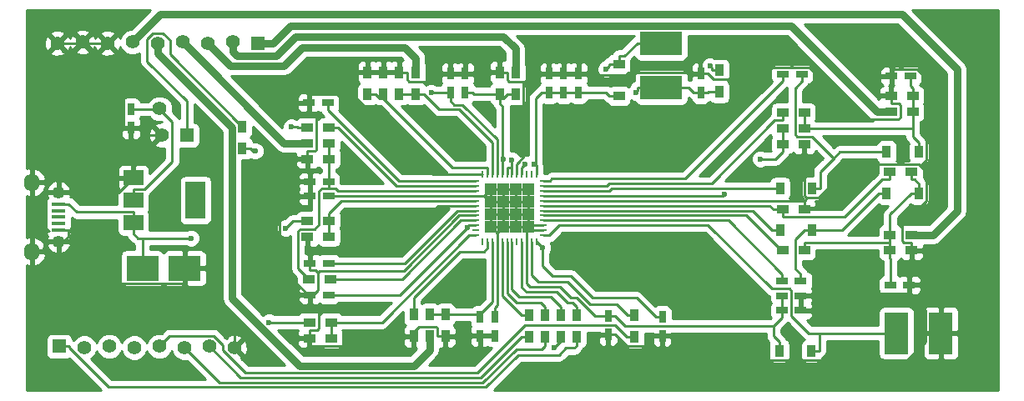
<source format=gbr>
G04 #@! TF.FileFunction,Copper,L1,Top,Signal*
%FSLAX46Y46*%
G04 Gerber Fmt 4.6, Leading zero omitted, Abs format (unit mm)*
G04 Created by KiCad (PCBNEW 4.0.5+dfsg1-4) date Thu Mar  2 23:52:06 2017*
%MOMM*%
%LPD*%
G01*
G04 APERTURE LIST*
%ADD10C,0.100000*%
%ADD11R,3.200000X2.500000*%
%ADD12R,0.750000X1.200000*%
%ADD13R,1.200000X0.750000*%
%ADD14R,1.220000X0.910000*%
%ADD15R,0.910000X1.220000*%
%ADD16R,4.200000X2.400000*%
%ADD17R,2.400000X4.200000*%
%ADD18R,1.350000X0.400000*%
%ADD19O,1.250000X1.250000*%
%ADD20O,1.550000X1.800000*%
%ADD21C,1.397000*%
%ADD22R,1.397000X1.397000*%
%ADD23R,0.900000X1.200000*%
%ADD24R,1.200000X0.900000*%
%ADD25R,0.700000X0.250000*%
%ADD26R,0.250000X0.700000*%
%ADD27R,1.287500X1.287500*%
%ADD28R,2.000000X3.800000*%
%ADD29R,2.000000X1.500000*%
%ADD30C,0.600000*%
%ADD31C,0.280000*%
%ADD32C,0.250000*%
%ADD33C,0.800000*%
%ADD34C,0.249800*%
%ADD35C,0.254000*%
G04 APERTURE END LIST*
D10*
D11*
X62450000Y-86900000D03*
X66750000Y-86900000D03*
D12*
X61300000Y-70750000D03*
X61300000Y-72650000D03*
X95200000Y-69050000D03*
X95200000Y-67150000D03*
X93700000Y-69050000D03*
X93700000Y-67150000D03*
X103700000Y-69050000D03*
X103700000Y-67150000D03*
X105200000Y-69050000D03*
X105200000Y-67150000D03*
X119100000Y-69050000D03*
X119100000Y-67150000D03*
D13*
X127450000Y-67200000D03*
X129350000Y-67200000D03*
D12*
X106700000Y-69050000D03*
X106700000Y-67150000D03*
D13*
X140350000Y-67400000D03*
X138450000Y-67400000D03*
X81250000Y-70100000D03*
X79350000Y-70100000D03*
X81350000Y-78100000D03*
X79450000Y-78100000D03*
X81350000Y-79600000D03*
X79450000Y-79600000D03*
X129250000Y-88200000D03*
X127350000Y-88200000D03*
X138350000Y-88600000D03*
X140250000Y-88600000D03*
X127350000Y-91200000D03*
X129250000Y-91200000D03*
X127350000Y-89700000D03*
X129250000Y-89700000D03*
D12*
X115200000Y-91850000D03*
X115200000Y-93750000D03*
D13*
X81350000Y-86400000D03*
X79450000Y-86400000D03*
X81350000Y-89600000D03*
X79450000Y-89600000D03*
D12*
X96700000Y-91850000D03*
X96700000Y-93750000D03*
X109700000Y-91750000D03*
X109700000Y-93650000D03*
X98200000Y-91850000D03*
X98200000Y-93750000D03*
D14*
X110800000Y-69435000D03*
X110800000Y-66165000D03*
D15*
X130435000Y-78800000D03*
X127165000Y-78800000D03*
X141235000Y-75100000D03*
X137965000Y-75100000D03*
X127165000Y-83000000D03*
X130435000Y-83000000D03*
X137965000Y-79300000D03*
X141235000Y-79300000D03*
X130335000Y-95300000D03*
X127065000Y-95300000D03*
D16*
X115100000Y-68550000D03*
X115100000Y-64050000D03*
D17*
X143450000Y-93500000D03*
X138950000Y-93500000D03*
D18*
X53962540Y-80399100D03*
X53962540Y-81049100D03*
X53962540Y-81699100D03*
X53962540Y-82349100D03*
X53962540Y-82999100D03*
D19*
X53962540Y-79199100D03*
X53962540Y-84199100D03*
D20*
X51262540Y-78199100D03*
X51262540Y-85199100D03*
D21*
X69080000Y-64060960D03*
X66540000Y-63939040D03*
X64000000Y-64060960D03*
X61460000Y-63939040D03*
X58920000Y-64060960D03*
X71620000Y-63939040D03*
X56380000Y-63939040D03*
D22*
X74160000Y-64060960D03*
D21*
X53840000Y-64060960D03*
X61630000Y-94960960D03*
X64170000Y-94839040D03*
X59090000Y-94839040D03*
X66710000Y-94960960D03*
X56550000Y-94960960D03*
X69250000Y-94839040D03*
D22*
X54010000Y-94839040D03*
D21*
X71790000Y-94960960D03*
D22*
X66970000Y-73400000D03*
D21*
X64430000Y-73400000D03*
X64200000Y-70700000D03*
D23*
X100300000Y-69200000D03*
X100300000Y-67000000D03*
X98700000Y-69200000D03*
X98700000Y-67000000D03*
X90200000Y-67000000D03*
X90200000Y-69200000D03*
X121000000Y-66800000D03*
X121000000Y-69000000D03*
X88500000Y-69200000D03*
X88500000Y-67000000D03*
X86900000Y-69200000D03*
X86900000Y-67000000D03*
D24*
X138400000Y-71000000D03*
X140600000Y-71000000D03*
X79200000Y-74200000D03*
X81400000Y-74200000D03*
X81400000Y-72600000D03*
X79200000Y-72600000D03*
X129600000Y-72700000D03*
X127400000Y-72700000D03*
X140600000Y-69400000D03*
X138400000Y-69400000D03*
X129600000Y-74300000D03*
X127400000Y-74300000D03*
D23*
X72600000Y-72500000D03*
X72600000Y-74700000D03*
D24*
X127400000Y-80900000D03*
X129600000Y-80900000D03*
X140500000Y-77100000D03*
X138300000Y-77100000D03*
X81400000Y-75800000D03*
X79200000Y-75800000D03*
X140500000Y-83500000D03*
X138300000Y-83500000D03*
X81400000Y-82100000D03*
X79200000Y-82100000D03*
X81400000Y-83700000D03*
X79200000Y-83700000D03*
X138300000Y-85100000D03*
X140500000Y-85100000D03*
X81600000Y-92400000D03*
X79400000Y-92400000D03*
X81600000Y-94000000D03*
X79400000Y-94000000D03*
D23*
X112400000Y-93900000D03*
X112400000Y-91700000D03*
X91600000Y-93800000D03*
X91600000Y-91600000D03*
X93200000Y-91600000D03*
X93200000Y-93800000D03*
X106500000Y-93900000D03*
X106500000Y-91700000D03*
X103300000Y-93900000D03*
X103300000Y-91700000D03*
X101700000Y-93900000D03*
X101700000Y-91700000D03*
D24*
X129600000Y-85100000D03*
X127400000Y-85100000D03*
D23*
X85300000Y-69200000D03*
X85300000Y-67000000D03*
D24*
X81500000Y-88000000D03*
X79300000Y-88000000D03*
X129600000Y-71100000D03*
X127400000Y-71100000D03*
D23*
X104900000Y-93900000D03*
X104900000Y-91700000D03*
X90000000Y-91600000D03*
X90000000Y-93800000D03*
D25*
X96300000Y-78050000D03*
X96300000Y-78550000D03*
X96300000Y-79050000D03*
X96300000Y-79550000D03*
X96300000Y-80050000D03*
X96300000Y-80550000D03*
X96300000Y-81050000D03*
X96300000Y-81550000D03*
X96300000Y-82050000D03*
X96300000Y-82550000D03*
X96300000Y-83050000D03*
X96300000Y-83550000D03*
D26*
X96950000Y-84200000D03*
X97450000Y-84200000D03*
X97950000Y-84200000D03*
X98450000Y-84200000D03*
X98950000Y-84200000D03*
X99450000Y-84200000D03*
X99950000Y-84200000D03*
X100450000Y-84200000D03*
X100950000Y-84200000D03*
X101450000Y-84200000D03*
X101950000Y-84200000D03*
X102450000Y-84200000D03*
D25*
X103100000Y-83550000D03*
X103100000Y-83050000D03*
X103100000Y-82550000D03*
X103100000Y-82050000D03*
X103100000Y-81550000D03*
X103100000Y-81050000D03*
X103100000Y-80550000D03*
X103100000Y-80050000D03*
X103100000Y-79550000D03*
X103100000Y-79050000D03*
X103100000Y-78550000D03*
X103100000Y-78050000D03*
D26*
X102450000Y-77400000D03*
X101950000Y-77400000D03*
X101450000Y-77400000D03*
X100950000Y-77400000D03*
X100450000Y-77400000D03*
X99950000Y-77400000D03*
X99450000Y-77400000D03*
X98950000Y-77400000D03*
X98450000Y-77400000D03*
X97950000Y-77400000D03*
X97450000Y-77400000D03*
X96950000Y-77400000D03*
D27*
X101631250Y-82731250D03*
X101631250Y-81443750D03*
X101631250Y-80156250D03*
X101631250Y-78868750D03*
X100343750Y-82731250D03*
X100343750Y-81443750D03*
X100343750Y-80156250D03*
X100343750Y-78868750D03*
X99056250Y-82731250D03*
X99056250Y-81443750D03*
X99056250Y-80156250D03*
X99056250Y-78868750D03*
X97768750Y-82731250D03*
X97768750Y-81443750D03*
X97768750Y-80156250D03*
X97768750Y-78868750D03*
D28*
X67850000Y-80000000D03*
D29*
X61550000Y-80000000D03*
X61550000Y-82300000D03*
X61550000Y-77700000D03*
D30*
X67391000Y-83840300D03*
X120030300Y-66385800D03*
X134700000Y-73900000D03*
X118400000Y-87900000D03*
X93800000Y-89000000D03*
X136000000Y-82500000D03*
X123200000Y-73700000D03*
X63400000Y-97600000D03*
X93900000Y-73600000D03*
X88000000Y-83200000D03*
X83700000Y-77000000D03*
X97200000Y-70800000D03*
X77461000Y-93444800D03*
X99100400Y-75816600D03*
X104207200Y-94986800D03*
X91783000Y-69050000D03*
X99930500Y-75900000D03*
X102233000Y-76363800D03*
X103072700Y-84822700D03*
X95428000Y-82740800D03*
X112494000Y-69032300D03*
X101293600Y-76320300D03*
X109516000Y-66674100D03*
X75312800Y-92390100D03*
X77007600Y-82820300D03*
X73937000Y-74990400D03*
X77579800Y-72524600D03*
X121534900Y-79424400D03*
X125159100Y-75800200D03*
D31*
X61550000Y-82300000D02*
X61550000Y-83390300D01*
X61550000Y-82300000D02*
X61550000Y-81209700D01*
X55788400Y-81209700D02*
X61550000Y-81209700D01*
X54977800Y-80399100D02*
X55788400Y-81209700D01*
X53962500Y-80399100D02*
X54977800Y-80399100D01*
X121000000Y-66800000D02*
X120209700Y-66800000D01*
X62450000Y-83840300D02*
X62450000Y-86900000D01*
X62000000Y-83840300D02*
X62450000Y-83840300D01*
X61550000Y-83390300D02*
X62000000Y-83840300D01*
X62450000Y-83840300D02*
X67391000Y-83840300D01*
X120209700Y-66565200D02*
X120209700Y-66800000D01*
X120030300Y-66385800D02*
X120209700Y-66565200D01*
X88009450Y-83190550D02*
X88000000Y-83200000D01*
X89790550Y-83190550D02*
X88009450Y-83190550D01*
X95934700Y-93800000D02*
X95984700Y-93750000D01*
X93200000Y-93800000D02*
X95934700Y-93800000D01*
X96700000Y-93750000D02*
X95984700Y-93750000D01*
X140500000Y-87634700D02*
X140250000Y-87884700D01*
X140500000Y-85100000D02*
X140500000Y-87634700D01*
X140250000Y-88600000D02*
X140250000Y-87884700D01*
X143450000Y-93500000D02*
X141909700Y-93500000D01*
X140250000Y-88600000D02*
X140250000Y-89315300D01*
X98200000Y-93750000D02*
X96700000Y-93750000D01*
X88219400Y-94790300D02*
X79400000Y-94790300D01*
X89209700Y-93800000D02*
X88219400Y-94790300D01*
X79400000Y-94000000D02*
X79400000Y-94790300D01*
X129250000Y-89700000D02*
X129250000Y-91200000D01*
X85300000Y-67000000D02*
X84509700Y-67000000D01*
X98700000Y-67000000D02*
X99490300Y-67000000D01*
X105200000Y-67150000D02*
X103700000Y-67150000D01*
X103700000Y-67150000D02*
X102984700Y-67150000D01*
X102194300Y-67940400D02*
X101090400Y-67940400D01*
X102984700Y-67150000D02*
X102194300Y-67940400D01*
X99490300Y-67790300D02*
X99490300Y-67000000D01*
X99640400Y-67940400D02*
X99490300Y-67790300D01*
X101090400Y-67940400D02*
X99640400Y-67940400D01*
X56258000Y-64061000D02*
X56380000Y-63939000D01*
X53840000Y-64061000D02*
X56258000Y-64061000D01*
X80340400Y-91205700D02*
X79450000Y-90315300D01*
X80340400Y-93059600D02*
X80340400Y-91205700D01*
X80190300Y-93209700D02*
X80340400Y-93059600D01*
X79400000Y-93209700D02*
X80190300Y-93209700D01*
X79400000Y-94000000D02*
X79400000Y-93209700D01*
X90000000Y-93800000D02*
X89604900Y-93800000D01*
X89604900Y-93800000D02*
X89209700Y-93800000D01*
X92409700Y-93009700D02*
X92409700Y-93800000D01*
X92259600Y-92859600D02*
X92409700Y-93009700D01*
X90545300Y-92859600D02*
X92259600Y-92859600D01*
X89604900Y-93800000D02*
X90545300Y-92859600D01*
X93200000Y-93800000D02*
X92409700Y-93800000D01*
X79350000Y-70100000D02*
X79350000Y-69384700D01*
X118415700Y-96250400D02*
X115915300Y-93750000D01*
X140018900Y-96250400D02*
X118415700Y-96250400D01*
X141909700Y-94359600D02*
X140018900Y-96250400D01*
X141909700Y-93500000D02*
X141909700Y-94359600D01*
X115200000Y-93750000D02*
X115915300Y-93750000D01*
X113394300Y-94840400D02*
X114484700Y-93750000D01*
X111605700Y-94840400D02*
X113394300Y-94840400D01*
X110415300Y-93650000D02*
X111605700Y-94840400D01*
X109700000Y-93650000D02*
X110415300Y-93650000D01*
X115200000Y-93750000D02*
X114484700Y-93750000D01*
X140250000Y-89315300D02*
X140250000Y-89472300D01*
X141909700Y-91132000D02*
X141909700Y-93500000D01*
X140250000Y-89472300D02*
X141909700Y-91132000D01*
X129250000Y-89700000D02*
X130190300Y-89700000D01*
X138400000Y-69400000D02*
X138400000Y-68609700D01*
X100450000Y-76311900D02*
X100450000Y-77400000D01*
X100653300Y-76108600D02*
X100450000Y-76311900D01*
X100653300Y-76055100D02*
X100653300Y-76108600D01*
X101090400Y-75618000D02*
X100653300Y-76055100D01*
X101090400Y-67940400D02*
X101090400Y-75618000D01*
X93700000Y-67150000D02*
X92984700Y-67150000D01*
X92194300Y-67940400D02*
X92984700Y-67150000D01*
X89539200Y-67940400D02*
X92194300Y-67940400D01*
X89290300Y-67691500D02*
X89539200Y-67940400D01*
X89290300Y-67000000D02*
X89290300Y-67691500D01*
X88500000Y-67000000D02*
X89290300Y-67000000D01*
X53962500Y-84199100D02*
X54445200Y-84199100D01*
X53962500Y-82999100D02*
X54977800Y-82999100D01*
X52377800Y-84818500D02*
X52997200Y-84199100D01*
X52377800Y-85199100D02*
X52377800Y-84818500D01*
X53962500Y-84199100D02*
X52997200Y-84199100D01*
X51262500Y-85199100D02*
X52377800Y-85199100D01*
X56502000Y-64061000D02*
X56380000Y-63939000D01*
X58920000Y-64061000D02*
X56502000Y-64061000D01*
X66750000Y-86900000D02*
X66750000Y-88490300D01*
X59801600Y-88490300D02*
X66750000Y-88490300D01*
X54977800Y-83666500D02*
X59801600Y-88490300D01*
X54445200Y-84199100D02*
X54977800Y-83666500D01*
X54977800Y-83666500D02*
X54977800Y-82999100D01*
X71790000Y-93530300D02*
X66750000Y-88490300D01*
X71790000Y-94961000D02*
X71790000Y-93530300D01*
X93700000Y-67150000D02*
X95200000Y-67150000D01*
X97759700Y-67150000D02*
X97909700Y-67000000D01*
X95200000Y-67150000D02*
X97759700Y-67150000D01*
X98700000Y-67000000D02*
X97909700Y-67000000D01*
X60050900Y-79199100D02*
X61550000Y-77700000D01*
X53962500Y-79199100D02*
X60050900Y-79199100D01*
X61550000Y-77700000D02*
X61550000Y-76609700D01*
X60584700Y-65725700D02*
X58920000Y-64061000D01*
X60584700Y-72650000D02*
X60584700Y-65725700D01*
X61300000Y-72650000D02*
X60584700Y-72650000D01*
X83764500Y-67745200D02*
X83764500Y-69235700D01*
X84509700Y-67000000D02*
X83764500Y-67745200D01*
X79499000Y-69235700D02*
X79350000Y-69384700D01*
X83764500Y-69235700D02*
X79499000Y-69235700D01*
X79450000Y-89957600D02*
X79450000Y-90315300D01*
X130418000Y-89472300D02*
X130190300Y-89700000D01*
X140250000Y-89472300D02*
X130418000Y-89472300D01*
X138400000Y-69400000D02*
X138400000Y-70190300D01*
X140500000Y-85100000D02*
X140500000Y-84309700D01*
X138450000Y-68559700D02*
X138450000Y-67400000D01*
X138400000Y-68609700D02*
X138450000Y-68559700D01*
X138450000Y-67400000D02*
X138450000Y-66684700D01*
X142030400Y-75918200D02*
X141440800Y-76507800D01*
X142030400Y-67617600D02*
X142030400Y-75918200D01*
X141097500Y-66684700D02*
X142030400Y-67617600D01*
X138450000Y-66684700D02*
X141097500Y-66684700D01*
X139709700Y-84309700D02*
X140500000Y-84309700D01*
X139559600Y-84159600D02*
X139709700Y-84309700D01*
X139559600Y-82552300D02*
X139559600Y-84159600D01*
X142030400Y-80081500D02*
X139559600Y-82552300D01*
X142030400Y-77097400D02*
X142030400Y-80081500D01*
X141440800Y-76507800D02*
X142030400Y-77097400D01*
X62765300Y-75394400D02*
X61550000Y-76609700D01*
X62765300Y-73400000D02*
X62765300Y-75394400D01*
X64430000Y-73400000D02*
X62765300Y-73400000D01*
X62765300Y-73400000D02*
X62015300Y-72650000D01*
X61300000Y-72650000D02*
X62015300Y-72650000D01*
X77904500Y-93444800D02*
X78459700Y-94000000D01*
X77461000Y-93444800D02*
X77904500Y-93444800D01*
X79400000Y-94000000D02*
X78459700Y-94000000D01*
X79200000Y-83700000D02*
X79200000Y-84490300D01*
X79762500Y-85052800D02*
X79200000Y-84490300D01*
X79450000Y-85365300D02*
X79450000Y-86400000D01*
X79762500Y-85052800D02*
X79450000Y-85365300D01*
X79450000Y-86400000D02*
X79450000Y-87115300D01*
X91928800Y-77400000D02*
X83764500Y-69235700D01*
X96950000Y-77400000D02*
X91928800Y-77400000D01*
X85300000Y-67000000D02*
X86900000Y-67000000D01*
X86900000Y-67000000D02*
X88500000Y-67000000D01*
X80253100Y-89154500D02*
X80253100Y-87381900D01*
X79450000Y-89957600D02*
X80253100Y-89154500D01*
X79986500Y-87115300D02*
X79450000Y-87115300D01*
X80253100Y-87381900D02*
X79986500Y-87115300D01*
X87928300Y-85052800D02*
X79762500Y-85052800D01*
X92431100Y-80550000D02*
X89790550Y-83190550D01*
X89790550Y-83190550D02*
X87928300Y-85052800D01*
X96300000Y-80550000D02*
X92431100Y-80550000D01*
X94580800Y-81550000D02*
X96300000Y-81550000D01*
X88968300Y-87162500D02*
X94580800Y-81550000D01*
X80472500Y-87162500D02*
X88968300Y-87162500D01*
X80253100Y-87381900D02*
X80472500Y-87162500D01*
X105200000Y-67150000D02*
X106700000Y-67150000D01*
X107587700Y-67322400D02*
X107415300Y-67150000D01*
X111437600Y-67322400D02*
X107587700Y-67322400D01*
X111750400Y-67009600D02*
X111437600Y-67322400D01*
X118244300Y-67009600D02*
X111750400Y-67009600D01*
X118384700Y-67150000D02*
X118244300Y-67009600D01*
X139190300Y-70190300D02*
X138400000Y-70190300D01*
X139340400Y-70340400D02*
X139190300Y-70190300D01*
X139340400Y-71590900D02*
X139340400Y-70340400D01*
X139141000Y-71790300D02*
X139340400Y-71590900D01*
X135443400Y-71790300D02*
X139141000Y-71790300D01*
X130137700Y-66484600D02*
X135443400Y-71790300D01*
X124936500Y-66484600D02*
X130137700Y-66484600D01*
X123680700Y-67740400D02*
X124936500Y-66484600D01*
X120405700Y-67740400D02*
X123680700Y-67740400D01*
X119815300Y-67150000D02*
X120405700Y-67740400D01*
X119100000Y-67150000D02*
X119815300Y-67150000D01*
X119100000Y-67150000D02*
X118384700Y-67150000D01*
X106700000Y-67150000D02*
X107415300Y-67150000D01*
X129600000Y-80900000D02*
X129600000Y-80109700D01*
X131047100Y-79750400D02*
X129780900Y-79750400D01*
X134487900Y-76309600D02*
X131047100Y-79750400D01*
X141242600Y-76309600D02*
X134487900Y-76309600D01*
X141440800Y-76507800D02*
X141242600Y-76309600D01*
X129600000Y-79569500D02*
X129600000Y-74300000D01*
X129780900Y-79750400D02*
X129600000Y-79569500D01*
X103100000Y-80050000D02*
X103790300Y-80050000D01*
X129600000Y-80064800D02*
X129600000Y-80109700D01*
X129780900Y-79883900D02*
X129600000Y-80064800D01*
X129780900Y-79750400D02*
X129780900Y-79883900D01*
X103805100Y-80064800D02*
X103790300Y-80050000D01*
X129600000Y-80064800D02*
X103805100Y-80064800D01*
X79450000Y-89600000D02*
X79450000Y-89778800D01*
X79450000Y-89778800D02*
X79450000Y-89957600D01*
X76350300Y-81759400D02*
X78509700Y-79600000D01*
X76350300Y-86679100D02*
X76350300Y-81759400D01*
X79450000Y-89778800D02*
X76350300Y-86679100D01*
X79450000Y-79600000D02*
X78509700Y-79600000D01*
X79350000Y-70100000D02*
X79350000Y-70815300D01*
X80140400Y-71605700D02*
X79350000Y-70815300D01*
X80140400Y-74859600D02*
X80140400Y-71605700D01*
X79990300Y-75009700D02*
X80140400Y-74859600D01*
X79200000Y-75009700D02*
X79990300Y-75009700D01*
X79200000Y-75800000D02*
X79200000Y-75009700D01*
X79450000Y-79600000D02*
X79450000Y-78100000D01*
X79450000Y-76840300D02*
X79200000Y-76590300D01*
X79450000Y-78100000D02*
X79450000Y-76840300D01*
X79200000Y-75800000D02*
X79200000Y-76590300D01*
X61300000Y-70750000D02*
X62015300Y-70750000D01*
X64200000Y-70750000D02*
X62015300Y-70750000D01*
X64200000Y-70700000D02*
X64200000Y-70750000D01*
X62640300Y-78909700D02*
X61550000Y-78909700D01*
X65487300Y-76062700D02*
X62640300Y-78909700D01*
X65487300Y-72037300D02*
X65487300Y-76062700D01*
X64200000Y-70750000D02*
X65487300Y-72037300D01*
X61550000Y-80000000D02*
X61550000Y-78909700D01*
X96065300Y-69200000D02*
X95915300Y-69050000D01*
X98700000Y-69200000D02*
X96065300Y-69200000D01*
X95200000Y-69050000D02*
X95915300Y-69050000D01*
X104900000Y-94294000D02*
X104900000Y-93900000D01*
X104207200Y-94986800D02*
X104900000Y-94294000D01*
X99025200Y-75816600D02*
X99100400Y-75816600D01*
X98950000Y-75891800D02*
X99025200Y-75816600D01*
X98950000Y-77400000D02*
X98950000Y-75891800D01*
X99025200Y-70465500D02*
X98700000Y-70140300D01*
X99025200Y-75816600D02*
X99025200Y-70465500D01*
X98700000Y-69200000D02*
X98700000Y-69670100D01*
X98700000Y-69670100D02*
X98700000Y-70140300D01*
X99039600Y-69670100D02*
X99509700Y-69200000D01*
X98700000Y-69670100D02*
X99039600Y-69670100D01*
X100300000Y-69200000D02*
X99509700Y-69200000D01*
X98450000Y-73800000D02*
X94950000Y-70300000D01*
X93700000Y-69050000D02*
X93700000Y-69930000D01*
X93700000Y-69930000D02*
X94070000Y-70300000D01*
X94070000Y-70300000D02*
X94950000Y-70300000D01*
X98450000Y-77400000D02*
X98450000Y-73800000D01*
X66970000Y-69950700D02*
X66970000Y-73400000D01*
X62919500Y-65900200D02*
X66970000Y-69950700D01*
X62919500Y-63652200D02*
X62919500Y-65900200D01*
X63549800Y-63021900D02*
X62919500Y-63652200D01*
X64517200Y-63021900D02*
X63549800Y-63021900D01*
X65254000Y-63758700D02*
X64517200Y-63021900D01*
X65254000Y-65154000D02*
X65254000Y-63758700D01*
X72600000Y-72500000D02*
X65254000Y-65154000D01*
X93700000Y-69050000D02*
X91783000Y-69050000D01*
X105200000Y-69050000D02*
X103700000Y-69050000D01*
X102450000Y-77400000D02*
X102450000Y-76709700D01*
X103700000Y-69050000D02*
X102984700Y-69050000D01*
X105200000Y-69050000D02*
X106700000Y-69050000D01*
X109464700Y-69050000D02*
X109849700Y-69435000D01*
X106700000Y-69050000D02*
X109464700Y-69050000D01*
X110800000Y-69435000D02*
X109849700Y-69435000D01*
X99450000Y-77400000D02*
X99450000Y-76709700D01*
X99950000Y-77400000D02*
X99950000Y-76709700D01*
X102341500Y-69693200D02*
X102984700Y-69050000D01*
X102341500Y-76363800D02*
X102341500Y-69693200D01*
X102233000Y-76363800D02*
X102341500Y-76363800D01*
X102450000Y-76472300D02*
X102450000Y-76709700D01*
X102341500Y-76363800D02*
X102450000Y-76472300D01*
X99930500Y-76709700D02*
X99930500Y-75900000D01*
X99450000Y-76709700D02*
X99930500Y-76709700D01*
X99930500Y-76709700D02*
X99950000Y-76709700D01*
X115200000Y-91850000D02*
X114545000Y-91850000D01*
X105950000Y-87700000D02*
X104100000Y-87700000D01*
X114545000Y-91850000D02*
X112595000Y-89900000D01*
X112595000Y-89900000D02*
X108150000Y-89900000D01*
X108150000Y-89900000D02*
X105950000Y-87700000D01*
X104100000Y-87700000D02*
X103072700Y-86672700D01*
X103072700Y-86672700D02*
X103072700Y-84822700D01*
X119865300Y-69000000D02*
X119815300Y-69050000D01*
X121000000Y-69000000D02*
X119865300Y-69000000D01*
X119100000Y-69050000D02*
X119815300Y-69050000D01*
X119100000Y-69050000D02*
X118384700Y-69050000D01*
X103072700Y-84822700D02*
X102450000Y-84200000D01*
X117884700Y-68550000D02*
X115100000Y-68550000D01*
X118384700Y-69050000D02*
X117884700Y-68550000D01*
X96300000Y-82550000D02*
X95609700Y-82550000D01*
X95609700Y-82559100D02*
X95428000Y-82740800D01*
X95609700Y-82550000D02*
X95609700Y-82559100D01*
X115100000Y-68550000D02*
X112659700Y-68550000D01*
X112659700Y-68866600D02*
X112659700Y-68550000D01*
X112494000Y-69032300D02*
X112659700Y-68866600D01*
X88568800Y-89600000D02*
X81350000Y-89600000D01*
X95428000Y-82740800D02*
X88568800Y-89600000D01*
X127450000Y-67200000D02*
X127450000Y-67915300D01*
X103100000Y-78050000D02*
X103790300Y-78050000D01*
X104016800Y-77823500D02*
X103790300Y-78050000D01*
X117541800Y-77823500D02*
X104016800Y-77823500D01*
X127450000Y-67915300D02*
X117541800Y-77823500D01*
X130435000Y-78800000D02*
X131230300Y-78800000D01*
X129350000Y-67200000D02*
X129350000Y-67915300D01*
X128659600Y-68605700D02*
X129350000Y-67915300D01*
X128659600Y-73323300D02*
X128659600Y-68605700D01*
X128845900Y-73509600D02*
X128659600Y-73323300D01*
X130417500Y-73509600D02*
X128845900Y-73509600D01*
X132619100Y-75711200D02*
X130417500Y-73509600D01*
X133230300Y-75100000D02*
X132619100Y-75711200D01*
X137965000Y-75100000D02*
X133230300Y-75100000D01*
X131230300Y-77100000D02*
X131230300Y-78800000D01*
X132619100Y-75711200D02*
X131230300Y-77100000D01*
X140600000Y-71000000D02*
X140600000Y-71790300D01*
X141235000Y-75100000D02*
X141235000Y-74149700D01*
X140600000Y-69400000D02*
X140600000Y-71000000D01*
X140350000Y-68359700D02*
X140350000Y-67400000D01*
X140600000Y-68609700D02*
X140350000Y-68359700D01*
X140600000Y-69400000D02*
X140600000Y-68609700D01*
X129600000Y-71100000D02*
X129600000Y-72700000D01*
X129600000Y-72700000D02*
X130540300Y-72700000D01*
X140600000Y-72700000D02*
X130540300Y-72700000D01*
X140600000Y-73514700D02*
X140600000Y-72700000D01*
X141235000Y-74149700D02*
X140600000Y-73514700D01*
X140600000Y-72700000D02*
X140600000Y-71790300D01*
X81250000Y-70100000D02*
X81250000Y-70815300D01*
X96300000Y-78050000D02*
X95609700Y-78050000D01*
X88484700Y-78050000D02*
X81250000Y-70815300D01*
X95609700Y-78050000D02*
X88484700Y-78050000D01*
X81400000Y-75800000D02*
X81400000Y-76590300D01*
X81400000Y-75800000D02*
X81400000Y-74200000D01*
X81350000Y-76640300D02*
X81350000Y-78100000D01*
X81400000Y-76590300D02*
X81350000Y-76640300D01*
X82065300Y-78815300D02*
X81350000Y-78815300D01*
X82300000Y-79050000D02*
X82065300Y-78815300D01*
X96300000Y-79050000D02*
X82300000Y-79050000D01*
X81350000Y-78100000D02*
X81350000Y-78815300D01*
X80668400Y-78815300D02*
X81350000Y-78815300D01*
X80390400Y-79093300D02*
X80668400Y-78815300D01*
X80390400Y-82449400D02*
X80390400Y-79093300D01*
X79930200Y-82909600D02*
X80390400Y-82449400D01*
X78459100Y-82909600D02*
X79930200Y-82909600D01*
X78259400Y-83109300D02*
X78459100Y-82909600D01*
X78259400Y-86959400D02*
X78259400Y-83109300D01*
X79300000Y-88000000D02*
X78259400Y-86959400D01*
X101450000Y-83556200D02*
X101430400Y-83575800D01*
X101800000Y-88800000D02*
X104800000Y-88800000D01*
X101430400Y-83575800D02*
X101430400Y-88430400D01*
X101430400Y-88430400D02*
X101800000Y-88800000D01*
X108361800Y-91750000D02*
X109700000Y-91750000D01*
X104800000Y-88800000D02*
X105919990Y-89919990D01*
X105919990Y-89919990D02*
X106531790Y-89919990D01*
X106531790Y-89919990D02*
X108361800Y-91750000D01*
D32*
X100344000Y-81443800D02*
X101631000Y-81443800D01*
X99056200Y-81443800D02*
X99056200Y-82731200D01*
X97768800Y-82731200D02*
X99056200Y-82731200D01*
X100344000Y-78868800D02*
X100344000Y-80156200D01*
X97768800Y-78868800D02*
X99056200Y-78868800D01*
X99056200Y-81443800D02*
X97768800Y-81443800D01*
X100344000Y-81443800D02*
X100344000Y-82731200D01*
X97843800Y-82731200D02*
X98450000Y-83337500D01*
X97768800Y-82731200D02*
X97843800Y-82731200D01*
X101812000Y-82550000D02*
X101631000Y-82731200D01*
X103100000Y-82550000D02*
X101812000Y-82550000D01*
X99056200Y-78868800D02*
X99056200Y-80156200D01*
X97768800Y-80156200D02*
X99056200Y-80156200D01*
D31*
X97768800Y-80156200D02*
X97768800Y-78868800D01*
D32*
X100344000Y-80156200D02*
X101631000Y-80156200D01*
X99056200Y-80156200D02*
X99056300Y-80156200D01*
X101631000Y-82731200D02*
X100344000Y-82731200D01*
X101631000Y-82731200D02*
X100344000Y-82731200D01*
X99056300Y-82731200D02*
X99056200Y-82731200D01*
X99056200Y-82731200D02*
X98450000Y-83337500D01*
X97768800Y-82731200D02*
X97768800Y-81443800D01*
X97768800Y-81443800D02*
X97768800Y-81443700D01*
X97768800Y-81443700D02*
X97768800Y-80156200D01*
X97768800Y-81443800D02*
X99056200Y-81443800D01*
D31*
X97162500Y-79550000D02*
X97768800Y-80156200D01*
X97087500Y-79550000D02*
X97162500Y-79550000D01*
X97087500Y-79550000D02*
X97768800Y-78868800D01*
D32*
X100344000Y-82731200D02*
X100343800Y-82731200D01*
X100343800Y-82731200D02*
X99056300Y-82731200D01*
X99056300Y-80156200D02*
X100343800Y-80156200D01*
X100343800Y-80156200D02*
X100344000Y-80156200D01*
D31*
X97768800Y-78868700D02*
X97768800Y-78868800D01*
X99056300Y-78868700D02*
X99056200Y-78868800D01*
D32*
X100344000Y-81443800D02*
X100344000Y-80156200D01*
D31*
X101631100Y-78868700D02*
X101631000Y-78868800D01*
X101631300Y-78868700D02*
X101631100Y-78868700D01*
D32*
X100344000Y-78868800D02*
X101631000Y-78868800D01*
X101631000Y-78868800D02*
X101631000Y-80156200D01*
X101631000Y-81121900D02*
X101631000Y-81443800D01*
D31*
X101631300Y-81122200D02*
X101631300Y-81443700D01*
X101631000Y-81121900D02*
X101631300Y-81122200D01*
D32*
X101631000Y-81443800D02*
X101631000Y-82087500D01*
X101631000Y-81443800D02*
X101631000Y-82087500D01*
D31*
X96300000Y-79550000D02*
X96693800Y-79550000D01*
X96693800Y-79550000D02*
X97087500Y-79550000D01*
X96300000Y-79550000D02*
X96693800Y-79550000D01*
X96693800Y-79550000D02*
X97087500Y-79550000D01*
X81350000Y-79600000D02*
X82290300Y-79600000D01*
X127350000Y-89700000D02*
X127350000Y-91200000D01*
X96300000Y-79550000D02*
X95609700Y-79550000D01*
D32*
X99056200Y-78868800D02*
X100343700Y-78868800D01*
X100343700Y-78868800D02*
X100344000Y-78868800D01*
D31*
X100343700Y-78868800D02*
X100343800Y-78868700D01*
D32*
X101631000Y-82087500D02*
X101631000Y-82409300D01*
X101631000Y-82409300D02*
X101631000Y-82731200D01*
X101631000Y-82087500D02*
X101631000Y-82409300D01*
X101631000Y-82409300D02*
X101631000Y-82731200D01*
X101631000Y-80156200D02*
X101631000Y-80639000D01*
X101631000Y-80639000D02*
X101631000Y-81121900D01*
D31*
X101631300Y-80638700D02*
X101631300Y-80156200D01*
X101631000Y-80639000D02*
X101631300Y-80638700D01*
D32*
X99056200Y-81443800D02*
X100343700Y-81443800D01*
X100343700Y-81443800D02*
X100344000Y-81443800D01*
D31*
X100343700Y-81443800D02*
X100343800Y-81443700D01*
D32*
X101950000Y-83050000D02*
X101631000Y-82731200D01*
X103100000Y-83050000D02*
X101950000Y-83050000D01*
X98450000Y-83337500D02*
X98450000Y-84200000D01*
D31*
X98450000Y-90659700D02*
X98200000Y-90909700D01*
X98450000Y-84200000D02*
X98450000Y-90659700D01*
X98200000Y-91850000D02*
X98200000Y-90909700D01*
D32*
X99056200Y-80156200D02*
X99056200Y-80800000D01*
X99056200Y-80800000D02*
X99056200Y-81443800D01*
D31*
X99056300Y-80800100D02*
X99056300Y-81443700D01*
X99056200Y-80800000D02*
X99056300Y-80800100D01*
X101631300Y-82731200D02*
X101631000Y-82731200D01*
D32*
X101450000Y-84200000D02*
X101450000Y-83556200D01*
X101450000Y-82912500D02*
X101631000Y-82731200D01*
X101450000Y-83556200D02*
X101450000Y-82912500D01*
D31*
X82340300Y-79550000D02*
X82290300Y-79600000D01*
X95609700Y-79550000D02*
X82340300Y-79550000D01*
X109700000Y-91750000D02*
X110415300Y-91750000D01*
X127350000Y-91200000D02*
X127350000Y-91915300D01*
X126474900Y-93759600D02*
X126474900Y-92790400D01*
X127065000Y-94349700D02*
X126474900Y-93759600D01*
X111455700Y-92790400D02*
X126474900Y-92790400D01*
X110415300Y-91750000D02*
X111455700Y-92790400D01*
X126474900Y-92790400D02*
X127350000Y-91915300D01*
X127065000Y-95300000D02*
X127065000Y-94349700D01*
X137965000Y-79300000D02*
X137169700Y-79300000D01*
X133469700Y-83000000D02*
X130435000Y-83000000D01*
X137169700Y-79300000D02*
X133469700Y-83000000D01*
X128659600Y-86894300D02*
X129250000Y-87484700D01*
X128659600Y-83980100D02*
X128659600Y-86894300D01*
X129639700Y-83000000D02*
X128659600Y-83980100D01*
X130435000Y-83000000D02*
X129639700Y-83000000D01*
X129250000Y-88200000D02*
X129250000Y-87484700D01*
X127350000Y-88200000D02*
X127350000Y-87484700D01*
X121915300Y-82050000D02*
X127350000Y-87484700D01*
X103100000Y-82050000D02*
X121915300Y-82050000D01*
X138280600Y-84309700D02*
X138300000Y-84290300D01*
X129600000Y-84309700D02*
X138280600Y-84309700D01*
X138300000Y-83500000D02*
X138300000Y-84290300D01*
X129600000Y-85100000D02*
X129600000Y-84309700D01*
X138300000Y-84290300D02*
X138300000Y-85100000D01*
X138350000Y-85940300D02*
X138350000Y-88600000D01*
X138300000Y-85890300D02*
X138350000Y-85940300D01*
X138300000Y-85100000D02*
X138300000Y-85890300D01*
X140775600Y-77890300D02*
X141235000Y-78349700D01*
X140500000Y-77890300D02*
X140775600Y-77890300D01*
X138300000Y-81439700D02*
X138300000Y-83500000D01*
X140439700Y-79300000D02*
X138300000Y-81439700D01*
X141235000Y-79300000D02*
X140439700Y-79300000D01*
X141235000Y-79300000D02*
X141235000Y-78349700D01*
X140500000Y-77100000D02*
X140500000Y-77890300D01*
X82290300Y-86399900D02*
X82290300Y-86400000D01*
X89051600Y-86399900D02*
X82290300Y-86399900D01*
X94401500Y-81050000D02*
X89051600Y-86399900D01*
X96300000Y-81050000D02*
X94401500Y-81050000D01*
X81350000Y-86400000D02*
X82290300Y-86400000D01*
X97950000Y-84200000D02*
X97950000Y-84890300D01*
X91600000Y-91600000D02*
X93200000Y-91600000D01*
X93200000Y-91600000D02*
X93990300Y-91600000D01*
X96700000Y-91600000D02*
X93990300Y-91600000D01*
X96700000Y-91850000D02*
X96700000Y-91600000D01*
X97950000Y-90350000D02*
X97950000Y-84890300D01*
X96700000Y-91600000D02*
X97950000Y-90350000D01*
X111340000Y-65369700D02*
X112659700Y-64050000D01*
X110800000Y-65369700D02*
X111340000Y-65369700D01*
X110800000Y-66165000D02*
X110800000Y-65369700D01*
X115100000Y-64050000D02*
X112659700Y-64050000D01*
X100950000Y-76663900D02*
X101293600Y-76320300D01*
X100950000Y-77400000D02*
X100950000Y-76663900D01*
X109849700Y-66340400D02*
X109849700Y-66165000D01*
X109516000Y-66674100D02*
X109849700Y-66340400D01*
X110800000Y-66165000D02*
X109849700Y-66165000D01*
X127165000Y-78800000D02*
X126369700Y-78800000D01*
X109784500Y-79050000D02*
X103100000Y-79050000D01*
X110050400Y-78784100D02*
X109784500Y-79050000D01*
X126353800Y-78784100D02*
X110050400Y-78784100D01*
X126369700Y-78800000D02*
X126353800Y-78784100D01*
X124419700Y-81050000D02*
X126369700Y-83000000D01*
X103100000Y-81050000D02*
X124419700Y-81050000D01*
X127165000Y-83000000D02*
X126369700Y-83000000D01*
X103100000Y-83550000D02*
X103730000Y-83550000D01*
X128290400Y-89184100D02*
X128290400Y-91744700D01*
X103730000Y-83550000D02*
X104749990Y-82530010D01*
X104749990Y-82530010D02*
X119845310Y-82530010D01*
X119845310Y-82530010D02*
X126300000Y-88984700D01*
X126300000Y-88984700D02*
X128091000Y-88984700D01*
X128091000Y-88984700D02*
X128290400Y-89184100D01*
X128290400Y-91744700D02*
X130045700Y-93500000D01*
X130045700Y-93500000D02*
X131130300Y-93500000D01*
X130335000Y-95300000D02*
X131130300Y-95300000D01*
X131130300Y-93500000D02*
X131130300Y-95300000D01*
X131130300Y-93500000D02*
X138950000Y-93500000D01*
D33*
X90200000Y-65600000D02*
X90200000Y-67000000D01*
X89100000Y-64500000D02*
X90200000Y-65600000D01*
X78700000Y-64500000D02*
X89100000Y-64500000D01*
X76840500Y-66359500D02*
X78700000Y-64500000D01*
X71378500Y-66359500D02*
X76840500Y-66359500D01*
X69080000Y-64061000D02*
X71378500Y-66359500D01*
X91600000Y-95200000D02*
X91600000Y-93800000D01*
X90000000Y-96800000D02*
X91600000Y-95200000D01*
X78400000Y-96800000D02*
X90000000Y-96800000D01*
X71550000Y-89950000D02*
X78400000Y-96800000D01*
X71550000Y-72598800D02*
X71550000Y-89950000D01*
X64000000Y-65048800D02*
X71550000Y-72598800D01*
X64000000Y-64061000D02*
X64000000Y-65048800D01*
X76801000Y-74200000D02*
X79200000Y-74200000D01*
X66540000Y-63939000D02*
X76801000Y-74200000D01*
X142700000Y-83500000D02*
X140500000Y-83500000D01*
X145100000Y-81100000D02*
X142700000Y-83500000D01*
X145100000Y-66700000D02*
X145100000Y-81100000D01*
X139500000Y-61100000D02*
X145100000Y-66700000D01*
X64299000Y-61100000D02*
X139500000Y-61100000D01*
X61460000Y-63939000D02*
X64299000Y-61100000D01*
X100300000Y-64600000D02*
X100300000Y-67000000D01*
X99100000Y-63400000D02*
X100300000Y-64600000D01*
X78000000Y-63400000D02*
X99100000Y-63400000D01*
X76040500Y-65359500D02*
X78000000Y-63400000D01*
X72052600Y-65359500D02*
X76040500Y-65359500D01*
X71620000Y-64926900D02*
X72052600Y-65359500D01*
X71620000Y-63939000D02*
X71620000Y-64926900D01*
X137000000Y-71000000D02*
X138400000Y-71000000D01*
X128250000Y-62250000D02*
X137000000Y-71000000D01*
X77469500Y-62250000D02*
X128250000Y-62250000D01*
X75658500Y-64061000D02*
X77469500Y-62250000D01*
X74160000Y-64061000D02*
X75658500Y-64061000D01*
D31*
X78449800Y-92390100D02*
X75312800Y-92390100D01*
X78459700Y-92400000D02*
X78449800Y-92390100D01*
X79400000Y-92400000D02*
X78459700Y-92400000D01*
X65238200Y-93770800D02*
X64170000Y-94839000D01*
X69658000Y-93770800D02*
X65238200Y-93770800D01*
X70581100Y-94693900D02*
X69658000Y-93770800D01*
X70581100Y-95230200D02*
X70581100Y-94693900D01*
X72891400Y-97540500D02*
X70581100Y-95230200D01*
X96427400Y-97540500D02*
X72891400Y-97540500D01*
X101258300Y-92709600D02*
X96427400Y-97540500D01*
X110419300Y-92709600D02*
X101258300Y-92709600D01*
X111609700Y-93900000D02*
X110419300Y-92709600D01*
X112400000Y-93900000D02*
X111609700Y-93900000D01*
X77727900Y-82100000D02*
X77007600Y-82820300D01*
X79200000Y-82100000D02*
X77727900Y-82100000D01*
X103300000Y-93900000D02*
X103300000Y-94780000D01*
X103300000Y-94780000D02*
X102980000Y-95100000D01*
X102980000Y-95100000D02*
X100388536Y-95100000D01*
X100388536Y-95100000D02*
X96987627Y-98500909D01*
X96987627Y-98500909D02*
X96699090Y-98500910D01*
X96699090Y-98500910D02*
X96698800Y-98501200D01*
X70250200Y-98501200D02*
X66710000Y-94961000D01*
X96698800Y-98501200D02*
X70250200Y-98501200D01*
X72600000Y-74700000D02*
X73390300Y-74700000D01*
X73680700Y-74990400D02*
X73390300Y-74700000D01*
X73937000Y-74990400D02*
X73680700Y-74990400D01*
X78184300Y-72524600D02*
X78259700Y-72600000D01*
X77579800Y-72524600D02*
X78184300Y-72524600D01*
X79200000Y-72600000D02*
X78259700Y-72600000D01*
X101700000Y-93900000D02*
X100909700Y-93900000D01*
X96788800Y-98020900D02*
X100909700Y-93900000D01*
X72431900Y-98020900D02*
X96788800Y-98020900D01*
X69250000Y-94839000D02*
X72431900Y-98020900D01*
X106500000Y-93900000D02*
X106500000Y-94780000D01*
X59061500Y-98981500D02*
X55048800Y-94968800D01*
X106500000Y-94780000D02*
X106280000Y-95000000D01*
X100600000Y-95700000D02*
X97318500Y-98981500D01*
X106280000Y-95000000D02*
X105400000Y-95000000D01*
X105400000Y-95000000D02*
X104700000Y-95700000D01*
X104700000Y-95700000D02*
X100600000Y-95700000D01*
X97318500Y-98981500D02*
X59061500Y-98981500D01*
X55048800Y-94968800D02*
X55048800Y-94839000D01*
X55048800Y-94839000D02*
X54010000Y-94839000D01*
X97950000Y-77400000D02*
X97950000Y-74150000D01*
X97950000Y-74150000D02*
X94580010Y-70780010D01*
X94580010Y-70780010D02*
X92565808Y-70780010D01*
X92565808Y-70780010D02*
X91290300Y-69504502D01*
X91290300Y-69504502D02*
X91290300Y-69500000D01*
X91290300Y-69500000D02*
X90990300Y-69200000D01*
X90990300Y-69200000D02*
X90200000Y-69200000D01*
X88500000Y-69200000D02*
X89290300Y-69200000D01*
X90200000Y-69200000D02*
X89290300Y-69200000D01*
X86900000Y-69200000D02*
X86900000Y-69670100D01*
X85300000Y-69200000D02*
X86090300Y-69200000D01*
X97450000Y-77400000D02*
X97450000Y-76709700D01*
X86560400Y-69670100D02*
X86090300Y-69200000D01*
X86900000Y-69670100D02*
X86560400Y-69670100D01*
X93939600Y-76709700D02*
X86900000Y-69670100D01*
X97450000Y-76709700D02*
X93939600Y-76709700D01*
X96300000Y-78550000D02*
X88800000Y-78550000D01*
X81400000Y-72600000D02*
X82280000Y-72600000D01*
X82280000Y-72600000D02*
X88230000Y-78550000D01*
X88230000Y-78550000D02*
X88800000Y-78550000D01*
X127400000Y-74300000D02*
X127400000Y-72700000D01*
X126690100Y-75800200D02*
X127400000Y-75090300D01*
X125159100Y-75800200D02*
X126690100Y-75800200D01*
X127400000Y-74300000D02*
X127400000Y-75090300D01*
X121409300Y-79550000D02*
X121534900Y-79424400D01*
X103100000Y-79550000D02*
X121409300Y-79550000D01*
X126109700Y-80550000D02*
X126459700Y-80900000D01*
X103100000Y-80550000D02*
X126109700Y-80550000D01*
X127400000Y-80900000D02*
X126459700Y-80900000D01*
X133709700Y-81690300D02*
X127400000Y-81690300D01*
X137509700Y-77890300D02*
X133709700Y-81690300D01*
X138300000Y-77890300D02*
X137509700Y-77890300D01*
X138300000Y-77100000D02*
X138300000Y-77890300D01*
X127400000Y-80900000D02*
X127400000Y-81690300D01*
X81400000Y-83700000D02*
X81400000Y-82100000D01*
X82659700Y-80050000D02*
X81400000Y-81309700D01*
X96300000Y-80050000D02*
X82659700Y-80050000D01*
X81400000Y-82100000D02*
X81400000Y-81309700D01*
X81600000Y-94000000D02*
X81600000Y-92400000D01*
X86759700Y-92400000D02*
X81600000Y-92400000D01*
X95609700Y-83550000D02*
X86759700Y-92400000D01*
X96300000Y-83550000D02*
X95609700Y-83550000D01*
X102608800Y-88308800D02*
X101915400Y-87615400D01*
X101915400Y-87615400D02*
X101915400Y-84624200D01*
X107891200Y-90600000D02*
X105600000Y-88308800D01*
X105600000Y-88308800D02*
X102608800Y-88308800D01*
X112400000Y-91700000D02*
X111670000Y-91700000D01*
X111670000Y-91700000D02*
X110570000Y-90600000D01*
X110570000Y-90600000D02*
X107891200Y-90600000D01*
X101915400Y-84624200D02*
X101915400Y-84344600D01*
D34*
X101915400Y-84234600D02*
X101950000Y-84200000D01*
X101915400Y-84344600D02*
X101915400Y-84234600D01*
D31*
X100950000Y-84200000D02*
X100950000Y-88850000D01*
X100950000Y-88850000D02*
X101419990Y-89319990D01*
X101419990Y-89319990D02*
X104478190Y-89319990D01*
X104478190Y-89319990D02*
X105558200Y-90400000D01*
X105558200Y-90400000D02*
X106080000Y-90400000D01*
X106080000Y-90400000D02*
X106500000Y-90820000D01*
X106500000Y-90820000D02*
X106500000Y-91700000D01*
X103300000Y-91700000D02*
X103300000Y-90820000D01*
X103300000Y-90820000D02*
X102880000Y-90400000D01*
X102880000Y-90400000D02*
X100400000Y-90400000D01*
X100400000Y-90400000D02*
X99450000Y-89450000D01*
X99450000Y-87600000D02*
X99450000Y-84200000D01*
X99450000Y-89450000D02*
X99450000Y-87600000D01*
X98950000Y-89740300D02*
X100909700Y-91700000D01*
X98950000Y-84200000D02*
X98950000Y-89740300D01*
X101700000Y-91700000D02*
X100909700Y-91700000D01*
X127400000Y-85100000D02*
X127250000Y-85100000D01*
X127250000Y-85100000D02*
X123700000Y-81550000D01*
X123700000Y-81550000D02*
X122950600Y-81550000D01*
X103100000Y-81550000D02*
X122950600Y-81550000D01*
X88810200Y-88000000D02*
X81500000Y-88000000D01*
X94760200Y-82050000D02*
X88810200Y-88000000D01*
X96300000Y-82050000D02*
X94760200Y-82050000D01*
X127400000Y-71100000D02*
X127400000Y-71890300D01*
X103100000Y-78550000D02*
X103790300Y-78550000D01*
X109605200Y-78550000D02*
X103790300Y-78550000D01*
X109851400Y-78303800D02*
X109605200Y-78550000D01*
X120196200Y-78303800D02*
X109851400Y-78303800D01*
X126609700Y-71890300D02*
X120196200Y-78303800D01*
X127400000Y-71890300D02*
X126609700Y-71890300D01*
X99950000Y-85000000D02*
X99950000Y-84200000D01*
X100700000Y-89800000D02*
X99950000Y-89050000D01*
X99950000Y-89050000D02*
X99950000Y-85000000D01*
X103880000Y-89800000D02*
X100700000Y-89800000D01*
X104900000Y-91700000D02*
X104900000Y-90820000D01*
X104900000Y-90820000D02*
X103880000Y-89800000D01*
X97450000Y-84200000D02*
X97450000Y-84830000D01*
X90000000Y-89900000D02*
X90000000Y-91600000D01*
X97450000Y-84830000D02*
X97080000Y-85200000D01*
X97080000Y-85200000D02*
X94700000Y-85200000D01*
X94700000Y-85200000D02*
X90000000Y-89900000D01*
D35*
G36*
X61329862Y-62605426D02*
X61195914Y-62605309D01*
X60705620Y-62807894D01*
X60330173Y-63182687D01*
X60171405Y-63565043D01*
X60089800Y-63368031D01*
X59854188Y-63306377D01*
X59099605Y-64060960D01*
X59854188Y-64815543D01*
X60089800Y-64753889D01*
X60211256Y-64408810D01*
X60328854Y-64693420D01*
X60703647Y-65068867D01*
X61193587Y-65272308D01*
X61724086Y-65272771D01*
X62144500Y-65099060D01*
X62144500Y-65900200D01*
X62203493Y-66196780D01*
X62371492Y-66448208D01*
X66195000Y-70271716D01*
X66195000Y-71728288D01*
X66035308Y-71489292D01*
X65527154Y-70981138D01*
X65533268Y-70966413D01*
X65533731Y-70435914D01*
X65331146Y-69945620D01*
X64956353Y-69570173D01*
X64466413Y-69366732D01*
X63935914Y-69366269D01*
X63445620Y-69568854D01*
X63070173Y-69943647D01*
X63057154Y-69975000D01*
X62289511Y-69975000D01*
X62278162Y-69914683D01*
X62139090Y-69698559D01*
X61926890Y-69553569D01*
X61675000Y-69502560D01*
X60925000Y-69502560D01*
X60689683Y-69546838D01*
X60473559Y-69685910D01*
X60328569Y-69898110D01*
X60277560Y-70150000D01*
X60277560Y-71350000D01*
X60321838Y-71585317D01*
X60388329Y-71688646D01*
X60386673Y-71690302D01*
X60290000Y-71923691D01*
X60290000Y-72364250D01*
X60448750Y-72523000D01*
X61173000Y-72523000D01*
X61173000Y-72503000D01*
X61427000Y-72503000D01*
X61427000Y-72523000D01*
X62151250Y-72523000D01*
X62310000Y-72364250D01*
X62310000Y-71923691D01*
X62213327Y-71690302D01*
X62211957Y-71688932D01*
X62271431Y-71601890D01*
X62287002Y-71525000D01*
X63139351Y-71525000D01*
X63443647Y-71829827D01*
X63933587Y-72033268D01*
X64387648Y-72033664D01*
X64419108Y-72065124D01*
X64092801Y-72082852D01*
X63737071Y-72230200D01*
X63675417Y-72465812D01*
X64430000Y-73220395D01*
X64444143Y-73206253D01*
X64623748Y-73385858D01*
X64609605Y-73400000D01*
X64623748Y-73414143D01*
X64444143Y-73593748D01*
X64430000Y-73579605D01*
X63675417Y-74334188D01*
X63737071Y-74569800D01*
X64237480Y-74745927D01*
X64712300Y-74720131D01*
X64712300Y-75741684D01*
X63185000Y-77268984D01*
X63185000Y-76823690D01*
X63088327Y-76590301D01*
X62909698Y-76411673D01*
X62676309Y-76315000D01*
X61835750Y-76315000D01*
X61677000Y-76473750D01*
X61677000Y-77573000D01*
X61697000Y-77573000D01*
X61697000Y-77827000D01*
X61677000Y-77827000D01*
X61677000Y-77847000D01*
X61423000Y-77847000D01*
X61423000Y-77827000D01*
X60073750Y-77827000D01*
X59915000Y-77985750D01*
X59915000Y-78576310D01*
X60011673Y-78809699D01*
X60053634Y-78851660D01*
X59953569Y-78998110D01*
X59902560Y-79250000D01*
X59902560Y-80434700D01*
X56109415Y-80434700D01*
X55525808Y-79851092D01*
X55274380Y-79683093D01*
X55125780Y-79653535D01*
X55180822Y-79520640D01*
X55056442Y-79326100D01*
X54089540Y-79326100D01*
X54089540Y-79346100D01*
X53835540Y-79346100D01*
X53835540Y-79326100D01*
X52868638Y-79326100D01*
X52744258Y-79520640D01*
X52834197Y-79737793D01*
X52691109Y-79947210D01*
X52640100Y-80199100D01*
X52640100Y-80599100D01*
X52664484Y-80728689D01*
X52640100Y-80849100D01*
X52640100Y-81249100D01*
X52664484Y-81378689D01*
X52640100Y-81499100D01*
X52640100Y-81899100D01*
X52664484Y-82028689D01*
X52640100Y-82149100D01*
X52640100Y-82549100D01*
X52659990Y-82654805D01*
X52652540Y-82672790D01*
X52652540Y-82740350D01*
X52681544Y-82769354D01*
X52684378Y-82784417D01*
X52823450Y-83000541D01*
X52967696Y-83099100D01*
X52811290Y-83099100D01*
X52652540Y-83257850D01*
X52652540Y-83325410D01*
X52749213Y-83558799D01*
X52839066Y-83648652D01*
X52744258Y-83877560D01*
X52868638Y-84072100D01*
X53835540Y-84072100D01*
X53835540Y-84052100D01*
X54089540Y-84052100D01*
X54089540Y-84072100D01*
X55056442Y-84072100D01*
X55180822Y-83877560D01*
X55086014Y-83648652D01*
X55175867Y-83558799D01*
X55272540Y-83325410D01*
X55272540Y-83257850D01*
X55113790Y-83099100D01*
X54955473Y-83099100D01*
X55088981Y-83013190D01*
X55233971Y-82800990D01*
X55239575Y-82773315D01*
X55272540Y-82740350D01*
X55272540Y-82672790D01*
X55264072Y-82652347D01*
X55284980Y-82549100D01*
X55284980Y-82149100D01*
X55260596Y-82019511D01*
X55284980Y-81899100D01*
X55284980Y-81787501D01*
X55491820Y-81925707D01*
X55541026Y-81935495D01*
X55788400Y-81984701D01*
X55788405Y-81984700D01*
X59902560Y-81984700D01*
X59902560Y-83050000D01*
X59946838Y-83285317D01*
X60085910Y-83501441D01*
X60298110Y-83646431D01*
X60550000Y-83697440D01*
X60841049Y-83697440D01*
X61001992Y-83938308D01*
X61451992Y-84388308D01*
X61675000Y-84537317D01*
X61675000Y-85002560D01*
X60850000Y-85002560D01*
X60614683Y-85046838D01*
X60398559Y-85185910D01*
X60253569Y-85398110D01*
X60202560Y-85650000D01*
X60202560Y-88150000D01*
X60246838Y-88385317D01*
X60385910Y-88601441D01*
X60598110Y-88746431D01*
X60850000Y-88797440D01*
X64050000Y-88797440D01*
X64285317Y-88753162D01*
X64501441Y-88614090D01*
X64596990Y-88474250D01*
X64611673Y-88509699D01*
X64790302Y-88688327D01*
X65023691Y-88785000D01*
X66464250Y-88785000D01*
X66623000Y-88626250D01*
X66623000Y-87027000D01*
X66877000Y-87027000D01*
X66877000Y-88626250D01*
X67035750Y-88785000D01*
X68476309Y-88785000D01*
X68709698Y-88688327D01*
X68888327Y-88509699D01*
X68985000Y-88276310D01*
X68985000Y-87185750D01*
X68826250Y-87027000D01*
X66877000Y-87027000D01*
X66623000Y-87027000D01*
X66603000Y-87027000D01*
X66603000Y-86773000D01*
X66623000Y-86773000D01*
X66623000Y-85173750D01*
X66877000Y-85173750D01*
X66877000Y-86773000D01*
X68826250Y-86773000D01*
X68985000Y-86614250D01*
X68985000Y-85523690D01*
X68888327Y-85290301D01*
X68709698Y-85111673D01*
X68476309Y-85015000D01*
X67035750Y-85015000D01*
X66877000Y-85173750D01*
X66623000Y-85173750D01*
X66464250Y-85015000D01*
X65023691Y-85015000D01*
X64790302Y-85111673D01*
X64611673Y-85290301D01*
X64596577Y-85326747D01*
X64514090Y-85198559D01*
X64301890Y-85053569D01*
X64050000Y-85002560D01*
X63225000Y-85002560D01*
X63225000Y-84615300D01*
X66843511Y-84615300D01*
X66860673Y-84632492D01*
X67204201Y-84775138D01*
X67576167Y-84775462D01*
X67919943Y-84633417D01*
X68183192Y-84370627D01*
X68325838Y-84027099D01*
X68326162Y-83655133D01*
X68184117Y-83311357D01*
X67921327Y-83048108D01*
X67577799Y-82905462D01*
X67205833Y-82905138D01*
X66862057Y-83047183D01*
X66843908Y-83065300D01*
X63194342Y-83065300D01*
X63197440Y-83050000D01*
X63197440Y-81550000D01*
X63153162Y-81314683D01*
X63046241Y-81148523D01*
X63146431Y-81001890D01*
X63197440Y-80750000D01*
X63197440Y-79448576D01*
X64546016Y-78100000D01*
X66202560Y-78100000D01*
X66202560Y-81900000D01*
X66246838Y-82135317D01*
X66385910Y-82351441D01*
X66598110Y-82496431D01*
X66850000Y-82547440D01*
X68850000Y-82547440D01*
X69085317Y-82503162D01*
X69301441Y-82364090D01*
X69446431Y-82151890D01*
X69497440Y-81900000D01*
X69497440Y-78100000D01*
X69453162Y-77864683D01*
X69314090Y-77648559D01*
X69101890Y-77503569D01*
X68850000Y-77452560D01*
X66850000Y-77452560D01*
X66614683Y-77496838D01*
X66398559Y-77635910D01*
X66253569Y-77848110D01*
X66202560Y-78100000D01*
X64546016Y-78100000D01*
X66035308Y-76610708D01*
X66203307Y-76359280D01*
X66262300Y-76062700D01*
X66262300Y-74744077D01*
X66271500Y-74745940D01*
X67668500Y-74745940D01*
X67903817Y-74701662D01*
X68119941Y-74562590D01*
X68264931Y-74350390D01*
X68315940Y-74098500D01*
X68315940Y-72701500D01*
X68271662Y-72466183D01*
X68132590Y-72250059D01*
X67920390Y-72105069D01*
X67745000Y-72069552D01*
X67745000Y-70257511D01*
X70515000Y-73027511D01*
X70515000Y-89949995D01*
X70514999Y-89950000D01*
X70593785Y-90346077D01*
X70818144Y-90681856D01*
X76901789Y-96765500D01*
X73212415Y-96765500D01*
X72502580Y-96055664D01*
X72544583Y-95895148D01*
X71790000Y-95140565D01*
X71775858Y-95154708D01*
X71596253Y-94975103D01*
X71610395Y-94960960D01*
X71969605Y-94960960D01*
X72724188Y-95715543D01*
X72959800Y-95653889D01*
X73135927Y-95153480D01*
X73107148Y-94623761D01*
X72959800Y-94268031D01*
X72724188Y-94206377D01*
X71969605Y-94960960D01*
X71610395Y-94960960D01*
X71596253Y-94946818D01*
X71775858Y-94767213D01*
X71790000Y-94781355D01*
X72544583Y-94026772D01*
X72482929Y-93791160D01*
X71982520Y-93615033D01*
X71452801Y-93643812D01*
X71097071Y-93791160D01*
X71035418Y-94026770D01*
X70920163Y-93911515D01*
X70907447Y-93924231D01*
X70206008Y-93222792D01*
X69954580Y-93054793D01*
X69658000Y-92995800D01*
X65238200Y-92995800D01*
X64941620Y-93054793D01*
X64690192Y-93222792D01*
X64407237Y-93505747D01*
X63905914Y-93505309D01*
X63415620Y-93707894D01*
X63040173Y-94082687D01*
X62874656Y-94481296D01*
X62761146Y-94206580D01*
X62386353Y-93831133D01*
X61896413Y-93627692D01*
X61365914Y-93627229D01*
X60875620Y-93829814D01*
X60500173Y-94204607D01*
X60385157Y-94481597D01*
X60221146Y-94084660D01*
X59846353Y-93709213D01*
X59356413Y-93505772D01*
X58825914Y-93505309D01*
X58335620Y-93707894D01*
X57960173Y-94082687D01*
X57794656Y-94481296D01*
X57681146Y-94206580D01*
X57306353Y-93831133D01*
X56816413Y-93627692D01*
X56285914Y-93627229D01*
X55795620Y-93829814D01*
X55439159Y-94185654D01*
X55353682Y-94128540D01*
X55311662Y-93905223D01*
X55172590Y-93689099D01*
X54960390Y-93544109D01*
X54708500Y-93493100D01*
X53311500Y-93493100D01*
X53076183Y-93537378D01*
X52860059Y-93676450D01*
X52715069Y-93888650D01*
X52664060Y-94140540D01*
X52664060Y-95537540D01*
X52708338Y-95772857D01*
X52847410Y-95988981D01*
X53059610Y-96133971D01*
X53311500Y-96184980D01*
X54708500Y-96184980D01*
X54943817Y-96140702D01*
X55053869Y-96069885D01*
X58273984Y-99290000D01*
X50710000Y-99290000D01*
X50710000Y-86594256D01*
X50917428Y-86691213D01*
X51135540Y-86568888D01*
X51135540Y-85326100D01*
X51389540Y-85326100D01*
X51389540Y-86568888D01*
X51607652Y-86691213D01*
X52089646Y-86465917D01*
X52463641Y-86062481D01*
X52654779Y-85546634D01*
X52513700Y-85326100D01*
X51389540Y-85326100D01*
X51135540Y-85326100D01*
X51115540Y-85326100D01*
X51115540Y-85072100D01*
X51135540Y-85072100D01*
X51135540Y-83829312D01*
X51389540Y-83829312D01*
X51389540Y-85072100D01*
X52513700Y-85072100D01*
X52654779Y-84851566D01*
X52532161Y-84520640D01*
X52744258Y-84520640D01*
X52873712Y-84833199D01*
X53199253Y-85201608D01*
X53640998Y-85417394D01*
X53835540Y-85293945D01*
X53835540Y-84326100D01*
X54089540Y-84326100D01*
X54089540Y-85293945D01*
X54284082Y-85417394D01*
X54725827Y-85201608D01*
X55051368Y-84833199D01*
X55180822Y-84520640D01*
X55056442Y-84326100D01*
X54089540Y-84326100D01*
X53835540Y-84326100D01*
X52868638Y-84326100D01*
X52744258Y-84520640D01*
X52532161Y-84520640D01*
X52463641Y-84335719D01*
X52089646Y-83932283D01*
X51607652Y-83706987D01*
X51389540Y-83829312D01*
X51135540Y-83829312D01*
X50917428Y-83706987D01*
X50710000Y-83803944D01*
X50710000Y-79594256D01*
X50917428Y-79691213D01*
X51135540Y-79568888D01*
X51135540Y-78326100D01*
X51389540Y-78326100D01*
X51389540Y-79568888D01*
X51607652Y-79691213D01*
X52089646Y-79465917D01*
X52463641Y-79062481D01*
X52532160Y-78877560D01*
X52744258Y-78877560D01*
X52868638Y-79072100D01*
X53835540Y-79072100D01*
X53835540Y-78104255D01*
X54089540Y-78104255D01*
X54089540Y-79072100D01*
X55056442Y-79072100D01*
X55180822Y-78877560D01*
X55051368Y-78565001D01*
X54725827Y-78196592D01*
X54284082Y-77980806D01*
X54089540Y-78104255D01*
X53835540Y-78104255D01*
X53640998Y-77980806D01*
X53199253Y-78196592D01*
X52873712Y-78565001D01*
X52744258Y-78877560D01*
X52532160Y-78877560D01*
X52654779Y-78546634D01*
X52513700Y-78326100D01*
X51389540Y-78326100D01*
X51135540Y-78326100D01*
X51115540Y-78326100D01*
X51115540Y-78072100D01*
X51135540Y-78072100D01*
X51135540Y-76829312D01*
X51389540Y-76829312D01*
X51389540Y-78072100D01*
X52513700Y-78072100D01*
X52654779Y-77851566D01*
X52463641Y-77335719D01*
X52089646Y-76932283D01*
X51857325Y-76823690D01*
X59915000Y-76823690D01*
X59915000Y-77414250D01*
X60073750Y-77573000D01*
X61423000Y-77573000D01*
X61423000Y-76473750D01*
X61264250Y-76315000D01*
X60423691Y-76315000D01*
X60190302Y-76411673D01*
X60011673Y-76590301D01*
X59915000Y-76823690D01*
X51857325Y-76823690D01*
X51607652Y-76706987D01*
X51389540Y-76829312D01*
X51135540Y-76829312D01*
X50917428Y-76706987D01*
X50710000Y-76803944D01*
X50710000Y-72935750D01*
X60290000Y-72935750D01*
X60290000Y-73376309D01*
X60386673Y-73609698D01*
X60565301Y-73788327D01*
X60798690Y-73885000D01*
X61014250Y-73885000D01*
X61173000Y-73726250D01*
X61173000Y-72777000D01*
X61427000Y-72777000D01*
X61427000Y-73726250D01*
X61585750Y-73885000D01*
X61801310Y-73885000D01*
X62034699Y-73788327D01*
X62213327Y-73609698D01*
X62310000Y-73376309D01*
X62310000Y-73207480D01*
X63084073Y-73207480D01*
X63112852Y-73737199D01*
X63260200Y-74092929D01*
X63495812Y-74154583D01*
X64250395Y-73400000D01*
X63495812Y-72645417D01*
X63260200Y-72707071D01*
X63084073Y-73207480D01*
X62310000Y-73207480D01*
X62310000Y-72935750D01*
X62151250Y-72777000D01*
X61427000Y-72777000D01*
X61173000Y-72777000D01*
X60448750Y-72777000D01*
X60290000Y-72935750D01*
X50710000Y-72935750D01*
X50710000Y-64995148D01*
X53085417Y-64995148D01*
X53147071Y-65230760D01*
X53647480Y-65406887D01*
X54177199Y-65378108D01*
X54532929Y-65230760D01*
X54594583Y-64995148D01*
X54472663Y-64873228D01*
X55625417Y-64873228D01*
X55687071Y-65108840D01*
X56187480Y-65284967D01*
X56717199Y-65256188D01*
X57072929Y-65108840D01*
X57102679Y-64995148D01*
X58165417Y-64995148D01*
X58227071Y-65230760D01*
X58727480Y-65406887D01*
X59257199Y-65378108D01*
X59612929Y-65230760D01*
X59674583Y-64995148D01*
X58920000Y-64240565D01*
X58165417Y-64995148D01*
X57102679Y-64995148D01*
X57134583Y-64873228D01*
X56380000Y-64118645D01*
X55625417Y-64873228D01*
X54472663Y-64873228D01*
X53840000Y-64240565D01*
X53085417Y-64995148D01*
X50710000Y-64995148D01*
X50710000Y-63868440D01*
X52494073Y-63868440D01*
X52522852Y-64398159D01*
X52670200Y-64753889D01*
X52905812Y-64815543D01*
X53660395Y-64060960D01*
X54019605Y-64060960D01*
X54774188Y-64815543D01*
X55009800Y-64753889D01*
X55125058Y-64426419D01*
X55210200Y-64631969D01*
X55445812Y-64693623D01*
X56200395Y-63939040D01*
X56559605Y-63939040D01*
X57314188Y-64693623D01*
X57549800Y-64631969D01*
X57618660Y-64436324D01*
X57750200Y-64753889D01*
X57985812Y-64815543D01*
X58740395Y-64060960D01*
X57985812Y-63306377D01*
X57750200Y-63368031D01*
X57681340Y-63563676D01*
X57549800Y-63246111D01*
X57314188Y-63184457D01*
X56559605Y-63939040D01*
X56200395Y-63939040D01*
X55445812Y-63184457D01*
X55210200Y-63246111D01*
X55094942Y-63573581D01*
X55009800Y-63368031D01*
X54774188Y-63306377D01*
X54019605Y-64060960D01*
X53660395Y-64060960D01*
X52905812Y-63306377D01*
X52670200Y-63368031D01*
X52494073Y-63868440D01*
X50710000Y-63868440D01*
X50710000Y-63126772D01*
X53085417Y-63126772D01*
X53840000Y-63881355D01*
X54594583Y-63126772D01*
X54562680Y-63004852D01*
X55625417Y-63004852D01*
X56380000Y-63759435D01*
X57012663Y-63126772D01*
X58165417Y-63126772D01*
X58920000Y-63881355D01*
X59674583Y-63126772D01*
X59612929Y-62891160D01*
X59112520Y-62715033D01*
X58582801Y-62743812D01*
X58227071Y-62891160D01*
X58165417Y-63126772D01*
X57012663Y-63126772D01*
X57134583Y-63004852D01*
X57072929Y-62769240D01*
X56572520Y-62593113D01*
X56042801Y-62621892D01*
X55687071Y-62769240D01*
X55625417Y-63004852D01*
X54562680Y-63004852D01*
X54532929Y-62891160D01*
X54032520Y-62715033D01*
X53502801Y-62743812D01*
X53147071Y-62891160D01*
X53085417Y-63126772D01*
X50710000Y-63126772D01*
X50710000Y-60710000D01*
X63225289Y-60710000D01*
X61329862Y-62605426D01*
X61329862Y-62605426D01*
G37*
X61329862Y-62605426D02*
X61195914Y-62605309D01*
X60705620Y-62807894D01*
X60330173Y-63182687D01*
X60171405Y-63565043D01*
X60089800Y-63368031D01*
X59854188Y-63306377D01*
X59099605Y-64060960D01*
X59854188Y-64815543D01*
X60089800Y-64753889D01*
X60211256Y-64408810D01*
X60328854Y-64693420D01*
X60703647Y-65068867D01*
X61193587Y-65272308D01*
X61724086Y-65272771D01*
X62144500Y-65099060D01*
X62144500Y-65900200D01*
X62203493Y-66196780D01*
X62371492Y-66448208D01*
X66195000Y-70271716D01*
X66195000Y-71728288D01*
X66035308Y-71489292D01*
X65527154Y-70981138D01*
X65533268Y-70966413D01*
X65533731Y-70435914D01*
X65331146Y-69945620D01*
X64956353Y-69570173D01*
X64466413Y-69366732D01*
X63935914Y-69366269D01*
X63445620Y-69568854D01*
X63070173Y-69943647D01*
X63057154Y-69975000D01*
X62289511Y-69975000D01*
X62278162Y-69914683D01*
X62139090Y-69698559D01*
X61926890Y-69553569D01*
X61675000Y-69502560D01*
X60925000Y-69502560D01*
X60689683Y-69546838D01*
X60473559Y-69685910D01*
X60328569Y-69898110D01*
X60277560Y-70150000D01*
X60277560Y-71350000D01*
X60321838Y-71585317D01*
X60388329Y-71688646D01*
X60386673Y-71690302D01*
X60290000Y-71923691D01*
X60290000Y-72364250D01*
X60448750Y-72523000D01*
X61173000Y-72523000D01*
X61173000Y-72503000D01*
X61427000Y-72503000D01*
X61427000Y-72523000D01*
X62151250Y-72523000D01*
X62310000Y-72364250D01*
X62310000Y-71923691D01*
X62213327Y-71690302D01*
X62211957Y-71688932D01*
X62271431Y-71601890D01*
X62287002Y-71525000D01*
X63139351Y-71525000D01*
X63443647Y-71829827D01*
X63933587Y-72033268D01*
X64387648Y-72033664D01*
X64419108Y-72065124D01*
X64092801Y-72082852D01*
X63737071Y-72230200D01*
X63675417Y-72465812D01*
X64430000Y-73220395D01*
X64444143Y-73206253D01*
X64623748Y-73385858D01*
X64609605Y-73400000D01*
X64623748Y-73414143D01*
X64444143Y-73593748D01*
X64430000Y-73579605D01*
X63675417Y-74334188D01*
X63737071Y-74569800D01*
X64237480Y-74745927D01*
X64712300Y-74720131D01*
X64712300Y-75741684D01*
X63185000Y-77268984D01*
X63185000Y-76823690D01*
X63088327Y-76590301D01*
X62909698Y-76411673D01*
X62676309Y-76315000D01*
X61835750Y-76315000D01*
X61677000Y-76473750D01*
X61677000Y-77573000D01*
X61697000Y-77573000D01*
X61697000Y-77827000D01*
X61677000Y-77827000D01*
X61677000Y-77847000D01*
X61423000Y-77847000D01*
X61423000Y-77827000D01*
X60073750Y-77827000D01*
X59915000Y-77985750D01*
X59915000Y-78576310D01*
X60011673Y-78809699D01*
X60053634Y-78851660D01*
X59953569Y-78998110D01*
X59902560Y-79250000D01*
X59902560Y-80434700D01*
X56109415Y-80434700D01*
X55525808Y-79851092D01*
X55274380Y-79683093D01*
X55125780Y-79653535D01*
X55180822Y-79520640D01*
X55056442Y-79326100D01*
X54089540Y-79326100D01*
X54089540Y-79346100D01*
X53835540Y-79346100D01*
X53835540Y-79326100D01*
X52868638Y-79326100D01*
X52744258Y-79520640D01*
X52834197Y-79737793D01*
X52691109Y-79947210D01*
X52640100Y-80199100D01*
X52640100Y-80599100D01*
X52664484Y-80728689D01*
X52640100Y-80849100D01*
X52640100Y-81249100D01*
X52664484Y-81378689D01*
X52640100Y-81499100D01*
X52640100Y-81899100D01*
X52664484Y-82028689D01*
X52640100Y-82149100D01*
X52640100Y-82549100D01*
X52659990Y-82654805D01*
X52652540Y-82672790D01*
X52652540Y-82740350D01*
X52681544Y-82769354D01*
X52684378Y-82784417D01*
X52823450Y-83000541D01*
X52967696Y-83099100D01*
X52811290Y-83099100D01*
X52652540Y-83257850D01*
X52652540Y-83325410D01*
X52749213Y-83558799D01*
X52839066Y-83648652D01*
X52744258Y-83877560D01*
X52868638Y-84072100D01*
X53835540Y-84072100D01*
X53835540Y-84052100D01*
X54089540Y-84052100D01*
X54089540Y-84072100D01*
X55056442Y-84072100D01*
X55180822Y-83877560D01*
X55086014Y-83648652D01*
X55175867Y-83558799D01*
X55272540Y-83325410D01*
X55272540Y-83257850D01*
X55113790Y-83099100D01*
X54955473Y-83099100D01*
X55088981Y-83013190D01*
X55233971Y-82800990D01*
X55239575Y-82773315D01*
X55272540Y-82740350D01*
X55272540Y-82672790D01*
X55264072Y-82652347D01*
X55284980Y-82549100D01*
X55284980Y-82149100D01*
X55260596Y-82019511D01*
X55284980Y-81899100D01*
X55284980Y-81787501D01*
X55491820Y-81925707D01*
X55541026Y-81935495D01*
X55788400Y-81984701D01*
X55788405Y-81984700D01*
X59902560Y-81984700D01*
X59902560Y-83050000D01*
X59946838Y-83285317D01*
X60085910Y-83501441D01*
X60298110Y-83646431D01*
X60550000Y-83697440D01*
X60841049Y-83697440D01*
X61001992Y-83938308D01*
X61451992Y-84388308D01*
X61675000Y-84537317D01*
X61675000Y-85002560D01*
X60850000Y-85002560D01*
X60614683Y-85046838D01*
X60398559Y-85185910D01*
X60253569Y-85398110D01*
X60202560Y-85650000D01*
X60202560Y-88150000D01*
X60246838Y-88385317D01*
X60385910Y-88601441D01*
X60598110Y-88746431D01*
X60850000Y-88797440D01*
X64050000Y-88797440D01*
X64285317Y-88753162D01*
X64501441Y-88614090D01*
X64596990Y-88474250D01*
X64611673Y-88509699D01*
X64790302Y-88688327D01*
X65023691Y-88785000D01*
X66464250Y-88785000D01*
X66623000Y-88626250D01*
X66623000Y-87027000D01*
X66877000Y-87027000D01*
X66877000Y-88626250D01*
X67035750Y-88785000D01*
X68476309Y-88785000D01*
X68709698Y-88688327D01*
X68888327Y-88509699D01*
X68985000Y-88276310D01*
X68985000Y-87185750D01*
X68826250Y-87027000D01*
X66877000Y-87027000D01*
X66623000Y-87027000D01*
X66603000Y-87027000D01*
X66603000Y-86773000D01*
X66623000Y-86773000D01*
X66623000Y-85173750D01*
X66877000Y-85173750D01*
X66877000Y-86773000D01*
X68826250Y-86773000D01*
X68985000Y-86614250D01*
X68985000Y-85523690D01*
X68888327Y-85290301D01*
X68709698Y-85111673D01*
X68476309Y-85015000D01*
X67035750Y-85015000D01*
X66877000Y-85173750D01*
X66623000Y-85173750D01*
X66464250Y-85015000D01*
X65023691Y-85015000D01*
X64790302Y-85111673D01*
X64611673Y-85290301D01*
X64596577Y-85326747D01*
X64514090Y-85198559D01*
X64301890Y-85053569D01*
X64050000Y-85002560D01*
X63225000Y-85002560D01*
X63225000Y-84615300D01*
X66843511Y-84615300D01*
X66860673Y-84632492D01*
X67204201Y-84775138D01*
X67576167Y-84775462D01*
X67919943Y-84633417D01*
X68183192Y-84370627D01*
X68325838Y-84027099D01*
X68326162Y-83655133D01*
X68184117Y-83311357D01*
X67921327Y-83048108D01*
X67577799Y-82905462D01*
X67205833Y-82905138D01*
X66862057Y-83047183D01*
X66843908Y-83065300D01*
X63194342Y-83065300D01*
X63197440Y-83050000D01*
X63197440Y-81550000D01*
X63153162Y-81314683D01*
X63046241Y-81148523D01*
X63146431Y-81001890D01*
X63197440Y-80750000D01*
X63197440Y-79448576D01*
X64546016Y-78100000D01*
X66202560Y-78100000D01*
X66202560Y-81900000D01*
X66246838Y-82135317D01*
X66385910Y-82351441D01*
X66598110Y-82496431D01*
X66850000Y-82547440D01*
X68850000Y-82547440D01*
X69085317Y-82503162D01*
X69301441Y-82364090D01*
X69446431Y-82151890D01*
X69497440Y-81900000D01*
X69497440Y-78100000D01*
X69453162Y-77864683D01*
X69314090Y-77648559D01*
X69101890Y-77503569D01*
X68850000Y-77452560D01*
X66850000Y-77452560D01*
X66614683Y-77496838D01*
X66398559Y-77635910D01*
X66253569Y-77848110D01*
X66202560Y-78100000D01*
X64546016Y-78100000D01*
X66035308Y-76610708D01*
X66203307Y-76359280D01*
X66262300Y-76062700D01*
X66262300Y-74744077D01*
X66271500Y-74745940D01*
X67668500Y-74745940D01*
X67903817Y-74701662D01*
X68119941Y-74562590D01*
X68264931Y-74350390D01*
X68315940Y-74098500D01*
X68315940Y-72701500D01*
X68271662Y-72466183D01*
X68132590Y-72250059D01*
X67920390Y-72105069D01*
X67745000Y-72069552D01*
X67745000Y-70257511D01*
X70515000Y-73027511D01*
X70515000Y-89949995D01*
X70514999Y-89950000D01*
X70593785Y-90346077D01*
X70818144Y-90681856D01*
X76901789Y-96765500D01*
X73212415Y-96765500D01*
X72502580Y-96055664D01*
X72544583Y-95895148D01*
X71790000Y-95140565D01*
X71775858Y-95154708D01*
X71596253Y-94975103D01*
X71610395Y-94960960D01*
X71969605Y-94960960D01*
X72724188Y-95715543D01*
X72959800Y-95653889D01*
X73135927Y-95153480D01*
X73107148Y-94623761D01*
X72959800Y-94268031D01*
X72724188Y-94206377D01*
X71969605Y-94960960D01*
X71610395Y-94960960D01*
X71596253Y-94946818D01*
X71775858Y-94767213D01*
X71790000Y-94781355D01*
X72544583Y-94026772D01*
X72482929Y-93791160D01*
X71982520Y-93615033D01*
X71452801Y-93643812D01*
X71097071Y-93791160D01*
X71035418Y-94026770D01*
X70920163Y-93911515D01*
X70907447Y-93924231D01*
X70206008Y-93222792D01*
X69954580Y-93054793D01*
X69658000Y-92995800D01*
X65238200Y-92995800D01*
X64941620Y-93054793D01*
X64690192Y-93222792D01*
X64407237Y-93505747D01*
X63905914Y-93505309D01*
X63415620Y-93707894D01*
X63040173Y-94082687D01*
X62874656Y-94481296D01*
X62761146Y-94206580D01*
X62386353Y-93831133D01*
X61896413Y-93627692D01*
X61365914Y-93627229D01*
X60875620Y-93829814D01*
X60500173Y-94204607D01*
X60385157Y-94481597D01*
X60221146Y-94084660D01*
X59846353Y-93709213D01*
X59356413Y-93505772D01*
X58825914Y-93505309D01*
X58335620Y-93707894D01*
X57960173Y-94082687D01*
X57794656Y-94481296D01*
X57681146Y-94206580D01*
X57306353Y-93831133D01*
X56816413Y-93627692D01*
X56285914Y-93627229D01*
X55795620Y-93829814D01*
X55439159Y-94185654D01*
X55353682Y-94128540D01*
X55311662Y-93905223D01*
X55172590Y-93689099D01*
X54960390Y-93544109D01*
X54708500Y-93493100D01*
X53311500Y-93493100D01*
X53076183Y-93537378D01*
X52860059Y-93676450D01*
X52715069Y-93888650D01*
X52664060Y-94140540D01*
X52664060Y-95537540D01*
X52708338Y-95772857D01*
X52847410Y-95988981D01*
X53059610Y-96133971D01*
X53311500Y-96184980D01*
X54708500Y-96184980D01*
X54943817Y-96140702D01*
X55053869Y-96069885D01*
X58273984Y-99290000D01*
X50710000Y-99290000D01*
X50710000Y-86594256D01*
X50917428Y-86691213D01*
X51135540Y-86568888D01*
X51135540Y-85326100D01*
X51389540Y-85326100D01*
X51389540Y-86568888D01*
X51607652Y-86691213D01*
X52089646Y-86465917D01*
X52463641Y-86062481D01*
X52654779Y-85546634D01*
X52513700Y-85326100D01*
X51389540Y-85326100D01*
X51135540Y-85326100D01*
X51115540Y-85326100D01*
X51115540Y-85072100D01*
X51135540Y-85072100D01*
X51135540Y-83829312D01*
X51389540Y-83829312D01*
X51389540Y-85072100D01*
X52513700Y-85072100D01*
X52654779Y-84851566D01*
X52532161Y-84520640D01*
X52744258Y-84520640D01*
X52873712Y-84833199D01*
X53199253Y-85201608D01*
X53640998Y-85417394D01*
X53835540Y-85293945D01*
X53835540Y-84326100D01*
X54089540Y-84326100D01*
X54089540Y-85293945D01*
X54284082Y-85417394D01*
X54725827Y-85201608D01*
X55051368Y-84833199D01*
X55180822Y-84520640D01*
X55056442Y-84326100D01*
X54089540Y-84326100D01*
X53835540Y-84326100D01*
X52868638Y-84326100D01*
X52744258Y-84520640D01*
X52532161Y-84520640D01*
X52463641Y-84335719D01*
X52089646Y-83932283D01*
X51607652Y-83706987D01*
X51389540Y-83829312D01*
X51135540Y-83829312D01*
X50917428Y-83706987D01*
X50710000Y-83803944D01*
X50710000Y-79594256D01*
X50917428Y-79691213D01*
X51135540Y-79568888D01*
X51135540Y-78326100D01*
X51389540Y-78326100D01*
X51389540Y-79568888D01*
X51607652Y-79691213D01*
X52089646Y-79465917D01*
X52463641Y-79062481D01*
X52532160Y-78877560D01*
X52744258Y-78877560D01*
X52868638Y-79072100D01*
X53835540Y-79072100D01*
X53835540Y-78104255D01*
X54089540Y-78104255D01*
X54089540Y-79072100D01*
X55056442Y-79072100D01*
X55180822Y-78877560D01*
X55051368Y-78565001D01*
X54725827Y-78196592D01*
X54284082Y-77980806D01*
X54089540Y-78104255D01*
X53835540Y-78104255D01*
X53640998Y-77980806D01*
X53199253Y-78196592D01*
X52873712Y-78565001D01*
X52744258Y-78877560D01*
X52532160Y-78877560D01*
X52654779Y-78546634D01*
X52513700Y-78326100D01*
X51389540Y-78326100D01*
X51135540Y-78326100D01*
X51115540Y-78326100D01*
X51115540Y-78072100D01*
X51135540Y-78072100D01*
X51135540Y-76829312D01*
X51389540Y-76829312D01*
X51389540Y-78072100D01*
X52513700Y-78072100D01*
X52654779Y-77851566D01*
X52463641Y-77335719D01*
X52089646Y-76932283D01*
X51857325Y-76823690D01*
X59915000Y-76823690D01*
X59915000Y-77414250D01*
X60073750Y-77573000D01*
X61423000Y-77573000D01*
X61423000Y-76473750D01*
X61264250Y-76315000D01*
X60423691Y-76315000D01*
X60190302Y-76411673D01*
X60011673Y-76590301D01*
X59915000Y-76823690D01*
X51857325Y-76823690D01*
X51607652Y-76706987D01*
X51389540Y-76829312D01*
X51135540Y-76829312D01*
X50917428Y-76706987D01*
X50710000Y-76803944D01*
X50710000Y-72935750D01*
X60290000Y-72935750D01*
X60290000Y-73376309D01*
X60386673Y-73609698D01*
X60565301Y-73788327D01*
X60798690Y-73885000D01*
X61014250Y-73885000D01*
X61173000Y-73726250D01*
X61173000Y-72777000D01*
X61427000Y-72777000D01*
X61427000Y-73726250D01*
X61585750Y-73885000D01*
X61801310Y-73885000D01*
X62034699Y-73788327D01*
X62213327Y-73609698D01*
X62310000Y-73376309D01*
X62310000Y-73207480D01*
X63084073Y-73207480D01*
X63112852Y-73737199D01*
X63260200Y-74092929D01*
X63495812Y-74154583D01*
X64250395Y-73400000D01*
X63495812Y-72645417D01*
X63260200Y-72707071D01*
X63084073Y-73207480D01*
X62310000Y-73207480D01*
X62310000Y-72935750D01*
X62151250Y-72777000D01*
X61427000Y-72777000D01*
X61173000Y-72777000D01*
X60448750Y-72777000D01*
X60290000Y-72935750D01*
X50710000Y-72935750D01*
X50710000Y-64995148D01*
X53085417Y-64995148D01*
X53147071Y-65230760D01*
X53647480Y-65406887D01*
X54177199Y-65378108D01*
X54532929Y-65230760D01*
X54594583Y-64995148D01*
X54472663Y-64873228D01*
X55625417Y-64873228D01*
X55687071Y-65108840D01*
X56187480Y-65284967D01*
X56717199Y-65256188D01*
X57072929Y-65108840D01*
X57102679Y-64995148D01*
X58165417Y-64995148D01*
X58227071Y-65230760D01*
X58727480Y-65406887D01*
X59257199Y-65378108D01*
X59612929Y-65230760D01*
X59674583Y-64995148D01*
X58920000Y-64240565D01*
X58165417Y-64995148D01*
X57102679Y-64995148D01*
X57134583Y-64873228D01*
X56380000Y-64118645D01*
X55625417Y-64873228D01*
X54472663Y-64873228D01*
X53840000Y-64240565D01*
X53085417Y-64995148D01*
X50710000Y-64995148D01*
X50710000Y-63868440D01*
X52494073Y-63868440D01*
X52522852Y-64398159D01*
X52670200Y-64753889D01*
X52905812Y-64815543D01*
X53660395Y-64060960D01*
X54019605Y-64060960D01*
X54774188Y-64815543D01*
X55009800Y-64753889D01*
X55125058Y-64426419D01*
X55210200Y-64631969D01*
X55445812Y-64693623D01*
X56200395Y-63939040D01*
X56559605Y-63939040D01*
X57314188Y-64693623D01*
X57549800Y-64631969D01*
X57618660Y-64436324D01*
X57750200Y-64753889D01*
X57985812Y-64815543D01*
X58740395Y-64060960D01*
X57985812Y-63306377D01*
X57750200Y-63368031D01*
X57681340Y-63563676D01*
X57549800Y-63246111D01*
X57314188Y-63184457D01*
X56559605Y-63939040D01*
X56200395Y-63939040D01*
X55445812Y-63184457D01*
X55210200Y-63246111D01*
X55094942Y-63573581D01*
X55009800Y-63368031D01*
X54774188Y-63306377D01*
X54019605Y-64060960D01*
X53660395Y-64060960D01*
X52905812Y-63306377D01*
X52670200Y-63368031D01*
X52494073Y-63868440D01*
X50710000Y-63868440D01*
X50710000Y-63126772D01*
X53085417Y-63126772D01*
X53840000Y-63881355D01*
X54594583Y-63126772D01*
X54562680Y-63004852D01*
X55625417Y-63004852D01*
X56380000Y-63759435D01*
X57012663Y-63126772D01*
X58165417Y-63126772D01*
X58920000Y-63881355D01*
X59674583Y-63126772D01*
X59612929Y-62891160D01*
X59112520Y-62715033D01*
X58582801Y-62743812D01*
X58227071Y-62891160D01*
X58165417Y-63126772D01*
X57012663Y-63126772D01*
X57134583Y-63004852D01*
X57072929Y-62769240D01*
X56572520Y-62593113D01*
X56042801Y-62621892D01*
X55687071Y-62769240D01*
X55625417Y-63004852D01*
X54562680Y-63004852D01*
X54532929Y-62891160D01*
X54032520Y-62715033D01*
X53502801Y-62743812D01*
X53147071Y-62891160D01*
X53085417Y-63126772D01*
X50710000Y-63126772D01*
X50710000Y-60710000D01*
X63225289Y-60710000D01*
X61329862Y-62605426D01*
G36*
X149290000Y-99290000D02*
X98106016Y-99290000D01*
X100921016Y-96475000D01*
X104700000Y-96475000D01*
X104996580Y-96416007D01*
X105248008Y-96248008D01*
X105721015Y-95775000D01*
X106280000Y-95775000D01*
X106576580Y-95716007D01*
X106828008Y-95548008D01*
X107048008Y-95328008D01*
X107207997Y-95088568D01*
X107401441Y-94964090D01*
X107546431Y-94751890D01*
X107597440Y-94500000D01*
X107597440Y-93935750D01*
X108690000Y-93935750D01*
X108690000Y-94376309D01*
X108786673Y-94609698D01*
X108965301Y-94788327D01*
X109198690Y-94885000D01*
X109414250Y-94885000D01*
X109573000Y-94726250D01*
X109573000Y-93777000D01*
X108848750Y-93777000D01*
X108690000Y-93935750D01*
X107597440Y-93935750D01*
X107597440Y-93484600D01*
X108810350Y-93484600D01*
X108848750Y-93523000D01*
X109573000Y-93523000D01*
X109573000Y-93503000D01*
X109827000Y-93503000D01*
X109827000Y-93523000D01*
X109847000Y-93523000D01*
X109847000Y-93777000D01*
X109827000Y-93777000D01*
X109827000Y-94726250D01*
X109985750Y-94885000D01*
X110201310Y-94885000D01*
X110434699Y-94788327D01*
X110613327Y-94609698D01*
X110710000Y-94376309D01*
X110710000Y-94096316D01*
X111061692Y-94448008D01*
X111313120Y-94616007D01*
X111324826Y-94618336D01*
X111346838Y-94735317D01*
X111485910Y-94951441D01*
X111698110Y-95096431D01*
X111950000Y-95147440D01*
X112850000Y-95147440D01*
X113085317Y-95103162D01*
X113301441Y-94964090D01*
X113446431Y-94751890D01*
X113497440Y-94500000D01*
X113497440Y-94035750D01*
X114190000Y-94035750D01*
X114190000Y-94476309D01*
X114286673Y-94709698D01*
X114465301Y-94888327D01*
X114698690Y-94985000D01*
X114914250Y-94985000D01*
X115073000Y-94826250D01*
X115073000Y-93877000D01*
X115327000Y-93877000D01*
X115327000Y-94826250D01*
X115485750Y-94985000D01*
X115701310Y-94985000D01*
X115934699Y-94888327D01*
X116113327Y-94709698D01*
X116210000Y-94476309D01*
X116210000Y-94035750D01*
X116051250Y-93877000D01*
X115327000Y-93877000D01*
X115073000Y-93877000D01*
X114348750Y-93877000D01*
X114190000Y-94035750D01*
X113497440Y-94035750D01*
X113497440Y-93565400D01*
X114291150Y-93565400D01*
X114348750Y-93623000D01*
X115073000Y-93623000D01*
X115073000Y-93603000D01*
X115327000Y-93603000D01*
X115327000Y-93623000D01*
X116051250Y-93623000D01*
X116108850Y-93565400D01*
X125699900Y-93565400D01*
X125699900Y-93759600D01*
X125758893Y-94056180D01*
X125926892Y-94307608D01*
X126031358Y-94412074D01*
X126013569Y-94438110D01*
X125962560Y-94690000D01*
X125962560Y-95910000D01*
X126006838Y-96145317D01*
X126145910Y-96361441D01*
X126358110Y-96506431D01*
X126610000Y-96557440D01*
X127520000Y-96557440D01*
X127755317Y-96513162D01*
X127971441Y-96374090D01*
X128116431Y-96161890D01*
X128167440Y-95910000D01*
X128167440Y-94690000D01*
X128123162Y-94454683D01*
X127984090Y-94238559D01*
X127791752Y-94107140D01*
X127781007Y-94053120D01*
X127613008Y-93801692D01*
X127613005Y-93801690D01*
X127249900Y-93438584D01*
X127249900Y-93111416D01*
X127898008Y-92463308D01*
X127904010Y-92454326D01*
X129497692Y-94048008D01*
X129599407Y-94115972D01*
X129428559Y-94225910D01*
X129283569Y-94438110D01*
X129232560Y-94690000D01*
X129232560Y-95910000D01*
X129276838Y-96145317D01*
X129415910Y-96361441D01*
X129628110Y-96506431D01*
X129880000Y-96557440D01*
X130790000Y-96557440D01*
X131025317Y-96513162D01*
X131241441Y-96374090D01*
X131386431Y-96161890D01*
X131415515Y-96018268D01*
X131426880Y-96016007D01*
X131678308Y-95848008D01*
X131846307Y-95596580D01*
X131905300Y-95300000D01*
X131905300Y-94275000D01*
X137102560Y-94275000D01*
X137102560Y-95600000D01*
X137146838Y-95835317D01*
X137285910Y-96051441D01*
X137498110Y-96196431D01*
X137750000Y-96247440D01*
X140150000Y-96247440D01*
X140385317Y-96203162D01*
X140601441Y-96064090D01*
X140746431Y-95851890D01*
X140797440Y-95600000D01*
X140797440Y-93785750D01*
X141615000Y-93785750D01*
X141615000Y-95726310D01*
X141711673Y-95959699D01*
X141890302Y-96138327D01*
X142123691Y-96235000D01*
X143164250Y-96235000D01*
X143323000Y-96076250D01*
X143323000Y-93627000D01*
X143577000Y-93627000D01*
X143577000Y-96076250D01*
X143735750Y-96235000D01*
X144776309Y-96235000D01*
X145009698Y-96138327D01*
X145188327Y-95959699D01*
X145285000Y-95726310D01*
X145285000Y-93785750D01*
X145126250Y-93627000D01*
X143577000Y-93627000D01*
X143323000Y-93627000D01*
X141773750Y-93627000D01*
X141615000Y-93785750D01*
X140797440Y-93785750D01*
X140797440Y-91400000D01*
X140773674Y-91273690D01*
X141615000Y-91273690D01*
X141615000Y-93214250D01*
X141773750Y-93373000D01*
X143323000Y-93373000D01*
X143323000Y-90923750D01*
X143577000Y-90923750D01*
X143577000Y-93373000D01*
X145126250Y-93373000D01*
X145285000Y-93214250D01*
X145285000Y-91273690D01*
X145188327Y-91040301D01*
X145009698Y-90861673D01*
X144776309Y-90765000D01*
X143735750Y-90765000D01*
X143577000Y-90923750D01*
X143323000Y-90923750D01*
X143164250Y-90765000D01*
X142123691Y-90765000D01*
X141890302Y-90861673D01*
X141711673Y-91040301D01*
X141615000Y-91273690D01*
X140773674Y-91273690D01*
X140753162Y-91164683D01*
X140614090Y-90948559D01*
X140401890Y-90803569D01*
X140150000Y-90752560D01*
X137750000Y-90752560D01*
X137514683Y-90796838D01*
X137298559Y-90935910D01*
X137153569Y-91148110D01*
X137102560Y-91400000D01*
X137102560Y-92725000D01*
X130366716Y-92725000D01*
X129851716Y-92210000D01*
X129976309Y-92210000D01*
X130209698Y-92113327D01*
X130388327Y-91934699D01*
X130485000Y-91701310D01*
X130485000Y-91485750D01*
X130326250Y-91327000D01*
X129377000Y-91327000D01*
X129377000Y-91347000D01*
X129123000Y-91347000D01*
X129123000Y-91327000D01*
X129103000Y-91327000D01*
X129103000Y-91073000D01*
X129123000Y-91073000D01*
X129123000Y-89827000D01*
X129377000Y-89827000D01*
X129377000Y-91073000D01*
X130326250Y-91073000D01*
X130485000Y-90914250D01*
X130485000Y-90698690D01*
X130388327Y-90465301D01*
X130373026Y-90450000D01*
X130388327Y-90434699D01*
X130485000Y-90201310D01*
X130485000Y-89985750D01*
X130326250Y-89827000D01*
X129377000Y-89827000D01*
X129123000Y-89827000D01*
X129103000Y-89827000D01*
X129103000Y-89573000D01*
X129123000Y-89573000D01*
X129123000Y-89553000D01*
X129377000Y-89553000D01*
X129377000Y-89573000D01*
X130326250Y-89573000D01*
X130485000Y-89414250D01*
X130485000Y-89198690D01*
X130388327Y-88965301D01*
X130366662Y-88943636D01*
X130446431Y-88826890D01*
X130497440Y-88575000D01*
X130497440Y-87825000D01*
X130453162Y-87589683D01*
X130314090Y-87373559D01*
X130101890Y-87228569D01*
X129968687Y-87201595D01*
X129966007Y-87188121D01*
X129966007Y-87188120D01*
X129798008Y-86936692D01*
X129434600Y-86573284D01*
X129434600Y-86197440D01*
X130200000Y-86197440D01*
X130435317Y-86153162D01*
X130651441Y-86014090D01*
X130796431Y-85801890D01*
X130847440Y-85550000D01*
X130847440Y-85084700D01*
X137052560Y-85084700D01*
X137052560Y-85550000D01*
X137096838Y-85785317D01*
X137235910Y-86001441D01*
X137448110Y-86146431D01*
X137575000Y-86172127D01*
X137575000Y-87610489D01*
X137514683Y-87621838D01*
X137298559Y-87760910D01*
X137153569Y-87973110D01*
X137102560Y-88225000D01*
X137102560Y-88975000D01*
X137146838Y-89210317D01*
X137285910Y-89426441D01*
X137498110Y-89571431D01*
X137750000Y-89622440D01*
X138950000Y-89622440D01*
X139185317Y-89578162D01*
X139288646Y-89511671D01*
X139290302Y-89513327D01*
X139523691Y-89610000D01*
X139964250Y-89610000D01*
X140123000Y-89451250D01*
X140123000Y-88727000D01*
X140377000Y-88727000D01*
X140377000Y-89451250D01*
X140535750Y-89610000D01*
X140976309Y-89610000D01*
X141209698Y-89513327D01*
X141388327Y-89334699D01*
X141485000Y-89101310D01*
X141485000Y-88885750D01*
X141326250Y-88727000D01*
X140377000Y-88727000D01*
X140123000Y-88727000D01*
X140103000Y-88727000D01*
X140103000Y-88473000D01*
X140123000Y-88473000D01*
X140123000Y-87748750D01*
X140377000Y-87748750D01*
X140377000Y-88473000D01*
X141326250Y-88473000D01*
X141485000Y-88314250D01*
X141485000Y-88098690D01*
X141388327Y-87865301D01*
X141209698Y-87686673D01*
X140976309Y-87590000D01*
X140535750Y-87590000D01*
X140377000Y-87748750D01*
X140123000Y-87748750D01*
X139964250Y-87590000D01*
X139523691Y-87590000D01*
X139290302Y-87686673D01*
X139288932Y-87688043D01*
X139201890Y-87628569D01*
X139125000Y-87612998D01*
X139125000Y-86155103D01*
X139135317Y-86153162D01*
X139351441Y-86014090D01*
X139397969Y-85945994D01*
X139540302Y-86088327D01*
X139773691Y-86185000D01*
X140214250Y-86185000D01*
X140373000Y-86026250D01*
X140373000Y-85227000D01*
X140627000Y-85227000D01*
X140627000Y-86026250D01*
X140785750Y-86185000D01*
X141226309Y-86185000D01*
X141459698Y-86088327D01*
X141638327Y-85909699D01*
X141735000Y-85676310D01*
X141735000Y-85385750D01*
X141576250Y-85227000D01*
X140627000Y-85227000D01*
X140373000Y-85227000D01*
X140353000Y-85227000D01*
X140353000Y-84973000D01*
X140373000Y-84973000D01*
X140373000Y-84953000D01*
X140627000Y-84953000D01*
X140627000Y-84973000D01*
X141576250Y-84973000D01*
X141735000Y-84814250D01*
X141735000Y-84535000D01*
X142699995Y-84535000D01*
X142700000Y-84535001D01*
X143096077Y-84456215D01*
X143431856Y-84231856D01*
X145831853Y-81831858D01*
X145831856Y-81831856D01*
X146056215Y-81496077D01*
X146066614Y-81443800D01*
X146135001Y-81100000D01*
X146135000Y-81099995D01*
X146135000Y-66700005D01*
X146135001Y-66700000D01*
X146056215Y-66303923D01*
X145963178Y-66164683D01*
X145831856Y-65968144D01*
X145831853Y-65968142D01*
X140573712Y-60710000D01*
X149290000Y-60710000D01*
X149290000Y-99290000D01*
X149290000Y-99290000D01*
G37*
X149290000Y-99290000D02*
X98106016Y-99290000D01*
X100921016Y-96475000D01*
X104700000Y-96475000D01*
X104996580Y-96416007D01*
X105248008Y-96248008D01*
X105721015Y-95775000D01*
X106280000Y-95775000D01*
X106576580Y-95716007D01*
X106828008Y-95548008D01*
X107048008Y-95328008D01*
X107207997Y-95088568D01*
X107401441Y-94964090D01*
X107546431Y-94751890D01*
X107597440Y-94500000D01*
X107597440Y-93935750D01*
X108690000Y-93935750D01*
X108690000Y-94376309D01*
X108786673Y-94609698D01*
X108965301Y-94788327D01*
X109198690Y-94885000D01*
X109414250Y-94885000D01*
X109573000Y-94726250D01*
X109573000Y-93777000D01*
X108848750Y-93777000D01*
X108690000Y-93935750D01*
X107597440Y-93935750D01*
X107597440Y-93484600D01*
X108810350Y-93484600D01*
X108848750Y-93523000D01*
X109573000Y-93523000D01*
X109573000Y-93503000D01*
X109827000Y-93503000D01*
X109827000Y-93523000D01*
X109847000Y-93523000D01*
X109847000Y-93777000D01*
X109827000Y-93777000D01*
X109827000Y-94726250D01*
X109985750Y-94885000D01*
X110201310Y-94885000D01*
X110434699Y-94788327D01*
X110613327Y-94609698D01*
X110710000Y-94376309D01*
X110710000Y-94096316D01*
X111061692Y-94448008D01*
X111313120Y-94616007D01*
X111324826Y-94618336D01*
X111346838Y-94735317D01*
X111485910Y-94951441D01*
X111698110Y-95096431D01*
X111950000Y-95147440D01*
X112850000Y-95147440D01*
X113085317Y-95103162D01*
X113301441Y-94964090D01*
X113446431Y-94751890D01*
X113497440Y-94500000D01*
X113497440Y-94035750D01*
X114190000Y-94035750D01*
X114190000Y-94476309D01*
X114286673Y-94709698D01*
X114465301Y-94888327D01*
X114698690Y-94985000D01*
X114914250Y-94985000D01*
X115073000Y-94826250D01*
X115073000Y-93877000D01*
X115327000Y-93877000D01*
X115327000Y-94826250D01*
X115485750Y-94985000D01*
X115701310Y-94985000D01*
X115934699Y-94888327D01*
X116113327Y-94709698D01*
X116210000Y-94476309D01*
X116210000Y-94035750D01*
X116051250Y-93877000D01*
X115327000Y-93877000D01*
X115073000Y-93877000D01*
X114348750Y-93877000D01*
X114190000Y-94035750D01*
X113497440Y-94035750D01*
X113497440Y-93565400D01*
X114291150Y-93565400D01*
X114348750Y-93623000D01*
X115073000Y-93623000D01*
X115073000Y-93603000D01*
X115327000Y-93603000D01*
X115327000Y-93623000D01*
X116051250Y-93623000D01*
X116108850Y-93565400D01*
X125699900Y-93565400D01*
X125699900Y-93759600D01*
X125758893Y-94056180D01*
X125926892Y-94307608D01*
X126031358Y-94412074D01*
X126013569Y-94438110D01*
X125962560Y-94690000D01*
X125962560Y-95910000D01*
X126006838Y-96145317D01*
X126145910Y-96361441D01*
X126358110Y-96506431D01*
X126610000Y-96557440D01*
X127520000Y-96557440D01*
X127755317Y-96513162D01*
X127971441Y-96374090D01*
X128116431Y-96161890D01*
X128167440Y-95910000D01*
X128167440Y-94690000D01*
X128123162Y-94454683D01*
X127984090Y-94238559D01*
X127791752Y-94107140D01*
X127781007Y-94053120D01*
X127613008Y-93801692D01*
X127613005Y-93801690D01*
X127249900Y-93438584D01*
X127249900Y-93111416D01*
X127898008Y-92463308D01*
X127904010Y-92454326D01*
X129497692Y-94048008D01*
X129599407Y-94115972D01*
X129428559Y-94225910D01*
X129283569Y-94438110D01*
X129232560Y-94690000D01*
X129232560Y-95910000D01*
X129276838Y-96145317D01*
X129415910Y-96361441D01*
X129628110Y-96506431D01*
X129880000Y-96557440D01*
X130790000Y-96557440D01*
X131025317Y-96513162D01*
X131241441Y-96374090D01*
X131386431Y-96161890D01*
X131415515Y-96018268D01*
X131426880Y-96016007D01*
X131678308Y-95848008D01*
X131846307Y-95596580D01*
X131905300Y-95300000D01*
X131905300Y-94275000D01*
X137102560Y-94275000D01*
X137102560Y-95600000D01*
X137146838Y-95835317D01*
X137285910Y-96051441D01*
X137498110Y-96196431D01*
X137750000Y-96247440D01*
X140150000Y-96247440D01*
X140385317Y-96203162D01*
X140601441Y-96064090D01*
X140746431Y-95851890D01*
X140797440Y-95600000D01*
X140797440Y-93785750D01*
X141615000Y-93785750D01*
X141615000Y-95726310D01*
X141711673Y-95959699D01*
X141890302Y-96138327D01*
X142123691Y-96235000D01*
X143164250Y-96235000D01*
X143323000Y-96076250D01*
X143323000Y-93627000D01*
X143577000Y-93627000D01*
X143577000Y-96076250D01*
X143735750Y-96235000D01*
X144776309Y-96235000D01*
X145009698Y-96138327D01*
X145188327Y-95959699D01*
X145285000Y-95726310D01*
X145285000Y-93785750D01*
X145126250Y-93627000D01*
X143577000Y-93627000D01*
X143323000Y-93627000D01*
X141773750Y-93627000D01*
X141615000Y-93785750D01*
X140797440Y-93785750D01*
X140797440Y-91400000D01*
X140773674Y-91273690D01*
X141615000Y-91273690D01*
X141615000Y-93214250D01*
X141773750Y-93373000D01*
X143323000Y-93373000D01*
X143323000Y-90923750D01*
X143577000Y-90923750D01*
X143577000Y-93373000D01*
X145126250Y-93373000D01*
X145285000Y-93214250D01*
X145285000Y-91273690D01*
X145188327Y-91040301D01*
X145009698Y-90861673D01*
X144776309Y-90765000D01*
X143735750Y-90765000D01*
X143577000Y-90923750D01*
X143323000Y-90923750D01*
X143164250Y-90765000D01*
X142123691Y-90765000D01*
X141890302Y-90861673D01*
X141711673Y-91040301D01*
X141615000Y-91273690D01*
X140773674Y-91273690D01*
X140753162Y-91164683D01*
X140614090Y-90948559D01*
X140401890Y-90803569D01*
X140150000Y-90752560D01*
X137750000Y-90752560D01*
X137514683Y-90796838D01*
X137298559Y-90935910D01*
X137153569Y-91148110D01*
X137102560Y-91400000D01*
X137102560Y-92725000D01*
X130366716Y-92725000D01*
X129851716Y-92210000D01*
X129976309Y-92210000D01*
X130209698Y-92113327D01*
X130388327Y-91934699D01*
X130485000Y-91701310D01*
X130485000Y-91485750D01*
X130326250Y-91327000D01*
X129377000Y-91327000D01*
X129377000Y-91347000D01*
X129123000Y-91347000D01*
X129123000Y-91327000D01*
X129103000Y-91327000D01*
X129103000Y-91073000D01*
X129123000Y-91073000D01*
X129123000Y-89827000D01*
X129377000Y-89827000D01*
X129377000Y-91073000D01*
X130326250Y-91073000D01*
X130485000Y-90914250D01*
X130485000Y-90698690D01*
X130388327Y-90465301D01*
X130373026Y-90450000D01*
X130388327Y-90434699D01*
X130485000Y-90201310D01*
X130485000Y-89985750D01*
X130326250Y-89827000D01*
X129377000Y-89827000D01*
X129123000Y-89827000D01*
X129103000Y-89827000D01*
X129103000Y-89573000D01*
X129123000Y-89573000D01*
X129123000Y-89553000D01*
X129377000Y-89553000D01*
X129377000Y-89573000D01*
X130326250Y-89573000D01*
X130485000Y-89414250D01*
X130485000Y-89198690D01*
X130388327Y-88965301D01*
X130366662Y-88943636D01*
X130446431Y-88826890D01*
X130497440Y-88575000D01*
X130497440Y-87825000D01*
X130453162Y-87589683D01*
X130314090Y-87373559D01*
X130101890Y-87228569D01*
X129968687Y-87201595D01*
X129966007Y-87188121D01*
X129966007Y-87188120D01*
X129798008Y-86936692D01*
X129434600Y-86573284D01*
X129434600Y-86197440D01*
X130200000Y-86197440D01*
X130435317Y-86153162D01*
X130651441Y-86014090D01*
X130796431Y-85801890D01*
X130847440Y-85550000D01*
X130847440Y-85084700D01*
X137052560Y-85084700D01*
X137052560Y-85550000D01*
X137096838Y-85785317D01*
X137235910Y-86001441D01*
X137448110Y-86146431D01*
X137575000Y-86172127D01*
X137575000Y-87610489D01*
X137514683Y-87621838D01*
X137298559Y-87760910D01*
X137153569Y-87973110D01*
X137102560Y-88225000D01*
X137102560Y-88975000D01*
X137146838Y-89210317D01*
X137285910Y-89426441D01*
X137498110Y-89571431D01*
X137750000Y-89622440D01*
X138950000Y-89622440D01*
X139185317Y-89578162D01*
X139288646Y-89511671D01*
X139290302Y-89513327D01*
X139523691Y-89610000D01*
X139964250Y-89610000D01*
X140123000Y-89451250D01*
X140123000Y-88727000D01*
X140377000Y-88727000D01*
X140377000Y-89451250D01*
X140535750Y-89610000D01*
X140976309Y-89610000D01*
X141209698Y-89513327D01*
X141388327Y-89334699D01*
X141485000Y-89101310D01*
X141485000Y-88885750D01*
X141326250Y-88727000D01*
X140377000Y-88727000D01*
X140123000Y-88727000D01*
X140103000Y-88727000D01*
X140103000Y-88473000D01*
X140123000Y-88473000D01*
X140123000Y-87748750D01*
X140377000Y-87748750D01*
X140377000Y-88473000D01*
X141326250Y-88473000D01*
X141485000Y-88314250D01*
X141485000Y-88098690D01*
X141388327Y-87865301D01*
X141209698Y-87686673D01*
X140976309Y-87590000D01*
X140535750Y-87590000D01*
X140377000Y-87748750D01*
X140123000Y-87748750D01*
X139964250Y-87590000D01*
X139523691Y-87590000D01*
X139290302Y-87686673D01*
X139288932Y-87688043D01*
X139201890Y-87628569D01*
X139125000Y-87612998D01*
X139125000Y-86155103D01*
X139135317Y-86153162D01*
X139351441Y-86014090D01*
X139397969Y-85945994D01*
X139540302Y-86088327D01*
X139773691Y-86185000D01*
X140214250Y-86185000D01*
X140373000Y-86026250D01*
X140373000Y-85227000D01*
X140627000Y-85227000D01*
X140627000Y-86026250D01*
X140785750Y-86185000D01*
X141226309Y-86185000D01*
X141459698Y-86088327D01*
X141638327Y-85909699D01*
X141735000Y-85676310D01*
X141735000Y-85385750D01*
X141576250Y-85227000D01*
X140627000Y-85227000D01*
X140373000Y-85227000D01*
X140353000Y-85227000D01*
X140353000Y-84973000D01*
X140373000Y-84973000D01*
X140373000Y-84953000D01*
X140627000Y-84953000D01*
X140627000Y-84973000D01*
X141576250Y-84973000D01*
X141735000Y-84814250D01*
X141735000Y-84535000D01*
X142699995Y-84535000D01*
X142700000Y-84535001D01*
X143096077Y-84456215D01*
X143431856Y-84231856D01*
X145831853Y-81831858D01*
X145831856Y-81831856D01*
X146056215Y-81496077D01*
X146066614Y-81443800D01*
X146135001Y-81100000D01*
X146135000Y-81099995D01*
X146135000Y-66700005D01*
X146135001Y-66700000D01*
X146056215Y-66303923D01*
X145963178Y-66164683D01*
X145831856Y-65968144D01*
X145831853Y-65968142D01*
X140573712Y-60710000D01*
X149290000Y-60710000D01*
X149290000Y-99290000D01*
G36*
X65578854Y-95715340D02*
X65953647Y-96090787D01*
X66443587Y-96294228D01*
X66947652Y-96294668D01*
X68859484Y-98206500D01*
X59382516Y-98206500D01*
X57278723Y-96102707D01*
X57304380Y-96092106D01*
X57679827Y-95717313D01*
X57845344Y-95318704D01*
X57958854Y-95593420D01*
X58333647Y-95968867D01*
X58823587Y-96172308D01*
X59354086Y-96172771D01*
X59844380Y-95970186D01*
X60219827Y-95595393D01*
X60334843Y-95318403D01*
X60498854Y-95715340D01*
X60873647Y-96090787D01*
X61363587Y-96294228D01*
X61894086Y-96294691D01*
X62384380Y-96092106D01*
X62759827Y-95717313D01*
X62925344Y-95318704D01*
X63038854Y-95593420D01*
X63413647Y-95968867D01*
X63903587Y-96172308D01*
X64434086Y-96172771D01*
X64924380Y-95970186D01*
X65299827Y-95595393D01*
X65414843Y-95318403D01*
X65578854Y-95715340D01*
X65578854Y-95715340D01*
G37*
X65578854Y-95715340D02*
X65953647Y-96090787D01*
X66443587Y-96294228D01*
X66947652Y-96294668D01*
X68859484Y-98206500D01*
X59382516Y-98206500D01*
X57278723Y-96102707D01*
X57304380Y-96092106D01*
X57679827Y-95717313D01*
X57845344Y-95318704D01*
X57958854Y-95593420D01*
X58333647Y-95968867D01*
X58823587Y-96172308D01*
X59354086Y-96172771D01*
X59844380Y-95970186D01*
X60219827Y-95595393D01*
X60334843Y-95318403D01*
X60498854Y-95715340D01*
X60873647Y-96090787D01*
X61363587Y-96294228D01*
X61894086Y-96294691D01*
X62384380Y-96092106D01*
X62759827Y-95717313D01*
X62925344Y-95318704D01*
X63038854Y-95593420D01*
X63413647Y-95968867D01*
X63903587Y-96172308D01*
X64434086Y-96172771D01*
X64924380Y-95970186D01*
X65299827Y-95595393D01*
X65414843Y-95318403D01*
X65578854Y-95715340D01*
G36*
X95677560Y-92450000D02*
X95721838Y-92685317D01*
X95788329Y-92788646D01*
X95786673Y-92790302D01*
X95690000Y-93023691D01*
X95690000Y-93464250D01*
X95848750Y-93623000D01*
X96573000Y-93623000D01*
X96573000Y-93603000D01*
X96827000Y-93603000D01*
X96827000Y-93623000D01*
X98073000Y-93623000D01*
X98073000Y-93603000D01*
X98327000Y-93603000D01*
X98327000Y-93623000D01*
X98347000Y-93623000D01*
X98347000Y-93877000D01*
X98327000Y-93877000D01*
X98327000Y-93897000D01*
X98073000Y-93897000D01*
X98073000Y-93877000D01*
X96827000Y-93877000D01*
X96827000Y-94826250D01*
X96985750Y-94985000D01*
X97201310Y-94985000D01*
X97434699Y-94888327D01*
X97450000Y-94873026D01*
X97465301Y-94888327D01*
X97698690Y-94985000D01*
X97886884Y-94985000D01*
X96106384Y-96765500D01*
X91498212Y-96765500D01*
X92331853Y-95931858D01*
X92331856Y-95931856D01*
X92556215Y-95596077D01*
X92573534Y-95509008D01*
X92635001Y-95200000D01*
X92635000Y-95199995D01*
X92635000Y-95035000D01*
X92914250Y-95035000D01*
X93073000Y-94876250D01*
X93073000Y-93927000D01*
X93327000Y-93927000D01*
X93327000Y-94876250D01*
X93485750Y-95035000D01*
X93776310Y-95035000D01*
X94009699Y-94938327D01*
X94188327Y-94759698D01*
X94285000Y-94526309D01*
X94285000Y-94085750D01*
X94235000Y-94035750D01*
X95690000Y-94035750D01*
X95690000Y-94476309D01*
X95786673Y-94709698D01*
X95965301Y-94888327D01*
X96198690Y-94985000D01*
X96414250Y-94985000D01*
X96573000Y-94826250D01*
X96573000Y-93877000D01*
X95848750Y-93877000D01*
X95690000Y-94035750D01*
X94235000Y-94035750D01*
X94126250Y-93927000D01*
X93327000Y-93927000D01*
X93073000Y-93927000D01*
X93053000Y-93927000D01*
X93053000Y-93673000D01*
X93073000Y-93673000D01*
X93073000Y-93653000D01*
X93327000Y-93653000D01*
X93327000Y-93673000D01*
X94126250Y-93673000D01*
X94285000Y-93514250D01*
X94285000Y-93073691D01*
X94188327Y-92840302D01*
X94047090Y-92699064D01*
X94101441Y-92664090D01*
X94246431Y-92451890D01*
X94262002Y-92375000D01*
X95677560Y-92375000D01*
X95677560Y-92450000D01*
X95677560Y-92450000D01*
G37*
X95677560Y-92450000D02*
X95721838Y-92685317D01*
X95788329Y-92788646D01*
X95786673Y-92790302D01*
X95690000Y-93023691D01*
X95690000Y-93464250D01*
X95848750Y-93623000D01*
X96573000Y-93623000D01*
X96573000Y-93603000D01*
X96827000Y-93603000D01*
X96827000Y-93623000D01*
X98073000Y-93623000D01*
X98073000Y-93603000D01*
X98327000Y-93603000D01*
X98327000Y-93623000D01*
X98347000Y-93623000D01*
X98347000Y-93877000D01*
X98327000Y-93877000D01*
X98327000Y-93897000D01*
X98073000Y-93897000D01*
X98073000Y-93877000D01*
X96827000Y-93877000D01*
X96827000Y-94826250D01*
X96985750Y-94985000D01*
X97201310Y-94985000D01*
X97434699Y-94888327D01*
X97450000Y-94873026D01*
X97465301Y-94888327D01*
X97698690Y-94985000D01*
X97886884Y-94985000D01*
X96106384Y-96765500D01*
X91498212Y-96765500D01*
X92331853Y-95931858D01*
X92331856Y-95931856D01*
X92556215Y-95596077D01*
X92573534Y-95509008D01*
X92635001Y-95200000D01*
X92635000Y-95199995D01*
X92635000Y-95035000D01*
X92914250Y-95035000D01*
X93073000Y-94876250D01*
X93073000Y-93927000D01*
X93327000Y-93927000D01*
X93327000Y-94876250D01*
X93485750Y-95035000D01*
X93776310Y-95035000D01*
X94009699Y-94938327D01*
X94188327Y-94759698D01*
X94285000Y-94526309D01*
X94285000Y-94085750D01*
X94235000Y-94035750D01*
X95690000Y-94035750D01*
X95690000Y-94476309D01*
X95786673Y-94709698D01*
X95965301Y-94888327D01*
X96198690Y-94985000D01*
X96414250Y-94985000D01*
X96573000Y-94826250D01*
X96573000Y-93877000D01*
X95848750Y-93877000D01*
X95690000Y-94035750D01*
X94235000Y-94035750D01*
X94126250Y-93927000D01*
X93327000Y-93927000D01*
X93073000Y-93927000D01*
X93053000Y-93927000D01*
X93053000Y-93673000D01*
X93073000Y-93673000D01*
X93073000Y-93653000D01*
X93327000Y-93653000D01*
X93327000Y-93673000D01*
X94126250Y-93673000D01*
X94285000Y-93514250D01*
X94285000Y-93073691D01*
X94188327Y-92840302D01*
X94047090Y-92699064D01*
X94101441Y-92664090D01*
X94246431Y-92451890D01*
X94262002Y-92375000D01*
X95677560Y-92375000D01*
X95677560Y-92450000D01*
G36*
X88902560Y-92200000D02*
X88946838Y-92435317D01*
X89085910Y-92651441D01*
X89154006Y-92697969D01*
X89011673Y-92840302D01*
X88915000Y-93073691D01*
X88915000Y-93514250D01*
X89073750Y-93673000D01*
X89873000Y-93673000D01*
X89873000Y-93653000D01*
X90127000Y-93653000D01*
X90127000Y-93673000D01*
X90147000Y-93673000D01*
X90147000Y-93927000D01*
X90127000Y-93927000D01*
X90127000Y-94876250D01*
X90285750Y-95035000D01*
X90301289Y-95035000D01*
X89571288Y-95765000D01*
X78828711Y-95765000D01*
X77349461Y-94285750D01*
X78165000Y-94285750D01*
X78165000Y-94576310D01*
X78261673Y-94809699D01*
X78440302Y-94988327D01*
X78673691Y-95085000D01*
X79114250Y-95085000D01*
X79273000Y-94926250D01*
X79273000Y-94127000D01*
X78323750Y-94127000D01*
X78165000Y-94285750D01*
X77349461Y-94285750D01*
X76228811Y-93165100D01*
X78248177Y-93165100D01*
X78263328Y-93188646D01*
X78261673Y-93190301D01*
X78165000Y-93423690D01*
X78165000Y-93714250D01*
X78323750Y-93873000D01*
X79273000Y-93873000D01*
X79273000Y-93853000D01*
X79527000Y-93853000D01*
X79527000Y-93873000D01*
X79547000Y-93873000D01*
X79547000Y-94127000D01*
X79527000Y-94127000D01*
X79527000Y-94926250D01*
X79685750Y-95085000D01*
X80126309Y-95085000D01*
X80359698Y-94988327D01*
X80500936Y-94847090D01*
X80535910Y-94901441D01*
X80748110Y-95046431D01*
X81000000Y-95097440D01*
X82200000Y-95097440D01*
X82435317Y-95053162D01*
X82651441Y-94914090D01*
X82796431Y-94701890D01*
X82847440Y-94450000D01*
X82847440Y-94085750D01*
X88915000Y-94085750D01*
X88915000Y-94526309D01*
X89011673Y-94759698D01*
X89190301Y-94938327D01*
X89423690Y-95035000D01*
X89714250Y-95035000D01*
X89873000Y-94876250D01*
X89873000Y-93927000D01*
X89073750Y-93927000D01*
X88915000Y-94085750D01*
X82847440Y-94085750D01*
X82847440Y-93550000D01*
X82803162Y-93314683D01*
X82729380Y-93200022D01*
X82746477Y-93175000D01*
X86759700Y-93175000D01*
X87056280Y-93116007D01*
X87307708Y-92948008D01*
X88902560Y-91353156D01*
X88902560Y-92200000D01*
X88902560Y-92200000D01*
G37*
X88902560Y-92200000D02*
X88946838Y-92435317D01*
X89085910Y-92651441D01*
X89154006Y-92697969D01*
X89011673Y-92840302D01*
X88915000Y-93073691D01*
X88915000Y-93514250D01*
X89073750Y-93673000D01*
X89873000Y-93673000D01*
X89873000Y-93653000D01*
X90127000Y-93653000D01*
X90127000Y-93673000D01*
X90147000Y-93673000D01*
X90147000Y-93927000D01*
X90127000Y-93927000D01*
X90127000Y-94876250D01*
X90285750Y-95035000D01*
X90301289Y-95035000D01*
X89571288Y-95765000D01*
X78828711Y-95765000D01*
X77349461Y-94285750D01*
X78165000Y-94285750D01*
X78165000Y-94576310D01*
X78261673Y-94809699D01*
X78440302Y-94988327D01*
X78673691Y-95085000D01*
X79114250Y-95085000D01*
X79273000Y-94926250D01*
X79273000Y-94127000D01*
X78323750Y-94127000D01*
X78165000Y-94285750D01*
X77349461Y-94285750D01*
X76228811Y-93165100D01*
X78248177Y-93165100D01*
X78263328Y-93188646D01*
X78261673Y-93190301D01*
X78165000Y-93423690D01*
X78165000Y-93714250D01*
X78323750Y-93873000D01*
X79273000Y-93873000D01*
X79273000Y-93853000D01*
X79527000Y-93853000D01*
X79527000Y-93873000D01*
X79547000Y-93873000D01*
X79547000Y-94127000D01*
X79527000Y-94127000D01*
X79527000Y-94926250D01*
X79685750Y-95085000D01*
X80126309Y-95085000D01*
X80359698Y-94988327D01*
X80500936Y-94847090D01*
X80535910Y-94901441D01*
X80748110Y-95046431D01*
X81000000Y-95097440D01*
X82200000Y-95097440D01*
X82435317Y-95053162D01*
X82651441Y-94914090D01*
X82796431Y-94701890D01*
X82847440Y-94450000D01*
X82847440Y-94085750D01*
X88915000Y-94085750D01*
X88915000Y-94526309D01*
X89011673Y-94759698D01*
X89190301Y-94938327D01*
X89423690Y-95035000D01*
X89714250Y-95035000D01*
X89873000Y-94876250D01*
X89873000Y-93927000D01*
X89073750Y-93927000D01*
X88915000Y-94085750D01*
X82847440Y-94085750D01*
X82847440Y-93550000D01*
X82803162Y-93314683D01*
X82729380Y-93200022D01*
X82746477Y-93175000D01*
X86759700Y-93175000D01*
X87056280Y-93116007D01*
X87307708Y-92948008D01*
X88902560Y-91353156D01*
X88902560Y-92200000D01*
G36*
X125751992Y-89532708D02*
X126003420Y-89700707D01*
X126102560Y-89720427D01*
X126102560Y-90075000D01*
X126146838Y-90310317D01*
X126237190Y-90450727D01*
X126153569Y-90573110D01*
X126102560Y-90825000D01*
X126102560Y-91575000D01*
X126146838Y-91810317D01*
X126229894Y-91939390D01*
X126153884Y-92015400D01*
X116222440Y-92015400D01*
X116222440Y-91250000D01*
X116178162Y-91014683D01*
X116039090Y-90798559D01*
X115826890Y-90653569D01*
X115575000Y-90602560D01*
X114825000Y-90602560D01*
X114589683Y-90646838D01*
X114497300Y-90706285D01*
X113143008Y-89351992D01*
X112891580Y-89183993D01*
X112595000Y-89125000D01*
X108471016Y-89125000D01*
X106498008Y-87151992D01*
X106246580Y-86983993D01*
X105950000Y-86925000D01*
X104421015Y-86925000D01*
X103847700Y-86351684D01*
X103847700Y-85370189D01*
X103864892Y-85353027D01*
X104007538Y-85009499D01*
X104007862Y-84637533D01*
X103867431Y-84297663D01*
X104026580Y-84266007D01*
X104278008Y-84098008D01*
X105071006Y-83305010D01*
X119524294Y-83305010D01*
X125751992Y-89532708D01*
X125751992Y-89532708D01*
G37*
X125751992Y-89532708D02*
X126003420Y-89700707D01*
X126102560Y-89720427D01*
X126102560Y-90075000D01*
X126146838Y-90310317D01*
X126237190Y-90450727D01*
X126153569Y-90573110D01*
X126102560Y-90825000D01*
X126102560Y-91575000D01*
X126146838Y-91810317D01*
X126229894Y-91939390D01*
X126153884Y-92015400D01*
X116222440Y-92015400D01*
X116222440Y-91250000D01*
X116178162Y-91014683D01*
X116039090Y-90798559D01*
X115826890Y-90653569D01*
X115575000Y-90602560D01*
X114825000Y-90602560D01*
X114589683Y-90646838D01*
X114497300Y-90706285D01*
X113143008Y-89351992D01*
X112891580Y-89183993D01*
X112595000Y-89125000D01*
X108471016Y-89125000D01*
X106498008Y-87151992D01*
X106246580Y-86983993D01*
X105950000Y-86925000D01*
X104421015Y-86925000D01*
X103847700Y-86351684D01*
X103847700Y-85370189D01*
X103864892Y-85353027D01*
X104007538Y-85009499D01*
X104007862Y-84637533D01*
X103867431Y-84297663D01*
X104026580Y-84266007D01*
X104278008Y-84098008D01*
X105071006Y-83305010D01*
X119524294Y-83305010D01*
X125751992Y-89532708D01*
G36*
X76069142Y-74931853D02*
X76069144Y-74931856D01*
X76270429Y-75066349D01*
X76404922Y-75156215D01*
X76801000Y-75235000D01*
X77965000Y-75235000D01*
X77965000Y-75514250D01*
X78123750Y-75673000D01*
X79073000Y-75673000D01*
X79073000Y-75653000D01*
X79327000Y-75653000D01*
X79327000Y-75673000D01*
X79347000Y-75673000D01*
X79347000Y-75927000D01*
X79327000Y-75927000D01*
X79327000Y-76726250D01*
X79485750Y-76885000D01*
X79926309Y-76885000D01*
X80159698Y-76788327D01*
X80300936Y-76647090D01*
X80335910Y-76701441D01*
X80548110Y-76846431D01*
X80575000Y-76851876D01*
X80575000Y-77110489D01*
X80514683Y-77121838D01*
X80411354Y-77188329D01*
X80409698Y-77186673D01*
X80176309Y-77090000D01*
X79735750Y-77090000D01*
X79577000Y-77248750D01*
X79577000Y-77973000D01*
X79597000Y-77973000D01*
X79597000Y-78227000D01*
X79577000Y-78227000D01*
X79577000Y-79473000D01*
X79597000Y-79473000D01*
X79597000Y-79727000D01*
X79577000Y-79727000D01*
X79577000Y-80451250D01*
X79615400Y-80489650D01*
X79615400Y-81002560D01*
X78600000Y-81002560D01*
X78364683Y-81046838D01*
X78148559Y-81185910D01*
X78053523Y-81325000D01*
X77727900Y-81325000D01*
X77431320Y-81383993D01*
X77179892Y-81551992D01*
X76846725Y-81885159D01*
X76822433Y-81885138D01*
X76478657Y-82027183D01*
X76215408Y-82289973D01*
X76072762Y-82633501D01*
X76072438Y-83005467D01*
X76214483Y-83349243D01*
X76477273Y-83612492D01*
X76820801Y-83755138D01*
X77192767Y-83755462D01*
X77484400Y-83634962D01*
X77484400Y-86959400D01*
X77543393Y-87255980D01*
X77711392Y-87507408D01*
X78052560Y-87848576D01*
X78052560Y-88450000D01*
X78096838Y-88685317D01*
X78235910Y-88901441D01*
X78283293Y-88933816D01*
X78215000Y-89098690D01*
X78215000Y-89314250D01*
X78373750Y-89473000D01*
X79323000Y-89473000D01*
X79323000Y-89453000D01*
X79577000Y-89453000D01*
X79577000Y-89473000D01*
X79597000Y-89473000D01*
X79597000Y-89727000D01*
X79577000Y-89727000D01*
X79577000Y-90451250D01*
X79735750Y-90610000D01*
X80176309Y-90610000D01*
X80409698Y-90513327D01*
X80411068Y-90511957D01*
X80498110Y-90571431D01*
X80750000Y-90622440D01*
X81950000Y-90622440D01*
X82185317Y-90578162D01*
X82401441Y-90439090D01*
X82445232Y-90375000D01*
X87688684Y-90375000D01*
X86438684Y-91625000D01*
X82745453Y-91625000D01*
X82664090Y-91498559D01*
X82451890Y-91353569D01*
X82200000Y-91302560D01*
X81000000Y-91302560D01*
X80764683Y-91346838D01*
X80548559Y-91485910D01*
X80500866Y-91555711D01*
X80464090Y-91498559D01*
X80251890Y-91353569D01*
X80000000Y-91302560D01*
X78800000Y-91302560D01*
X78564683Y-91346838D01*
X78348559Y-91485910D01*
X78260287Y-91615100D01*
X75860289Y-91615100D01*
X75843127Y-91597908D01*
X75499599Y-91455262D01*
X75127633Y-91454938D01*
X74783857Y-91596983D01*
X74722222Y-91658510D01*
X72949462Y-89885750D01*
X78215000Y-89885750D01*
X78215000Y-90101310D01*
X78311673Y-90334699D01*
X78490302Y-90513327D01*
X78723691Y-90610000D01*
X79164250Y-90610000D01*
X79323000Y-90451250D01*
X79323000Y-89727000D01*
X78373750Y-89727000D01*
X78215000Y-89885750D01*
X72949462Y-89885750D01*
X72585000Y-89521288D01*
X72585000Y-79885750D01*
X78215000Y-79885750D01*
X78215000Y-80101310D01*
X78311673Y-80334699D01*
X78490302Y-80513327D01*
X78723691Y-80610000D01*
X79164250Y-80610000D01*
X79323000Y-80451250D01*
X79323000Y-79727000D01*
X78373750Y-79727000D01*
X78215000Y-79885750D01*
X72585000Y-79885750D01*
X72585000Y-78385750D01*
X78215000Y-78385750D01*
X78215000Y-78601310D01*
X78311673Y-78834699D01*
X78326974Y-78850000D01*
X78311673Y-78865301D01*
X78215000Y-79098690D01*
X78215000Y-79314250D01*
X78373750Y-79473000D01*
X79323000Y-79473000D01*
X79323000Y-78227000D01*
X78373750Y-78227000D01*
X78215000Y-78385750D01*
X72585000Y-78385750D01*
X72585000Y-77598690D01*
X78215000Y-77598690D01*
X78215000Y-77814250D01*
X78373750Y-77973000D01*
X79323000Y-77973000D01*
X79323000Y-77248750D01*
X79164250Y-77090000D01*
X78723691Y-77090000D01*
X78490302Y-77186673D01*
X78311673Y-77365301D01*
X78215000Y-77598690D01*
X72585000Y-77598690D01*
X72585000Y-76085750D01*
X77965000Y-76085750D01*
X77965000Y-76376310D01*
X78061673Y-76609699D01*
X78240302Y-76788327D01*
X78473691Y-76885000D01*
X78914250Y-76885000D01*
X79073000Y-76726250D01*
X79073000Y-75927000D01*
X78123750Y-75927000D01*
X77965000Y-76085750D01*
X72585000Y-76085750D01*
X72585000Y-75947440D01*
X73050000Y-75947440D01*
X73285317Y-75903162D01*
X73446796Y-75799253D01*
X73750201Y-75925238D01*
X74122167Y-75925562D01*
X74465943Y-75783517D01*
X74729192Y-75520727D01*
X74871838Y-75177199D01*
X74872162Y-74805233D01*
X74730117Y-74461457D01*
X74467327Y-74198208D01*
X74123799Y-74055562D01*
X73793560Y-74055274D01*
X73686880Y-73983993D01*
X73675174Y-73981664D01*
X73653162Y-73864683D01*
X73514090Y-73648559D01*
X73444289Y-73600866D01*
X73501441Y-73564090D01*
X73646431Y-73351890D01*
X73697440Y-73100000D01*
X73697440Y-72560151D01*
X76069142Y-74931853D01*
X76069142Y-74931853D01*
G37*
X76069142Y-74931853D02*
X76069144Y-74931856D01*
X76270429Y-75066349D01*
X76404922Y-75156215D01*
X76801000Y-75235000D01*
X77965000Y-75235000D01*
X77965000Y-75514250D01*
X78123750Y-75673000D01*
X79073000Y-75673000D01*
X79073000Y-75653000D01*
X79327000Y-75653000D01*
X79327000Y-75673000D01*
X79347000Y-75673000D01*
X79347000Y-75927000D01*
X79327000Y-75927000D01*
X79327000Y-76726250D01*
X79485750Y-76885000D01*
X79926309Y-76885000D01*
X80159698Y-76788327D01*
X80300936Y-76647090D01*
X80335910Y-76701441D01*
X80548110Y-76846431D01*
X80575000Y-76851876D01*
X80575000Y-77110489D01*
X80514683Y-77121838D01*
X80411354Y-77188329D01*
X80409698Y-77186673D01*
X80176309Y-77090000D01*
X79735750Y-77090000D01*
X79577000Y-77248750D01*
X79577000Y-77973000D01*
X79597000Y-77973000D01*
X79597000Y-78227000D01*
X79577000Y-78227000D01*
X79577000Y-79473000D01*
X79597000Y-79473000D01*
X79597000Y-79727000D01*
X79577000Y-79727000D01*
X79577000Y-80451250D01*
X79615400Y-80489650D01*
X79615400Y-81002560D01*
X78600000Y-81002560D01*
X78364683Y-81046838D01*
X78148559Y-81185910D01*
X78053523Y-81325000D01*
X77727900Y-81325000D01*
X77431320Y-81383993D01*
X77179892Y-81551992D01*
X76846725Y-81885159D01*
X76822433Y-81885138D01*
X76478657Y-82027183D01*
X76215408Y-82289973D01*
X76072762Y-82633501D01*
X76072438Y-83005467D01*
X76214483Y-83349243D01*
X76477273Y-83612492D01*
X76820801Y-83755138D01*
X77192767Y-83755462D01*
X77484400Y-83634962D01*
X77484400Y-86959400D01*
X77543393Y-87255980D01*
X77711392Y-87507408D01*
X78052560Y-87848576D01*
X78052560Y-88450000D01*
X78096838Y-88685317D01*
X78235910Y-88901441D01*
X78283293Y-88933816D01*
X78215000Y-89098690D01*
X78215000Y-89314250D01*
X78373750Y-89473000D01*
X79323000Y-89473000D01*
X79323000Y-89453000D01*
X79577000Y-89453000D01*
X79577000Y-89473000D01*
X79597000Y-89473000D01*
X79597000Y-89727000D01*
X79577000Y-89727000D01*
X79577000Y-90451250D01*
X79735750Y-90610000D01*
X80176309Y-90610000D01*
X80409698Y-90513327D01*
X80411068Y-90511957D01*
X80498110Y-90571431D01*
X80750000Y-90622440D01*
X81950000Y-90622440D01*
X82185317Y-90578162D01*
X82401441Y-90439090D01*
X82445232Y-90375000D01*
X87688684Y-90375000D01*
X86438684Y-91625000D01*
X82745453Y-91625000D01*
X82664090Y-91498559D01*
X82451890Y-91353569D01*
X82200000Y-91302560D01*
X81000000Y-91302560D01*
X80764683Y-91346838D01*
X80548559Y-91485910D01*
X80500866Y-91555711D01*
X80464090Y-91498559D01*
X80251890Y-91353569D01*
X80000000Y-91302560D01*
X78800000Y-91302560D01*
X78564683Y-91346838D01*
X78348559Y-91485910D01*
X78260287Y-91615100D01*
X75860289Y-91615100D01*
X75843127Y-91597908D01*
X75499599Y-91455262D01*
X75127633Y-91454938D01*
X74783857Y-91596983D01*
X74722222Y-91658510D01*
X72949462Y-89885750D01*
X78215000Y-89885750D01*
X78215000Y-90101310D01*
X78311673Y-90334699D01*
X78490302Y-90513327D01*
X78723691Y-90610000D01*
X79164250Y-90610000D01*
X79323000Y-90451250D01*
X79323000Y-89727000D01*
X78373750Y-89727000D01*
X78215000Y-89885750D01*
X72949462Y-89885750D01*
X72585000Y-89521288D01*
X72585000Y-79885750D01*
X78215000Y-79885750D01*
X78215000Y-80101310D01*
X78311673Y-80334699D01*
X78490302Y-80513327D01*
X78723691Y-80610000D01*
X79164250Y-80610000D01*
X79323000Y-80451250D01*
X79323000Y-79727000D01*
X78373750Y-79727000D01*
X78215000Y-79885750D01*
X72585000Y-79885750D01*
X72585000Y-78385750D01*
X78215000Y-78385750D01*
X78215000Y-78601310D01*
X78311673Y-78834699D01*
X78326974Y-78850000D01*
X78311673Y-78865301D01*
X78215000Y-79098690D01*
X78215000Y-79314250D01*
X78373750Y-79473000D01*
X79323000Y-79473000D01*
X79323000Y-78227000D01*
X78373750Y-78227000D01*
X78215000Y-78385750D01*
X72585000Y-78385750D01*
X72585000Y-77598690D01*
X78215000Y-77598690D01*
X78215000Y-77814250D01*
X78373750Y-77973000D01*
X79323000Y-77973000D01*
X79323000Y-77248750D01*
X79164250Y-77090000D01*
X78723691Y-77090000D01*
X78490302Y-77186673D01*
X78311673Y-77365301D01*
X78215000Y-77598690D01*
X72585000Y-77598690D01*
X72585000Y-76085750D01*
X77965000Y-76085750D01*
X77965000Y-76376310D01*
X78061673Y-76609699D01*
X78240302Y-76788327D01*
X78473691Y-76885000D01*
X78914250Y-76885000D01*
X79073000Y-76726250D01*
X79073000Y-75927000D01*
X78123750Y-75927000D01*
X77965000Y-76085750D01*
X72585000Y-76085750D01*
X72585000Y-75947440D01*
X73050000Y-75947440D01*
X73285317Y-75903162D01*
X73446796Y-75799253D01*
X73750201Y-75925238D01*
X74122167Y-75925562D01*
X74465943Y-75783517D01*
X74729192Y-75520727D01*
X74871838Y-75177199D01*
X74872162Y-74805233D01*
X74730117Y-74461457D01*
X74467327Y-74198208D01*
X74123799Y-74055562D01*
X73793560Y-74055274D01*
X73686880Y-73983993D01*
X73675174Y-73981664D01*
X73653162Y-73864683D01*
X73514090Y-73648559D01*
X73444289Y-73600866D01*
X73501441Y-73564090D01*
X73646431Y-73351890D01*
X73697440Y-73100000D01*
X73697440Y-72560151D01*
X76069142Y-74931853D01*
G36*
X97175000Y-90028984D02*
X96601424Y-90602560D01*
X96325000Y-90602560D01*
X96089683Y-90646838D01*
X95873559Y-90785910D01*
X95846850Y-90825000D01*
X94264511Y-90825000D01*
X94253162Y-90764683D01*
X94114090Y-90548559D01*
X93901890Y-90403569D01*
X93650000Y-90352560D01*
X92750000Y-90352560D01*
X92514683Y-90396838D01*
X92400022Y-90470620D01*
X92301890Y-90403569D01*
X92050000Y-90352560D01*
X91150000Y-90352560D01*
X90914683Y-90396838D01*
X90800022Y-90470620D01*
X90775000Y-90453523D01*
X90775000Y-90221016D01*
X95021016Y-85975000D01*
X97080000Y-85975000D01*
X97175000Y-85956103D01*
X97175000Y-90028984D01*
X97175000Y-90028984D01*
G37*
X97175000Y-90028984D02*
X96601424Y-90602560D01*
X96325000Y-90602560D01*
X96089683Y-90646838D01*
X95873559Y-90785910D01*
X95846850Y-90825000D01*
X94264511Y-90825000D01*
X94253162Y-90764683D01*
X94114090Y-90548559D01*
X93901890Y-90403569D01*
X93650000Y-90352560D01*
X92750000Y-90352560D01*
X92514683Y-90396838D01*
X92400022Y-90470620D01*
X92301890Y-90403569D01*
X92050000Y-90352560D01*
X91150000Y-90352560D01*
X90914683Y-90396838D01*
X90800022Y-90470620D01*
X90775000Y-90453523D01*
X90775000Y-90221016D01*
X95021016Y-85975000D01*
X97080000Y-85975000D01*
X97175000Y-85956103D01*
X97175000Y-90028984D01*
G36*
X88730584Y-85624900D02*
X82447127Y-85624900D01*
X82414090Y-85573559D01*
X82201890Y-85428569D01*
X81950000Y-85377560D01*
X80750000Y-85377560D01*
X80514683Y-85421838D01*
X80411354Y-85488329D01*
X80409698Y-85486673D01*
X80176309Y-85390000D01*
X79735750Y-85390000D01*
X79577000Y-85548750D01*
X79577000Y-86273000D01*
X79597000Y-86273000D01*
X79597000Y-86527000D01*
X79577000Y-86527000D01*
X79577000Y-86547000D01*
X79323000Y-86547000D01*
X79323000Y-86527000D01*
X79303000Y-86527000D01*
X79303000Y-86273000D01*
X79323000Y-86273000D01*
X79323000Y-85548750D01*
X79164250Y-85390000D01*
X79034400Y-85390000D01*
X79034400Y-84664850D01*
X79073000Y-84626250D01*
X79073000Y-83827000D01*
X79053000Y-83827000D01*
X79053000Y-83684600D01*
X79347000Y-83684600D01*
X79347000Y-83827000D01*
X79327000Y-83827000D01*
X79327000Y-84626250D01*
X79485750Y-84785000D01*
X79926309Y-84785000D01*
X80159698Y-84688327D01*
X80300936Y-84547090D01*
X80335910Y-84601441D01*
X80548110Y-84746431D01*
X80800000Y-84797440D01*
X82000000Y-84797440D01*
X82235317Y-84753162D01*
X82451441Y-84614090D01*
X82596431Y-84401890D01*
X82647440Y-84150000D01*
X82647440Y-83250000D01*
X82603162Y-83014683D01*
X82529380Y-82900022D01*
X82596431Y-82801890D01*
X82647440Y-82550000D01*
X82647440Y-81650000D01*
X82603162Y-81414683D01*
X82520106Y-81285610D01*
X82980716Y-80825000D01*
X93530484Y-80825000D01*
X88730584Y-85624900D01*
X88730584Y-85624900D01*
G37*
X88730584Y-85624900D02*
X82447127Y-85624900D01*
X82414090Y-85573559D01*
X82201890Y-85428569D01*
X81950000Y-85377560D01*
X80750000Y-85377560D01*
X80514683Y-85421838D01*
X80411354Y-85488329D01*
X80409698Y-85486673D01*
X80176309Y-85390000D01*
X79735750Y-85390000D01*
X79577000Y-85548750D01*
X79577000Y-86273000D01*
X79597000Y-86273000D01*
X79597000Y-86527000D01*
X79577000Y-86527000D01*
X79577000Y-86547000D01*
X79323000Y-86547000D01*
X79323000Y-86527000D01*
X79303000Y-86527000D01*
X79303000Y-86273000D01*
X79323000Y-86273000D01*
X79323000Y-85548750D01*
X79164250Y-85390000D01*
X79034400Y-85390000D01*
X79034400Y-84664850D01*
X79073000Y-84626250D01*
X79073000Y-83827000D01*
X79053000Y-83827000D01*
X79053000Y-83684600D01*
X79347000Y-83684600D01*
X79347000Y-83827000D01*
X79327000Y-83827000D01*
X79327000Y-84626250D01*
X79485750Y-84785000D01*
X79926309Y-84785000D01*
X80159698Y-84688327D01*
X80300936Y-84547090D01*
X80335910Y-84601441D01*
X80548110Y-84746431D01*
X80800000Y-84797440D01*
X82000000Y-84797440D01*
X82235317Y-84753162D01*
X82451441Y-84614090D01*
X82596431Y-84401890D01*
X82647440Y-84150000D01*
X82647440Y-83250000D01*
X82603162Y-83014683D01*
X82529380Y-82900022D01*
X82596431Y-82801890D01*
X82647440Y-82550000D01*
X82647440Y-81650000D01*
X82603162Y-81414683D01*
X82520106Y-81285610D01*
X82980716Y-80825000D01*
X93530484Y-80825000D01*
X88730584Y-85624900D01*
G36*
X137258110Y-80506431D02*
X137510000Y-80557440D01*
X138086244Y-80557440D01*
X137751992Y-80891692D01*
X137583993Y-81143120D01*
X137525000Y-81439700D01*
X137525000Y-82435489D01*
X137464683Y-82446838D01*
X137248559Y-82585910D01*
X137103569Y-82798110D01*
X137052560Y-83050000D01*
X137052560Y-83534700D01*
X134031016Y-83534700D01*
X137139992Y-80425724D01*
X137258110Y-80506431D01*
X137258110Y-80506431D01*
G37*
X137258110Y-80506431D02*
X137510000Y-80557440D01*
X138086244Y-80557440D01*
X137751992Y-80891692D01*
X137583993Y-81143120D01*
X137525000Y-81439700D01*
X137525000Y-82435489D01*
X137464683Y-82446838D01*
X137248559Y-82585910D01*
X137103569Y-82798110D01*
X137052560Y-83050000D01*
X137052560Y-83534700D01*
X134031016Y-83534700D01*
X137139992Y-80425724D01*
X137258110Y-80506431D01*
G36*
X144065000Y-67128711D02*
X144065000Y-80671289D01*
X142271288Y-82465000D01*
X141368620Y-82465000D01*
X141351890Y-82453569D01*
X141100000Y-82402560D01*
X139900000Y-82402560D01*
X139664683Y-82446838D01*
X139448559Y-82585910D01*
X139400866Y-82655711D01*
X139364090Y-82598559D01*
X139151890Y-82453569D01*
X139075000Y-82437998D01*
X139075000Y-81760716D01*
X140409992Y-80425724D01*
X140528110Y-80506431D01*
X140780000Y-80557440D01*
X141690000Y-80557440D01*
X141925317Y-80513162D01*
X142141441Y-80374090D01*
X142286431Y-80161890D01*
X142337440Y-79910000D01*
X142337440Y-78690000D01*
X142293162Y-78454683D01*
X142154090Y-78238559D01*
X141961752Y-78107140D01*
X141951007Y-78053121D01*
X141951007Y-78053120D01*
X141783008Y-77801692D01*
X141711044Y-77729728D01*
X141747440Y-77550000D01*
X141747440Y-76650000D01*
X141703162Y-76414683D01*
X141666327Y-76357440D01*
X141690000Y-76357440D01*
X141925317Y-76313162D01*
X142141441Y-76174090D01*
X142286431Y-75961890D01*
X142337440Y-75710000D01*
X142337440Y-74490000D01*
X142293162Y-74254683D01*
X142154090Y-74038559D01*
X141961752Y-73907140D01*
X141951067Y-73853421D01*
X141951007Y-73853120D01*
X141783008Y-73601692D01*
X141783005Y-73601690D01*
X141375000Y-73193684D01*
X141375000Y-72064511D01*
X141435317Y-72053162D01*
X141651441Y-71914090D01*
X141796431Y-71701890D01*
X141847440Y-71450000D01*
X141847440Y-70550000D01*
X141803162Y-70314683D01*
X141729380Y-70200022D01*
X141796431Y-70101890D01*
X141847440Y-69850000D01*
X141847440Y-68950000D01*
X141803162Y-68714683D01*
X141664090Y-68498559D01*
X141451890Y-68353569D01*
X141318687Y-68326595D01*
X141316007Y-68313120D01*
X141307103Y-68299795D01*
X141401441Y-68239090D01*
X141546431Y-68026890D01*
X141597440Y-67775000D01*
X141597440Y-67025000D01*
X141553162Y-66789683D01*
X141414090Y-66573559D01*
X141201890Y-66428569D01*
X140950000Y-66377560D01*
X139750000Y-66377560D01*
X139514683Y-66421838D01*
X139411354Y-66488329D01*
X139409698Y-66486673D01*
X139176309Y-66390000D01*
X138735750Y-66390000D01*
X138577000Y-66548750D01*
X138577000Y-67273000D01*
X138597000Y-67273000D01*
X138597000Y-67527000D01*
X138577000Y-67527000D01*
X138577000Y-68251250D01*
X138663250Y-68337500D01*
X138527000Y-68473750D01*
X138527000Y-69273000D01*
X138547000Y-69273000D01*
X138547000Y-69527000D01*
X138527000Y-69527000D01*
X138527000Y-69547000D01*
X138273000Y-69547000D01*
X138273000Y-69527000D01*
X137323750Y-69527000D01*
X137165000Y-69685750D01*
X137165000Y-69701289D01*
X136287402Y-68823690D01*
X137165000Y-68823690D01*
X137165000Y-69114250D01*
X137323750Y-69273000D01*
X138273000Y-69273000D01*
X138273000Y-68473750D01*
X138186750Y-68387500D01*
X138323000Y-68251250D01*
X138323000Y-67527000D01*
X137373750Y-67527000D01*
X137215000Y-67685750D01*
X137215000Y-67901310D01*
X137311673Y-68134699D01*
X137490302Y-68313327D01*
X137584016Y-68352145D01*
X137440302Y-68411673D01*
X137261673Y-68590301D01*
X137165000Y-68823690D01*
X136287402Y-68823690D01*
X134362402Y-66898690D01*
X137215000Y-66898690D01*
X137215000Y-67114250D01*
X137373750Y-67273000D01*
X138323000Y-67273000D01*
X138323000Y-66548750D01*
X138164250Y-66390000D01*
X137723691Y-66390000D01*
X137490302Y-66486673D01*
X137311673Y-66665301D01*
X137215000Y-66898690D01*
X134362402Y-66898690D01*
X129598712Y-62135000D01*
X139071288Y-62135000D01*
X144065000Y-67128711D01*
X144065000Y-67128711D01*
G37*
X144065000Y-67128711D02*
X144065000Y-80671289D01*
X142271288Y-82465000D01*
X141368620Y-82465000D01*
X141351890Y-82453569D01*
X141100000Y-82402560D01*
X139900000Y-82402560D01*
X139664683Y-82446838D01*
X139448559Y-82585910D01*
X139400866Y-82655711D01*
X139364090Y-82598559D01*
X139151890Y-82453569D01*
X139075000Y-82437998D01*
X139075000Y-81760716D01*
X140409992Y-80425724D01*
X140528110Y-80506431D01*
X140780000Y-80557440D01*
X141690000Y-80557440D01*
X141925317Y-80513162D01*
X142141441Y-80374090D01*
X142286431Y-80161890D01*
X142337440Y-79910000D01*
X142337440Y-78690000D01*
X142293162Y-78454683D01*
X142154090Y-78238559D01*
X141961752Y-78107140D01*
X141951007Y-78053121D01*
X141951007Y-78053120D01*
X141783008Y-77801692D01*
X141711044Y-77729728D01*
X141747440Y-77550000D01*
X141747440Y-76650000D01*
X141703162Y-76414683D01*
X141666327Y-76357440D01*
X141690000Y-76357440D01*
X141925317Y-76313162D01*
X142141441Y-76174090D01*
X142286431Y-75961890D01*
X142337440Y-75710000D01*
X142337440Y-74490000D01*
X142293162Y-74254683D01*
X142154090Y-74038559D01*
X141961752Y-73907140D01*
X141951067Y-73853421D01*
X141951007Y-73853120D01*
X141783008Y-73601692D01*
X141783005Y-73601690D01*
X141375000Y-73193684D01*
X141375000Y-72064511D01*
X141435317Y-72053162D01*
X141651441Y-71914090D01*
X141796431Y-71701890D01*
X141847440Y-71450000D01*
X141847440Y-70550000D01*
X141803162Y-70314683D01*
X141729380Y-70200022D01*
X141796431Y-70101890D01*
X141847440Y-69850000D01*
X141847440Y-68950000D01*
X141803162Y-68714683D01*
X141664090Y-68498559D01*
X141451890Y-68353569D01*
X141318687Y-68326595D01*
X141316007Y-68313120D01*
X141307103Y-68299795D01*
X141401441Y-68239090D01*
X141546431Y-68026890D01*
X141597440Y-67775000D01*
X141597440Y-67025000D01*
X141553162Y-66789683D01*
X141414090Y-66573559D01*
X141201890Y-66428569D01*
X140950000Y-66377560D01*
X139750000Y-66377560D01*
X139514683Y-66421838D01*
X139411354Y-66488329D01*
X139409698Y-66486673D01*
X139176309Y-66390000D01*
X138735750Y-66390000D01*
X138577000Y-66548750D01*
X138577000Y-67273000D01*
X138597000Y-67273000D01*
X138597000Y-67527000D01*
X138577000Y-67527000D01*
X138577000Y-68251250D01*
X138663250Y-68337500D01*
X138527000Y-68473750D01*
X138527000Y-69273000D01*
X138547000Y-69273000D01*
X138547000Y-69527000D01*
X138527000Y-69527000D01*
X138527000Y-69547000D01*
X138273000Y-69547000D01*
X138273000Y-69527000D01*
X137323750Y-69527000D01*
X137165000Y-69685750D01*
X137165000Y-69701289D01*
X136287402Y-68823690D01*
X137165000Y-68823690D01*
X137165000Y-69114250D01*
X137323750Y-69273000D01*
X138273000Y-69273000D01*
X138273000Y-68473750D01*
X138186750Y-68387500D01*
X138323000Y-68251250D01*
X138323000Y-67527000D01*
X137373750Y-67527000D01*
X137215000Y-67685750D01*
X137215000Y-67901310D01*
X137311673Y-68134699D01*
X137490302Y-68313327D01*
X137584016Y-68352145D01*
X137440302Y-68411673D01*
X137261673Y-68590301D01*
X137165000Y-68823690D01*
X136287402Y-68823690D01*
X134362402Y-66898690D01*
X137215000Y-66898690D01*
X137215000Y-67114250D01*
X137373750Y-67273000D01*
X138323000Y-67273000D01*
X138323000Y-66548750D01*
X138164250Y-66390000D01*
X137723691Y-66390000D01*
X137490302Y-66486673D01*
X137311673Y-66665301D01*
X137215000Y-66898690D01*
X134362402Y-66898690D01*
X129598712Y-62135000D01*
X139071288Y-62135000D01*
X144065000Y-67128711D01*
G36*
X136906838Y-75945317D02*
X137045910Y-76161441D01*
X137195459Y-76263624D01*
X137103569Y-76398110D01*
X137052560Y-76650000D01*
X137052560Y-77281576D01*
X136961692Y-77342292D01*
X136961690Y-77342295D01*
X133388684Y-80915300D01*
X129453000Y-80915300D01*
X129453000Y-80773000D01*
X129473000Y-80773000D01*
X129473000Y-80753000D01*
X129727000Y-80753000D01*
X129727000Y-80773000D01*
X130676250Y-80773000D01*
X130835000Y-80614250D01*
X130835000Y-80323690D01*
X130738327Y-80090301D01*
X130705466Y-80057440D01*
X130890000Y-80057440D01*
X131125317Y-80013162D01*
X131341441Y-79874090D01*
X131486431Y-79661890D01*
X131515515Y-79518268D01*
X131526880Y-79516007D01*
X131778308Y-79348008D01*
X131946307Y-79096580D01*
X132005300Y-78800000D01*
X132005300Y-77421016D01*
X133551316Y-75875000D01*
X136893607Y-75875000D01*
X136906838Y-75945317D01*
X136906838Y-75945317D01*
G37*
X136906838Y-75945317D02*
X137045910Y-76161441D01*
X137195459Y-76263624D01*
X137103569Y-76398110D01*
X137052560Y-76650000D01*
X137052560Y-77281576D01*
X136961692Y-77342292D01*
X136961690Y-77342295D01*
X133388684Y-80915300D01*
X129453000Y-80915300D01*
X129453000Y-80773000D01*
X129473000Y-80773000D01*
X129473000Y-80753000D01*
X129727000Y-80753000D01*
X129727000Y-80773000D01*
X130676250Y-80773000D01*
X130835000Y-80614250D01*
X130835000Y-80323690D01*
X130738327Y-80090301D01*
X130705466Y-80057440D01*
X130890000Y-80057440D01*
X131125317Y-80013162D01*
X131341441Y-79874090D01*
X131486431Y-79661890D01*
X131515515Y-79518268D01*
X131526880Y-79516007D01*
X131778308Y-79348008D01*
X131946307Y-79096580D01*
X132005300Y-78800000D01*
X132005300Y-77421016D01*
X133551316Y-75875000D01*
X136893607Y-75875000D01*
X136906838Y-75945317D01*
G36*
X126270620Y-73499978D02*
X126203569Y-73598110D01*
X126152560Y-73850000D01*
X126152560Y-74750000D01*
X126196838Y-74985317D01*
X126222502Y-75025200D01*
X125706589Y-75025200D01*
X125689427Y-75008008D01*
X125345899Y-74865362D01*
X124973933Y-74865038D01*
X124630157Y-75007083D01*
X124366908Y-75269873D01*
X124224262Y-75613401D01*
X124223938Y-75985367D01*
X124365983Y-76329143D01*
X124628773Y-76592392D01*
X124972301Y-76735038D01*
X125344267Y-76735362D01*
X125688043Y-76593317D01*
X125706192Y-76575200D01*
X126690100Y-76575200D01*
X126986680Y-76516207D01*
X127238108Y-76348208D01*
X127948008Y-75638308D01*
X128116007Y-75386880D01*
X128118336Y-75375174D01*
X128235317Y-75353162D01*
X128451441Y-75214090D01*
X128497969Y-75145994D01*
X128640302Y-75288327D01*
X128873691Y-75385000D01*
X129314250Y-75385000D01*
X129473000Y-75226250D01*
X129473000Y-74427000D01*
X129453000Y-74427000D01*
X129453000Y-74284600D01*
X129747000Y-74284600D01*
X129747000Y-74427000D01*
X129727000Y-74427000D01*
X129727000Y-75226250D01*
X129885750Y-75385000D01*
X130326309Y-75385000D01*
X130559698Y-75288327D01*
X130738327Y-75109699D01*
X130792002Y-74980117D01*
X131523084Y-75711200D01*
X130682292Y-76551992D01*
X130514293Y-76803420D01*
X130455300Y-77100000D01*
X130455300Y-77542560D01*
X129980000Y-77542560D01*
X129744683Y-77586838D01*
X129528559Y-77725910D01*
X129383569Y-77938110D01*
X129332560Y-78190000D01*
X129332560Y-79410000D01*
X129376838Y-79645317D01*
X129486026Y-79815000D01*
X129472998Y-79815000D01*
X129472998Y-79973748D01*
X129314250Y-79815000D01*
X128873691Y-79815000D01*
X128640302Y-79911673D01*
X128499064Y-80052910D01*
X128464090Y-79998559D01*
X128251890Y-79853569D01*
X128105691Y-79823963D01*
X128216431Y-79661890D01*
X128267440Y-79410000D01*
X128267440Y-78190000D01*
X128223162Y-77954683D01*
X128084090Y-77738559D01*
X127871890Y-77593569D01*
X127620000Y-77542560D01*
X126710000Y-77542560D01*
X126474683Y-77586838D01*
X126258559Y-77725910D01*
X126113569Y-77938110D01*
X126099193Y-78009100D01*
X121586916Y-78009100D01*
X126202265Y-73393751D01*
X126270620Y-73499978D01*
X126270620Y-73499978D01*
G37*
X126270620Y-73499978D02*
X126203569Y-73598110D01*
X126152560Y-73850000D01*
X126152560Y-74750000D01*
X126196838Y-74985317D01*
X126222502Y-75025200D01*
X125706589Y-75025200D01*
X125689427Y-75008008D01*
X125345899Y-74865362D01*
X124973933Y-74865038D01*
X124630157Y-75007083D01*
X124366908Y-75269873D01*
X124224262Y-75613401D01*
X124223938Y-75985367D01*
X124365983Y-76329143D01*
X124628773Y-76592392D01*
X124972301Y-76735038D01*
X125344267Y-76735362D01*
X125688043Y-76593317D01*
X125706192Y-76575200D01*
X126690100Y-76575200D01*
X126986680Y-76516207D01*
X127238108Y-76348208D01*
X127948008Y-75638308D01*
X128116007Y-75386880D01*
X128118336Y-75375174D01*
X128235317Y-75353162D01*
X128451441Y-75214090D01*
X128497969Y-75145994D01*
X128640302Y-75288327D01*
X128873691Y-75385000D01*
X129314250Y-75385000D01*
X129473000Y-75226250D01*
X129473000Y-74427000D01*
X129453000Y-74427000D01*
X129453000Y-74284600D01*
X129747000Y-74284600D01*
X129747000Y-74427000D01*
X129727000Y-74427000D01*
X129727000Y-75226250D01*
X129885750Y-75385000D01*
X130326309Y-75385000D01*
X130559698Y-75288327D01*
X130738327Y-75109699D01*
X130792002Y-74980117D01*
X131523084Y-75711200D01*
X130682292Y-76551992D01*
X130514293Y-76803420D01*
X130455300Y-77100000D01*
X130455300Y-77542560D01*
X129980000Y-77542560D01*
X129744683Y-77586838D01*
X129528559Y-77725910D01*
X129383569Y-77938110D01*
X129332560Y-78190000D01*
X129332560Y-79410000D01*
X129376838Y-79645317D01*
X129486026Y-79815000D01*
X129472998Y-79815000D01*
X129472998Y-79973748D01*
X129314250Y-79815000D01*
X128873691Y-79815000D01*
X128640302Y-79911673D01*
X128499064Y-80052910D01*
X128464090Y-79998559D01*
X128251890Y-79853569D01*
X128105691Y-79823963D01*
X128216431Y-79661890D01*
X128267440Y-79410000D01*
X128267440Y-78190000D01*
X128223162Y-77954683D01*
X128084090Y-77738559D01*
X127871890Y-77593569D01*
X127620000Y-77542560D01*
X126710000Y-77542560D01*
X126474683Y-77586838D01*
X126258559Y-77725910D01*
X126113569Y-77938110D01*
X126099193Y-78009100D01*
X121586916Y-78009100D01*
X126202265Y-73393751D01*
X126270620Y-73499978D01*
G36*
X86858984Y-78275000D02*
X82621016Y-78275000D01*
X82613308Y-78267292D01*
X82597440Y-78256689D01*
X82597440Y-77725000D01*
X82553162Y-77489683D01*
X82414090Y-77273559D01*
X82201890Y-77128569D01*
X82125000Y-77112998D01*
X82125000Y-76873920D01*
X82235317Y-76853162D01*
X82451441Y-76714090D01*
X82596431Y-76501890D01*
X82647440Y-76250000D01*
X82647440Y-75350000D01*
X82603162Y-75114683D01*
X82529380Y-75000022D01*
X82596431Y-74901890D01*
X82647440Y-74650000D01*
X82647440Y-74063456D01*
X86858984Y-78275000D01*
X86858984Y-78275000D01*
G37*
X86858984Y-78275000D02*
X82621016Y-78275000D01*
X82613308Y-78267292D01*
X82597440Y-78256689D01*
X82597440Y-77725000D01*
X82553162Y-77489683D01*
X82414090Y-77273559D01*
X82201890Y-77128569D01*
X82125000Y-77112998D01*
X82125000Y-76873920D01*
X82235317Y-76853162D01*
X82451441Y-76714090D01*
X82596431Y-76501890D01*
X82647440Y-76250000D01*
X82647440Y-75350000D01*
X82603162Y-75114683D01*
X82529380Y-75000022D01*
X82596431Y-74901890D01*
X82647440Y-74650000D01*
X82647440Y-74063456D01*
X86858984Y-78275000D01*
G36*
X127884600Y-68605700D02*
X127884600Y-70002560D01*
X126800000Y-70002560D01*
X126564683Y-70046838D01*
X126348559Y-70185910D01*
X126203569Y-70398110D01*
X126152560Y-70650000D01*
X126152560Y-71281576D01*
X126130105Y-71296580D01*
X126061692Y-71342292D01*
X119875184Y-77528800D01*
X118932516Y-77528800D01*
X127891797Y-68569519D01*
X127884600Y-68605700D01*
X127884600Y-68605700D01*
G37*
X127884600Y-68605700D02*
X127884600Y-70002560D01*
X126800000Y-70002560D01*
X126564683Y-70046838D01*
X126348559Y-70185910D01*
X126203569Y-70398110D01*
X126152560Y-70650000D01*
X126152560Y-71281576D01*
X126130105Y-71296580D01*
X126061692Y-71342292D01*
X119875184Y-77528800D01*
X118932516Y-77528800D01*
X127891797Y-68569519D01*
X127884600Y-68605700D01*
G36*
X88901288Y-65765000D02*
X88785750Y-65765000D01*
X88627000Y-65923750D01*
X88627000Y-66873000D01*
X88647000Y-66873000D01*
X88647000Y-67127000D01*
X88627000Y-67127000D01*
X88627000Y-67147000D01*
X88373000Y-67147000D01*
X88373000Y-67127000D01*
X87027000Y-67127000D01*
X87027000Y-67147000D01*
X86773000Y-67147000D01*
X86773000Y-67127000D01*
X85427000Y-67127000D01*
X85427000Y-67147000D01*
X85173000Y-67147000D01*
X85173000Y-67127000D01*
X84373750Y-67127000D01*
X84215000Y-67285750D01*
X84215000Y-67726309D01*
X84311673Y-67959698D01*
X84452910Y-68100936D01*
X84398559Y-68135910D01*
X84253569Y-68348110D01*
X84202560Y-68600000D01*
X84202560Y-69800000D01*
X84246838Y-70035317D01*
X84385910Y-70251441D01*
X84598110Y-70396431D01*
X84850000Y-70447440D01*
X85750000Y-70447440D01*
X85985317Y-70403162D01*
X86099978Y-70329380D01*
X86198110Y-70396431D01*
X86450000Y-70447440D01*
X86581324Y-70447440D01*
X93391592Y-77257708D01*
X93417471Y-77275000D01*
X88805716Y-77275000D01*
X82369783Y-70839067D01*
X82446431Y-70726890D01*
X82497440Y-70475000D01*
X82497440Y-69725000D01*
X82453162Y-69489683D01*
X82314090Y-69273559D01*
X82101890Y-69128569D01*
X81850000Y-69077560D01*
X80650000Y-69077560D01*
X80414683Y-69121838D01*
X80311354Y-69188329D01*
X80309698Y-69186673D01*
X80076309Y-69090000D01*
X79635750Y-69090000D01*
X79477000Y-69248750D01*
X79477000Y-69973000D01*
X79497000Y-69973000D01*
X79497000Y-70227000D01*
X79477000Y-70227000D01*
X79477000Y-70951250D01*
X79635750Y-71110000D01*
X80076309Y-71110000D01*
X80309698Y-71013327D01*
X80311068Y-71011957D01*
X80398110Y-71071431D01*
X80531313Y-71098405D01*
X80533993Y-71111880D01*
X80701992Y-71363308D01*
X80841244Y-71502560D01*
X80800000Y-71502560D01*
X80564683Y-71546838D01*
X80348559Y-71685910D01*
X80300866Y-71755711D01*
X80264090Y-71698559D01*
X80051890Y-71553569D01*
X79800000Y-71502560D01*
X78600000Y-71502560D01*
X78364683Y-71546838D01*
X78148559Y-71685910D01*
X78114082Y-71736369D01*
X78110127Y-71732408D01*
X77766599Y-71589762D01*
X77394633Y-71589438D01*
X77050857Y-71731483D01*
X76787608Y-71994273D01*
X76644962Y-72337801D01*
X76644751Y-72580040D01*
X74450462Y-70385750D01*
X78115000Y-70385750D01*
X78115000Y-70601310D01*
X78211673Y-70834699D01*
X78390302Y-71013327D01*
X78623691Y-71110000D01*
X79064250Y-71110000D01*
X79223000Y-70951250D01*
X79223000Y-70227000D01*
X78273750Y-70227000D01*
X78115000Y-70385750D01*
X74450462Y-70385750D01*
X73663402Y-69598690D01*
X78115000Y-69598690D01*
X78115000Y-69814250D01*
X78273750Y-69973000D01*
X79223000Y-69973000D01*
X79223000Y-69248750D01*
X79064250Y-69090000D01*
X78623691Y-69090000D01*
X78390302Y-69186673D01*
X78211673Y-69365301D01*
X78115000Y-69598690D01*
X73663402Y-69598690D01*
X71459212Y-67394500D01*
X76840495Y-67394500D01*
X76840500Y-67394501D01*
X77236577Y-67315715D01*
X77572356Y-67091356D01*
X78390020Y-66273691D01*
X84215000Y-66273691D01*
X84215000Y-66714250D01*
X84373750Y-66873000D01*
X85173000Y-66873000D01*
X85173000Y-65923750D01*
X85427000Y-65923750D01*
X85427000Y-66873000D01*
X86773000Y-66873000D01*
X86773000Y-65923750D01*
X87027000Y-65923750D01*
X87027000Y-66873000D01*
X88373000Y-66873000D01*
X88373000Y-65923750D01*
X88214250Y-65765000D01*
X87923690Y-65765000D01*
X87700000Y-65857656D01*
X87476310Y-65765000D01*
X87185750Y-65765000D01*
X87027000Y-65923750D01*
X86773000Y-65923750D01*
X86614250Y-65765000D01*
X86323690Y-65765000D01*
X86100000Y-65857656D01*
X85876310Y-65765000D01*
X85585750Y-65765000D01*
X85427000Y-65923750D01*
X85173000Y-65923750D01*
X85014250Y-65765000D01*
X84723690Y-65765000D01*
X84490301Y-65861673D01*
X84311673Y-66040302D01*
X84215000Y-66273691D01*
X78390020Y-66273691D01*
X79128711Y-65535000D01*
X88671288Y-65535000D01*
X88901288Y-65765000D01*
X88901288Y-65765000D01*
G37*
X88901288Y-65765000D02*
X88785750Y-65765000D01*
X88627000Y-65923750D01*
X88627000Y-66873000D01*
X88647000Y-66873000D01*
X88647000Y-67127000D01*
X88627000Y-67127000D01*
X88627000Y-67147000D01*
X88373000Y-67147000D01*
X88373000Y-67127000D01*
X87027000Y-67127000D01*
X87027000Y-67147000D01*
X86773000Y-67147000D01*
X86773000Y-67127000D01*
X85427000Y-67127000D01*
X85427000Y-67147000D01*
X85173000Y-67147000D01*
X85173000Y-67127000D01*
X84373750Y-67127000D01*
X84215000Y-67285750D01*
X84215000Y-67726309D01*
X84311673Y-67959698D01*
X84452910Y-68100936D01*
X84398559Y-68135910D01*
X84253569Y-68348110D01*
X84202560Y-68600000D01*
X84202560Y-69800000D01*
X84246838Y-70035317D01*
X84385910Y-70251441D01*
X84598110Y-70396431D01*
X84850000Y-70447440D01*
X85750000Y-70447440D01*
X85985317Y-70403162D01*
X86099978Y-70329380D01*
X86198110Y-70396431D01*
X86450000Y-70447440D01*
X86581324Y-70447440D01*
X93391592Y-77257708D01*
X93417471Y-77275000D01*
X88805716Y-77275000D01*
X82369783Y-70839067D01*
X82446431Y-70726890D01*
X82497440Y-70475000D01*
X82497440Y-69725000D01*
X82453162Y-69489683D01*
X82314090Y-69273559D01*
X82101890Y-69128569D01*
X81850000Y-69077560D01*
X80650000Y-69077560D01*
X80414683Y-69121838D01*
X80311354Y-69188329D01*
X80309698Y-69186673D01*
X80076309Y-69090000D01*
X79635750Y-69090000D01*
X79477000Y-69248750D01*
X79477000Y-69973000D01*
X79497000Y-69973000D01*
X79497000Y-70227000D01*
X79477000Y-70227000D01*
X79477000Y-70951250D01*
X79635750Y-71110000D01*
X80076309Y-71110000D01*
X80309698Y-71013327D01*
X80311068Y-71011957D01*
X80398110Y-71071431D01*
X80531313Y-71098405D01*
X80533993Y-71111880D01*
X80701992Y-71363308D01*
X80841244Y-71502560D01*
X80800000Y-71502560D01*
X80564683Y-71546838D01*
X80348559Y-71685910D01*
X80300866Y-71755711D01*
X80264090Y-71698559D01*
X80051890Y-71553569D01*
X79800000Y-71502560D01*
X78600000Y-71502560D01*
X78364683Y-71546838D01*
X78148559Y-71685910D01*
X78114082Y-71736369D01*
X78110127Y-71732408D01*
X77766599Y-71589762D01*
X77394633Y-71589438D01*
X77050857Y-71731483D01*
X76787608Y-71994273D01*
X76644962Y-72337801D01*
X76644751Y-72580040D01*
X74450462Y-70385750D01*
X78115000Y-70385750D01*
X78115000Y-70601310D01*
X78211673Y-70834699D01*
X78390302Y-71013327D01*
X78623691Y-71110000D01*
X79064250Y-71110000D01*
X79223000Y-70951250D01*
X79223000Y-70227000D01*
X78273750Y-70227000D01*
X78115000Y-70385750D01*
X74450462Y-70385750D01*
X73663402Y-69598690D01*
X78115000Y-69598690D01*
X78115000Y-69814250D01*
X78273750Y-69973000D01*
X79223000Y-69973000D01*
X79223000Y-69248750D01*
X79064250Y-69090000D01*
X78623691Y-69090000D01*
X78390302Y-69186673D01*
X78211673Y-69365301D01*
X78115000Y-69598690D01*
X73663402Y-69598690D01*
X71459212Y-67394500D01*
X76840495Y-67394500D01*
X76840500Y-67394501D01*
X77236577Y-67315715D01*
X77572356Y-67091356D01*
X78390020Y-66273691D01*
X84215000Y-66273691D01*
X84215000Y-66714250D01*
X84373750Y-66873000D01*
X85173000Y-66873000D01*
X85173000Y-65923750D01*
X85427000Y-65923750D01*
X85427000Y-66873000D01*
X86773000Y-66873000D01*
X86773000Y-65923750D01*
X87027000Y-65923750D01*
X87027000Y-66873000D01*
X88373000Y-66873000D01*
X88373000Y-65923750D01*
X88214250Y-65765000D01*
X87923690Y-65765000D01*
X87700000Y-65857656D01*
X87476310Y-65765000D01*
X87185750Y-65765000D01*
X87027000Y-65923750D01*
X86773000Y-65923750D01*
X86614250Y-65765000D01*
X86323690Y-65765000D01*
X86100000Y-65857656D01*
X85876310Y-65765000D01*
X85585750Y-65765000D01*
X85427000Y-65923750D01*
X85173000Y-65923750D01*
X85014250Y-65765000D01*
X84723690Y-65765000D01*
X84490301Y-65861673D01*
X84311673Y-66040302D01*
X84215000Y-66273691D01*
X78390020Y-66273691D01*
X79128711Y-65535000D01*
X88671288Y-65535000D01*
X88901288Y-65765000D01*
G36*
X112352560Y-63341049D02*
X112111692Y-63501992D01*
X112111690Y-63501995D01*
X111018984Y-64594700D01*
X110800000Y-64594700D01*
X110503420Y-64653693D01*
X110251992Y-64821692D01*
X110083993Y-65073120D01*
X110082053Y-65082872D01*
X109954683Y-65106838D01*
X109738559Y-65245910D01*
X109607140Y-65438248D01*
X109553120Y-65448993D01*
X109301692Y-65616992D01*
X109178021Y-65802078D01*
X108987057Y-65880983D01*
X108723808Y-66143773D01*
X108581162Y-66487301D01*
X108580838Y-66859267D01*
X108722883Y-67203043D01*
X108985673Y-67466292D01*
X109329201Y-67608938D01*
X109701167Y-67609262D01*
X110044943Y-67467217D01*
X110245069Y-67267440D01*
X111410000Y-67267440D01*
X111645317Y-67223162D01*
X111861441Y-67084090D01*
X112006431Y-66871890D01*
X112057440Y-66620000D01*
X112057440Y-66423691D01*
X118090000Y-66423691D01*
X118090000Y-66864250D01*
X118248750Y-67023000D01*
X118973000Y-67023000D01*
X118973000Y-66073750D01*
X118814250Y-65915000D01*
X118598690Y-65915000D01*
X118365301Y-66011673D01*
X118186673Y-66190302D01*
X118090000Y-66423691D01*
X112057440Y-66423691D01*
X112057440Y-65748276D01*
X112384733Y-65420983D01*
X112396838Y-65485317D01*
X112535910Y-65701441D01*
X112748110Y-65846431D01*
X113000000Y-65897440D01*
X117200000Y-65897440D01*
X117435317Y-65853162D01*
X117651441Y-65714090D01*
X117796431Y-65501890D01*
X117847440Y-65250000D01*
X117847440Y-63285000D01*
X127821288Y-63285000D01*
X136268142Y-71731853D01*
X136268144Y-71731856D01*
X136540878Y-71914090D01*
X136557206Y-71925000D01*
X130745453Y-71925000D01*
X130729380Y-71900022D01*
X130796431Y-71801890D01*
X130847440Y-71550000D01*
X130847440Y-70650000D01*
X130803162Y-70414683D01*
X130664090Y-70198559D01*
X130451890Y-70053569D01*
X130200000Y-70002560D01*
X129434600Y-70002560D01*
X129434600Y-68926716D01*
X129898008Y-68463308D01*
X130066007Y-68211880D01*
X130068336Y-68200174D01*
X130185317Y-68178162D01*
X130401441Y-68039090D01*
X130546431Y-67826890D01*
X130597440Y-67575000D01*
X130597440Y-66825000D01*
X130553162Y-66589683D01*
X130414090Y-66373559D01*
X130201890Y-66228569D01*
X129950000Y-66177560D01*
X128750000Y-66177560D01*
X128514683Y-66221838D01*
X128400022Y-66295620D01*
X128301890Y-66228569D01*
X128050000Y-66177560D01*
X126850000Y-66177560D01*
X126614683Y-66221838D01*
X126398559Y-66360910D01*
X126253569Y-66573110D01*
X126202560Y-66825000D01*
X126202560Y-67575000D01*
X126246838Y-67810317D01*
X126329894Y-67939390D01*
X117220784Y-77048500D01*
X104016800Y-77048500D01*
X103720220Y-77107493D01*
X103469528Y-77275000D01*
X103225000Y-77275000D01*
X103225000Y-76472300D01*
X103168155Y-76186519D01*
X103168162Y-76178633D01*
X103116500Y-76053601D01*
X103116500Y-70255218D01*
X103325000Y-70297440D01*
X104075000Y-70297440D01*
X104310317Y-70253162D01*
X104450727Y-70162810D01*
X104573110Y-70246431D01*
X104825000Y-70297440D01*
X105575000Y-70297440D01*
X105810317Y-70253162D01*
X105950727Y-70162810D01*
X106073110Y-70246431D01*
X106325000Y-70297440D01*
X107075000Y-70297440D01*
X107310317Y-70253162D01*
X107526441Y-70114090D01*
X107671431Y-69901890D01*
X107687002Y-69825000D01*
X109143684Y-69825000D01*
X109301692Y-69983008D01*
X109553120Y-70151007D01*
X109610745Y-70162469D01*
X109725910Y-70341441D01*
X109938110Y-70486431D01*
X110190000Y-70537440D01*
X111410000Y-70537440D01*
X111645317Y-70493162D01*
X111861441Y-70354090D01*
X112006431Y-70141890D01*
X112057440Y-69890000D01*
X112057440Y-69863428D01*
X112307201Y-69967138D01*
X112393432Y-69967213D01*
X112396838Y-69985317D01*
X112535910Y-70201441D01*
X112748110Y-70346431D01*
X113000000Y-70397440D01*
X117200000Y-70397440D01*
X117435317Y-70353162D01*
X117651441Y-70214090D01*
X117796431Y-70001890D01*
X117847440Y-69750000D01*
X117847440Y-69605190D01*
X118088120Y-69766007D01*
X118099826Y-69768336D01*
X118121838Y-69885317D01*
X118260910Y-70101441D01*
X118473110Y-70246431D01*
X118725000Y-70297440D01*
X119475000Y-70297440D01*
X119710317Y-70253162D01*
X119926441Y-70114090D01*
X120029328Y-69963510D01*
X120085910Y-70051441D01*
X120298110Y-70196431D01*
X120550000Y-70247440D01*
X121450000Y-70247440D01*
X121685317Y-70203162D01*
X121901441Y-70064090D01*
X122046431Y-69851890D01*
X122097440Y-69600000D01*
X122097440Y-68400000D01*
X122053162Y-68164683D01*
X121914090Y-67948559D01*
X121844289Y-67900866D01*
X121901441Y-67864090D01*
X122046431Y-67651890D01*
X122097440Y-67400000D01*
X122097440Y-66200000D01*
X122053162Y-65964683D01*
X121914090Y-65748559D01*
X121701890Y-65603569D01*
X121450000Y-65552560D01*
X120550000Y-65552560D01*
X120489285Y-65563984D01*
X120217099Y-65450962D01*
X119845133Y-65450638D01*
X119501357Y-65592683D01*
X119238108Y-65855473D01*
X119095462Y-66199001D01*
X119095138Y-66570967D01*
X119227000Y-66890098D01*
X119227000Y-67023000D01*
X119247000Y-67023000D01*
X119247000Y-67277000D01*
X119227000Y-67277000D01*
X119227000Y-67297000D01*
X118973000Y-67297000D01*
X118973000Y-67277000D01*
X118248750Y-67277000D01*
X118090000Y-67435750D01*
X118090000Y-67815836D01*
X117884700Y-67775000D01*
X117847440Y-67775000D01*
X117847440Y-67350000D01*
X117803162Y-67114683D01*
X117664090Y-66898559D01*
X117451890Y-66753569D01*
X117200000Y-66702560D01*
X113000000Y-66702560D01*
X112764683Y-66746838D01*
X112548559Y-66885910D01*
X112403569Y-67098110D01*
X112352560Y-67350000D01*
X112352560Y-67841049D01*
X112111692Y-68001992D01*
X111943693Y-68253420D01*
X111941933Y-68262266D01*
X111756002Y-68447873D01*
X111661890Y-68383569D01*
X111410000Y-68332560D01*
X110190000Y-68332560D01*
X109954683Y-68376838D01*
X109888825Y-68419216D01*
X109761280Y-68333993D01*
X109464700Y-68275000D01*
X107689511Y-68275000D01*
X107678162Y-68214683D01*
X107611671Y-68111354D01*
X107613327Y-68109698D01*
X107710000Y-67876309D01*
X107710000Y-67435750D01*
X107551250Y-67277000D01*
X106827000Y-67277000D01*
X106827000Y-67297000D01*
X106573000Y-67297000D01*
X106573000Y-67277000D01*
X105327000Y-67277000D01*
X105327000Y-67297000D01*
X105073000Y-67297000D01*
X105073000Y-67277000D01*
X103827000Y-67277000D01*
X103827000Y-67297000D01*
X103573000Y-67297000D01*
X103573000Y-67277000D01*
X102848750Y-67277000D01*
X102690000Y-67435750D01*
X102690000Y-67876309D01*
X102786673Y-68109698D01*
X102788043Y-68111068D01*
X102728569Y-68198110D01*
X102701595Y-68331313D01*
X102688120Y-68333993D01*
X102436692Y-68501992D01*
X101793492Y-69145192D01*
X101625493Y-69396620D01*
X101566500Y-69693200D01*
X101566500Y-75421214D01*
X101480399Y-75385462D01*
X101108433Y-75385138D01*
X100784704Y-75518900D01*
X100723617Y-75371057D01*
X100460827Y-75107808D01*
X100117299Y-74965162D01*
X99800200Y-74964886D01*
X99800200Y-70465500D01*
X99794367Y-70436174D01*
X99850000Y-70447440D01*
X100750000Y-70447440D01*
X100985317Y-70403162D01*
X101201441Y-70264090D01*
X101346431Y-70051890D01*
X101397440Y-69800000D01*
X101397440Y-68600000D01*
X101353162Y-68364683D01*
X101214090Y-68148559D01*
X101144289Y-68100866D01*
X101201441Y-68064090D01*
X101346431Y-67851890D01*
X101397440Y-67600000D01*
X101397440Y-66423691D01*
X102690000Y-66423691D01*
X102690000Y-66864250D01*
X102848750Y-67023000D01*
X103573000Y-67023000D01*
X103573000Y-66073750D01*
X103827000Y-66073750D01*
X103827000Y-67023000D01*
X105073000Y-67023000D01*
X105073000Y-66073750D01*
X105327000Y-66073750D01*
X105327000Y-67023000D01*
X106573000Y-67023000D01*
X106573000Y-66073750D01*
X106827000Y-66073750D01*
X106827000Y-67023000D01*
X107551250Y-67023000D01*
X107710000Y-66864250D01*
X107710000Y-66423691D01*
X107613327Y-66190302D01*
X107434699Y-66011673D01*
X107201310Y-65915000D01*
X106985750Y-65915000D01*
X106827000Y-66073750D01*
X106573000Y-66073750D01*
X106414250Y-65915000D01*
X106198690Y-65915000D01*
X105965301Y-66011673D01*
X105950000Y-66026974D01*
X105934699Y-66011673D01*
X105701310Y-65915000D01*
X105485750Y-65915000D01*
X105327000Y-66073750D01*
X105073000Y-66073750D01*
X104914250Y-65915000D01*
X104698690Y-65915000D01*
X104465301Y-66011673D01*
X104450000Y-66026974D01*
X104434699Y-66011673D01*
X104201310Y-65915000D01*
X103985750Y-65915000D01*
X103827000Y-66073750D01*
X103573000Y-66073750D01*
X103414250Y-65915000D01*
X103198690Y-65915000D01*
X102965301Y-66011673D01*
X102786673Y-66190302D01*
X102690000Y-66423691D01*
X101397440Y-66423691D01*
X101397440Y-66400000D01*
X101353162Y-66164683D01*
X101335000Y-66136458D01*
X101335000Y-64600000D01*
X101286508Y-64356215D01*
X101256215Y-64203922D01*
X101160691Y-64060960D01*
X101031856Y-63868144D01*
X101031853Y-63868142D01*
X100448711Y-63285000D01*
X112352560Y-63285000D01*
X112352560Y-63341049D01*
X112352560Y-63341049D01*
G37*
X112352560Y-63341049D02*
X112111692Y-63501992D01*
X112111690Y-63501995D01*
X111018984Y-64594700D01*
X110800000Y-64594700D01*
X110503420Y-64653693D01*
X110251992Y-64821692D01*
X110083993Y-65073120D01*
X110082053Y-65082872D01*
X109954683Y-65106838D01*
X109738559Y-65245910D01*
X109607140Y-65438248D01*
X109553120Y-65448993D01*
X109301692Y-65616992D01*
X109178021Y-65802078D01*
X108987057Y-65880983D01*
X108723808Y-66143773D01*
X108581162Y-66487301D01*
X108580838Y-66859267D01*
X108722883Y-67203043D01*
X108985673Y-67466292D01*
X109329201Y-67608938D01*
X109701167Y-67609262D01*
X110044943Y-67467217D01*
X110245069Y-67267440D01*
X111410000Y-67267440D01*
X111645317Y-67223162D01*
X111861441Y-67084090D01*
X112006431Y-66871890D01*
X112057440Y-66620000D01*
X112057440Y-66423691D01*
X118090000Y-66423691D01*
X118090000Y-66864250D01*
X118248750Y-67023000D01*
X118973000Y-67023000D01*
X118973000Y-66073750D01*
X118814250Y-65915000D01*
X118598690Y-65915000D01*
X118365301Y-66011673D01*
X118186673Y-66190302D01*
X118090000Y-66423691D01*
X112057440Y-66423691D01*
X112057440Y-65748276D01*
X112384733Y-65420983D01*
X112396838Y-65485317D01*
X112535910Y-65701441D01*
X112748110Y-65846431D01*
X113000000Y-65897440D01*
X117200000Y-65897440D01*
X117435317Y-65853162D01*
X117651441Y-65714090D01*
X117796431Y-65501890D01*
X117847440Y-65250000D01*
X117847440Y-63285000D01*
X127821288Y-63285000D01*
X136268142Y-71731853D01*
X136268144Y-71731856D01*
X136540878Y-71914090D01*
X136557206Y-71925000D01*
X130745453Y-71925000D01*
X130729380Y-71900022D01*
X130796431Y-71801890D01*
X130847440Y-71550000D01*
X130847440Y-70650000D01*
X130803162Y-70414683D01*
X130664090Y-70198559D01*
X130451890Y-70053569D01*
X130200000Y-70002560D01*
X129434600Y-70002560D01*
X129434600Y-68926716D01*
X129898008Y-68463308D01*
X130066007Y-68211880D01*
X130068336Y-68200174D01*
X130185317Y-68178162D01*
X130401441Y-68039090D01*
X130546431Y-67826890D01*
X130597440Y-67575000D01*
X130597440Y-66825000D01*
X130553162Y-66589683D01*
X130414090Y-66373559D01*
X130201890Y-66228569D01*
X129950000Y-66177560D01*
X128750000Y-66177560D01*
X128514683Y-66221838D01*
X128400022Y-66295620D01*
X128301890Y-66228569D01*
X128050000Y-66177560D01*
X126850000Y-66177560D01*
X126614683Y-66221838D01*
X126398559Y-66360910D01*
X126253569Y-66573110D01*
X126202560Y-66825000D01*
X126202560Y-67575000D01*
X126246838Y-67810317D01*
X126329894Y-67939390D01*
X117220784Y-77048500D01*
X104016800Y-77048500D01*
X103720220Y-77107493D01*
X103469528Y-77275000D01*
X103225000Y-77275000D01*
X103225000Y-76472300D01*
X103168155Y-76186519D01*
X103168162Y-76178633D01*
X103116500Y-76053601D01*
X103116500Y-70255218D01*
X103325000Y-70297440D01*
X104075000Y-70297440D01*
X104310317Y-70253162D01*
X104450727Y-70162810D01*
X104573110Y-70246431D01*
X104825000Y-70297440D01*
X105575000Y-70297440D01*
X105810317Y-70253162D01*
X105950727Y-70162810D01*
X106073110Y-70246431D01*
X106325000Y-70297440D01*
X107075000Y-70297440D01*
X107310317Y-70253162D01*
X107526441Y-70114090D01*
X107671431Y-69901890D01*
X107687002Y-69825000D01*
X109143684Y-69825000D01*
X109301692Y-69983008D01*
X109553120Y-70151007D01*
X109610745Y-70162469D01*
X109725910Y-70341441D01*
X109938110Y-70486431D01*
X110190000Y-70537440D01*
X111410000Y-70537440D01*
X111645317Y-70493162D01*
X111861441Y-70354090D01*
X112006431Y-70141890D01*
X112057440Y-69890000D01*
X112057440Y-69863428D01*
X112307201Y-69967138D01*
X112393432Y-69967213D01*
X112396838Y-69985317D01*
X112535910Y-70201441D01*
X112748110Y-70346431D01*
X113000000Y-70397440D01*
X117200000Y-70397440D01*
X117435317Y-70353162D01*
X117651441Y-70214090D01*
X117796431Y-70001890D01*
X117847440Y-69750000D01*
X117847440Y-69605190D01*
X118088120Y-69766007D01*
X118099826Y-69768336D01*
X118121838Y-69885317D01*
X118260910Y-70101441D01*
X118473110Y-70246431D01*
X118725000Y-70297440D01*
X119475000Y-70297440D01*
X119710317Y-70253162D01*
X119926441Y-70114090D01*
X120029328Y-69963510D01*
X120085910Y-70051441D01*
X120298110Y-70196431D01*
X120550000Y-70247440D01*
X121450000Y-70247440D01*
X121685317Y-70203162D01*
X121901441Y-70064090D01*
X122046431Y-69851890D01*
X122097440Y-69600000D01*
X122097440Y-68400000D01*
X122053162Y-68164683D01*
X121914090Y-67948559D01*
X121844289Y-67900866D01*
X121901441Y-67864090D01*
X122046431Y-67651890D01*
X122097440Y-67400000D01*
X122097440Y-66200000D01*
X122053162Y-65964683D01*
X121914090Y-65748559D01*
X121701890Y-65603569D01*
X121450000Y-65552560D01*
X120550000Y-65552560D01*
X120489285Y-65563984D01*
X120217099Y-65450962D01*
X119845133Y-65450638D01*
X119501357Y-65592683D01*
X119238108Y-65855473D01*
X119095462Y-66199001D01*
X119095138Y-66570967D01*
X119227000Y-66890098D01*
X119227000Y-67023000D01*
X119247000Y-67023000D01*
X119247000Y-67277000D01*
X119227000Y-67277000D01*
X119227000Y-67297000D01*
X118973000Y-67297000D01*
X118973000Y-67277000D01*
X118248750Y-67277000D01*
X118090000Y-67435750D01*
X118090000Y-67815836D01*
X117884700Y-67775000D01*
X117847440Y-67775000D01*
X117847440Y-67350000D01*
X117803162Y-67114683D01*
X117664090Y-66898559D01*
X117451890Y-66753569D01*
X117200000Y-66702560D01*
X113000000Y-66702560D01*
X112764683Y-66746838D01*
X112548559Y-66885910D01*
X112403569Y-67098110D01*
X112352560Y-67350000D01*
X112352560Y-67841049D01*
X112111692Y-68001992D01*
X111943693Y-68253420D01*
X111941933Y-68262266D01*
X111756002Y-68447873D01*
X111661890Y-68383569D01*
X111410000Y-68332560D01*
X110190000Y-68332560D01*
X109954683Y-68376838D01*
X109888825Y-68419216D01*
X109761280Y-68333993D01*
X109464700Y-68275000D01*
X107689511Y-68275000D01*
X107678162Y-68214683D01*
X107611671Y-68111354D01*
X107613327Y-68109698D01*
X107710000Y-67876309D01*
X107710000Y-67435750D01*
X107551250Y-67277000D01*
X106827000Y-67277000D01*
X106827000Y-67297000D01*
X106573000Y-67297000D01*
X106573000Y-67277000D01*
X105327000Y-67277000D01*
X105327000Y-67297000D01*
X105073000Y-67297000D01*
X105073000Y-67277000D01*
X103827000Y-67277000D01*
X103827000Y-67297000D01*
X103573000Y-67297000D01*
X103573000Y-67277000D01*
X102848750Y-67277000D01*
X102690000Y-67435750D01*
X102690000Y-67876309D01*
X102786673Y-68109698D01*
X102788043Y-68111068D01*
X102728569Y-68198110D01*
X102701595Y-68331313D01*
X102688120Y-68333993D01*
X102436692Y-68501992D01*
X101793492Y-69145192D01*
X101625493Y-69396620D01*
X101566500Y-69693200D01*
X101566500Y-75421214D01*
X101480399Y-75385462D01*
X101108433Y-75385138D01*
X100784704Y-75518900D01*
X100723617Y-75371057D01*
X100460827Y-75107808D01*
X100117299Y-74965162D01*
X99800200Y-74964886D01*
X99800200Y-70465500D01*
X99794367Y-70436174D01*
X99850000Y-70447440D01*
X100750000Y-70447440D01*
X100985317Y-70403162D01*
X101201441Y-70264090D01*
X101346431Y-70051890D01*
X101397440Y-69800000D01*
X101397440Y-68600000D01*
X101353162Y-68364683D01*
X101214090Y-68148559D01*
X101144289Y-68100866D01*
X101201441Y-68064090D01*
X101346431Y-67851890D01*
X101397440Y-67600000D01*
X101397440Y-66423691D01*
X102690000Y-66423691D01*
X102690000Y-66864250D01*
X102848750Y-67023000D01*
X103573000Y-67023000D01*
X103573000Y-66073750D01*
X103827000Y-66073750D01*
X103827000Y-67023000D01*
X105073000Y-67023000D01*
X105073000Y-66073750D01*
X105327000Y-66073750D01*
X105327000Y-67023000D01*
X106573000Y-67023000D01*
X106573000Y-66073750D01*
X106827000Y-66073750D01*
X106827000Y-67023000D01*
X107551250Y-67023000D01*
X107710000Y-66864250D01*
X107710000Y-66423691D01*
X107613327Y-66190302D01*
X107434699Y-66011673D01*
X107201310Y-65915000D01*
X106985750Y-65915000D01*
X106827000Y-66073750D01*
X106573000Y-66073750D01*
X106414250Y-65915000D01*
X106198690Y-65915000D01*
X105965301Y-66011673D01*
X105950000Y-66026974D01*
X105934699Y-66011673D01*
X105701310Y-65915000D01*
X105485750Y-65915000D01*
X105327000Y-66073750D01*
X105073000Y-66073750D01*
X104914250Y-65915000D01*
X104698690Y-65915000D01*
X104465301Y-66011673D01*
X104450000Y-66026974D01*
X104434699Y-66011673D01*
X104201310Y-65915000D01*
X103985750Y-65915000D01*
X103827000Y-66073750D01*
X103573000Y-66073750D01*
X103414250Y-65915000D01*
X103198690Y-65915000D01*
X102965301Y-66011673D01*
X102786673Y-66190302D01*
X102690000Y-66423691D01*
X101397440Y-66423691D01*
X101397440Y-66400000D01*
X101353162Y-66164683D01*
X101335000Y-66136458D01*
X101335000Y-64600000D01*
X101286508Y-64356215D01*
X101256215Y-64203922D01*
X101160691Y-64060960D01*
X101031856Y-63868144D01*
X101031853Y-63868142D01*
X100448711Y-63285000D01*
X112352560Y-63285000D01*
X112352560Y-63341049D01*
G36*
X139825000Y-73514700D02*
X139883993Y-73811280D01*
X140051992Y-74062708D01*
X140201358Y-74212074D01*
X140183569Y-74238110D01*
X140132560Y-74490000D01*
X140132560Y-75710000D01*
X140176838Y-75945317D01*
X140213673Y-76002560D01*
X139900000Y-76002560D01*
X139664683Y-76046838D01*
X139448559Y-76185910D01*
X139400866Y-76255711D01*
X139364090Y-76198559D01*
X139151890Y-76053569D01*
X138977868Y-76018329D01*
X139016431Y-75961890D01*
X139067440Y-75710000D01*
X139067440Y-74490000D01*
X139023162Y-74254683D01*
X138884090Y-74038559D01*
X138671890Y-73893569D01*
X138420000Y-73842560D01*
X137510000Y-73842560D01*
X137274683Y-73886838D01*
X137058559Y-74025910D01*
X136913569Y-74238110D01*
X136895973Y-74325000D01*
X133230300Y-74325000D01*
X132933720Y-74383993D01*
X132682292Y-74551992D01*
X132619100Y-74615184D01*
X131478916Y-73475000D01*
X139825000Y-73475000D01*
X139825000Y-73514700D01*
X139825000Y-73514700D01*
G37*
X139825000Y-73514700D02*
X139883993Y-73811280D01*
X140051992Y-74062708D01*
X140201358Y-74212074D01*
X140183569Y-74238110D01*
X140132560Y-74490000D01*
X140132560Y-75710000D01*
X140176838Y-75945317D01*
X140213673Y-76002560D01*
X139900000Y-76002560D01*
X139664683Y-76046838D01*
X139448559Y-76185910D01*
X139400866Y-76255711D01*
X139364090Y-76198559D01*
X139151890Y-76053569D01*
X138977868Y-76018329D01*
X139016431Y-75961890D01*
X139067440Y-75710000D01*
X139067440Y-74490000D01*
X139023162Y-74254683D01*
X138884090Y-74038559D01*
X138671890Y-73893569D01*
X138420000Y-73842560D01*
X137510000Y-73842560D01*
X137274683Y-73886838D01*
X137058559Y-74025910D01*
X136913569Y-74238110D01*
X136895973Y-74325000D01*
X133230300Y-74325000D01*
X132933720Y-74383993D01*
X132682292Y-74551992D01*
X132619100Y-74615184D01*
X131478916Y-73475000D01*
X139825000Y-73475000D01*
X139825000Y-73514700D01*
G36*
X89498110Y-70396431D02*
X89750000Y-70447440D01*
X90650000Y-70447440D01*
X90885317Y-70403162D01*
X91011651Y-70321869D01*
X92017800Y-71328018D01*
X92269228Y-71496017D01*
X92302122Y-71502560D01*
X92565808Y-71555011D01*
X92565813Y-71555010D01*
X94258994Y-71555010D01*
X97175000Y-74471015D01*
X97175000Y-75934700D01*
X94260616Y-75934700D01*
X88773356Y-70447440D01*
X88950000Y-70447440D01*
X89185317Y-70403162D01*
X89351477Y-70296241D01*
X89498110Y-70396431D01*
X89498110Y-70396431D01*
G37*
X89498110Y-70396431D02*
X89750000Y-70447440D01*
X90650000Y-70447440D01*
X90885317Y-70403162D01*
X91011651Y-70321869D01*
X92017800Y-71328018D01*
X92269228Y-71496017D01*
X92302122Y-71502560D01*
X92565808Y-71555011D01*
X92565813Y-71555010D01*
X94258994Y-71555010D01*
X97175000Y-74471015D01*
X97175000Y-75934700D01*
X94260616Y-75934700D01*
X88773356Y-70447440D01*
X88950000Y-70447440D01*
X89185317Y-70403162D01*
X89351477Y-70296241D01*
X89498110Y-70396431D01*
G36*
X97646838Y-70035317D02*
X97785910Y-70251441D01*
X97972461Y-70378906D01*
X97983993Y-70436880D01*
X98151992Y-70688308D01*
X98250200Y-70786516D01*
X98250200Y-72504185D01*
X95925232Y-70179216D01*
X96026441Y-70114090D01*
X96121477Y-69975000D01*
X97635489Y-69975000D01*
X97646838Y-70035317D01*
X97646838Y-70035317D01*
G37*
X97646838Y-70035317D02*
X97785910Y-70251441D01*
X97972461Y-70378906D01*
X97983993Y-70436880D01*
X98151992Y-70688308D01*
X98250200Y-70786516D01*
X98250200Y-72504185D01*
X95925232Y-70179216D01*
X96026441Y-70114090D01*
X96121477Y-69975000D01*
X97635489Y-69975000D01*
X97646838Y-70035317D01*
G36*
X99265000Y-65028711D02*
X99265000Y-65765000D01*
X98985750Y-65765000D01*
X98827000Y-65923750D01*
X98827000Y-66873000D01*
X98847000Y-66873000D01*
X98847000Y-67127000D01*
X98827000Y-67127000D01*
X98827000Y-67147000D01*
X98573000Y-67147000D01*
X98573000Y-67127000D01*
X97773750Y-67127000D01*
X97615000Y-67285750D01*
X97615000Y-67726309D01*
X97711673Y-67959698D01*
X97852910Y-68100936D01*
X97798559Y-68135910D01*
X97653569Y-68348110D01*
X97637998Y-68425000D01*
X96348081Y-68425000D01*
X96211880Y-68333993D01*
X96200174Y-68331664D01*
X96178162Y-68214683D01*
X96111671Y-68111354D01*
X96113327Y-68109698D01*
X96210000Y-67876309D01*
X96210000Y-67435750D01*
X96051250Y-67277000D01*
X95327000Y-67277000D01*
X95327000Y-67297000D01*
X95073000Y-67297000D01*
X95073000Y-67277000D01*
X93827000Y-67277000D01*
X93827000Y-67297000D01*
X93573000Y-67297000D01*
X93573000Y-67277000D01*
X92848750Y-67277000D01*
X92690000Y-67435750D01*
X92690000Y-67876309D01*
X92786673Y-68109698D01*
X92788043Y-68111068D01*
X92728569Y-68198110D01*
X92712998Y-68275000D01*
X92330489Y-68275000D01*
X92313327Y-68257808D01*
X91969799Y-68115162D01*
X91597833Y-68114838D01*
X91254057Y-68256883D01*
X91211276Y-68299590D01*
X91114090Y-68148559D01*
X91044289Y-68100866D01*
X91101441Y-68064090D01*
X91246431Y-67851890D01*
X91297440Y-67600000D01*
X91297440Y-66423691D01*
X92690000Y-66423691D01*
X92690000Y-66864250D01*
X92848750Y-67023000D01*
X93573000Y-67023000D01*
X93573000Y-66073750D01*
X93827000Y-66073750D01*
X93827000Y-67023000D01*
X95073000Y-67023000D01*
X95073000Y-66073750D01*
X95327000Y-66073750D01*
X95327000Y-67023000D01*
X96051250Y-67023000D01*
X96210000Y-66864250D01*
X96210000Y-66423691D01*
X96147868Y-66273691D01*
X97615000Y-66273691D01*
X97615000Y-66714250D01*
X97773750Y-66873000D01*
X98573000Y-66873000D01*
X98573000Y-65923750D01*
X98414250Y-65765000D01*
X98123690Y-65765000D01*
X97890301Y-65861673D01*
X97711673Y-66040302D01*
X97615000Y-66273691D01*
X96147868Y-66273691D01*
X96113327Y-66190302D01*
X95934699Y-66011673D01*
X95701310Y-65915000D01*
X95485750Y-65915000D01*
X95327000Y-66073750D01*
X95073000Y-66073750D01*
X94914250Y-65915000D01*
X94698690Y-65915000D01*
X94465301Y-66011673D01*
X94450000Y-66026974D01*
X94434699Y-66011673D01*
X94201310Y-65915000D01*
X93985750Y-65915000D01*
X93827000Y-66073750D01*
X93573000Y-66073750D01*
X93414250Y-65915000D01*
X93198690Y-65915000D01*
X92965301Y-66011673D01*
X92786673Y-66190302D01*
X92690000Y-66423691D01*
X91297440Y-66423691D01*
X91297440Y-66400000D01*
X91253162Y-66164683D01*
X91235000Y-66136458D01*
X91235000Y-65600005D01*
X91235001Y-65600000D01*
X91156215Y-65203923D01*
X91084104Y-65096001D01*
X90931856Y-64868144D01*
X90931853Y-64868142D01*
X90498711Y-64435000D01*
X98671288Y-64435000D01*
X99265000Y-65028711D01*
X99265000Y-65028711D01*
G37*
X99265000Y-65028711D02*
X99265000Y-65765000D01*
X98985750Y-65765000D01*
X98827000Y-65923750D01*
X98827000Y-66873000D01*
X98847000Y-66873000D01*
X98847000Y-67127000D01*
X98827000Y-67127000D01*
X98827000Y-67147000D01*
X98573000Y-67147000D01*
X98573000Y-67127000D01*
X97773750Y-67127000D01*
X97615000Y-67285750D01*
X97615000Y-67726309D01*
X97711673Y-67959698D01*
X97852910Y-68100936D01*
X97798559Y-68135910D01*
X97653569Y-68348110D01*
X97637998Y-68425000D01*
X96348081Y-68425000D01*
X96211880Y-68333993D01*
X96200174Y-68331664D01*
X96178162Y-68214683D01*
X96111671Y-68111354D01*
X96113327Y-68109698D01*
X96210000Y-67876309D01*
X96210000Y-67435750D01*
X96051250Y-67277000D01*
X95327000Y-67277000D01*
X95327000Y-67297000D01*
X95073000Y-67297000D01*
X95073000Y-67277000D01*
X93827000Y-67277000D01*
X93827000Y-67297000D01*
X93573000Y-67297000D01*
X93573000Y-67277000D01*
X92848750Y-67277000D01*
X92690000Y-67435750D01*
X92690000Y-67876309D01*
X92786673Y-68109698D01*
X92788043Y-68111068D01*
X92728569Y-68198110D01*
X92712998Y-68275000D01*
X92330489Y-68275000D01*
X92313327Y-68257808D01*
X91969799Y-68115162D01*
X91597833Y-68114838D01*
X91254057Y-68256883D01*
X91211276Y-68299590D01*
X91114090Y-68148559D01*
X91044289Y-68100866D01*
X91101441Y-68064090D01*
X91246431Y-67851890D01*
X91297440Y-67600000D01*
X91297440Y-66423691D01*
X92690000Y-66423691D01*
X92690000Y-66864250D01*
X92848750Y-67023000D01*
X93573000Y-67023000D01*
X93573000Y-66073750D01*
X93827000Y-66073750D01*
X93827000Y-67023000D01*
X95073000Y-67023000D01*
X95073000Y-66073750D01*
X95327000Y-66073750D01*
X95327000Y-67023000D01*
X96051250Y-67023000D01*
X96210000Y-66864250D01*
X96210000Y-66423691D01*
X96147868Y-66273691D01*
X97615000Y-66273691D01*
X97615000Y-66714250D01*
X97773750Y-66873000D01*
X98573000Y-66873000D01*
X98573000Y-65923750D01*
X98414250Y-65765000D01*
X98123690Y-65765000D01*
X97890301Y-65861673D01*
X97711673Y-66040302D01*
X97615000Y-66273691D01*
X96147868Y-66273691D01*
X96113327Y-66190302D01*
X95934699Y-66011673D01*
X95701310Y-65915000D01*
X95485750Y-65915000D01*
X95327000Y-66073750D01*
X95073000Y-66073750D01*
X94914250Y-65915000D01*
X94698690Y-65915000D01*
X94465301Y-66011673D01*
X94450000Y-66026974D01*
X94434699Y-66011673D01*
X94201310Y-65915000D01*
X93985750Y-65915000D01*
X93827000Y-66073750D01*
X93573000Y-66073750D01*
X93414250Y-65915000D01*
X93198690Y-65915000D01*
X92965301Y-66011673D01*
X92786673Y-66190302D01*
X92690000Y-66423691D01*
X91297440Y-66423691D01*
X91297440Y-66400000D01*
X91253162Y-66164683D01*
X91235000Y-66136458D01*
X91235000Y-65600005D01*
X91235001Y-65600000D01*
X91156215Y-65203923D01*
X91084104Y-65096001D01*
X90931856Y-64868144D01*
X90931853Y-64868142D01*
X90498711Y-64435000D01*
X98671288Y-64435000D01*
X99265000Y-65028711D01*
M02*

</source>
